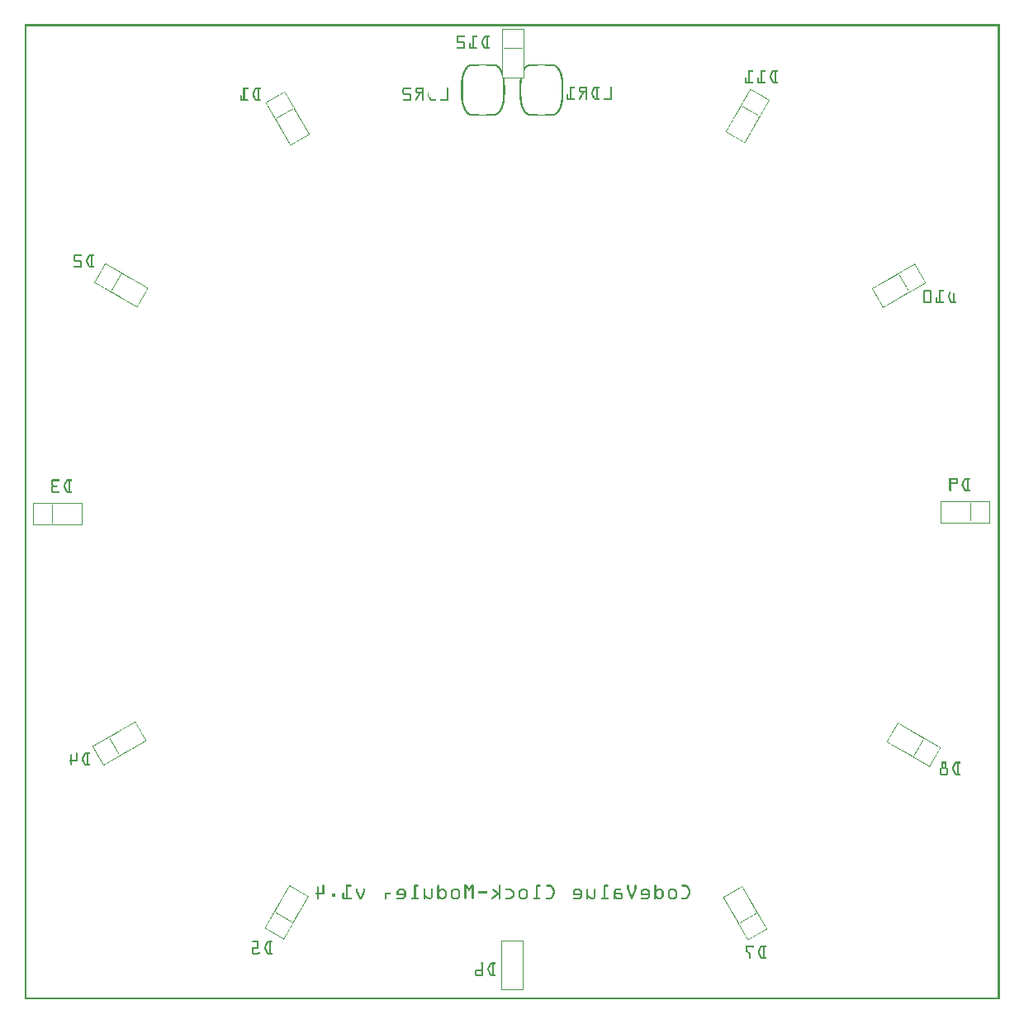
<source format=gbo>
G04 MADE WITH FRITZING*
G04 WWW.FRITZING.ORG*
G04 DOUBLE SIDED*
G04 HOLES PLATED*
G04 CONTOUR ON CENTER OF CONTOUR VECTOR*
%ASAXBY*%
%FSLAX23Y23*%
%MOIN*%
%OFA0B0*%
%SFA1.0B1.0*%
%ADD10R,0.001000X0.001000*%
%LNSILK0*%
G90*
G70*
G54D10*
X0Y3937D02*
X3936Y3937D01*
X0Y3936D02*
X3936Y3936D01*
X0Y3935D02*
X3936Y3935D01*
X0Y3934D02*
X3936Y3934D01*
X0Y3933D02*
X3936Y3933D01*
X0Y3932D02*
X3936Y3932D01*
X0Y3931D02*
X3936Y3931D01*
X0Y3930D02*
X3936Y3930D01*
X0Y3929D02*
X7Y3929D01*
X3929Y3929D02*
X3936Y3929D01*
X0Y3928D02*
X7Y3928D01*
X3929Y3928D02*
X3936Y3928D01*
X0Y3927D02*
X7Y3927D01*
X3929Y3927D02*
X3936Y3927D01*
X0Y3926D02*
X7Y3926D01*
X3929Y3926D02*
X3936Y3926D01*
X0Y3925D02*
X7Y3925D01*
X3929Y3925D02*
X3936Y3925D01*
X0Y3924D02*
X7Y3924D01*
X3929Y3924D02*
X3936Y3924D01*
X0Y3923D02*
X7Y3923D01*
X3929Y3923D02*
X3936Y3923D01*
X0Y3922D02*
X7Y3922D01*
X3929Y3922D02*
X3936Y3922D01*
X0Y3921D02*
X7Y3921D01*
X3929Y3921D02*
X3936Y3921D01*
X0Y3920D02*
X7Y3920D01*
X3929Y3920D02*
X3936Y3920D01*
X0Y3919D02*
X7Y3919D01*
X3929Y3919D02*
X3936Y3919D01*
X0Y3918D02*
X7Y3918D01*
X1927Y3918D02*
X2017Y3918D01*
X3929Y3918D02*
X3936Y3918D01*
X0Y3917D02*
X7Y3917D01*
X1927Y3917D02*
X2017Y3917D01*
X3929Y3917D02*
X3936Y3917D01*
X0Y3916D02*
X7Y3916D01*
X1927Y3916D02*
X2017Y3916D01*
X3929Y3916D02*
X3936Y3916D01*
X0Y3915D02*
X7Y3915D01*
X1927Y3915D02*
X1929Y3915D01*
X2015Y3915D02*
X2017Y3915D01*
X3929Y3915D02*
X3936Y3915D01*
X0Y3914D02*
X7Y3914D01*
X1927Y3914D02*
X1929Y3914D01*
X2015Y3914D02*
X2017Y3914D01*
X3929Y3914D02*
X3936Y3914D01*
X0Y3913D02*
X7Y3913D01*
X1927Y3913D02*
X1929Y3913D01*
X2015Y3913D02*
X2017Y3913D01*
X3929Y3913D02*
X3936Y3913D01*
X0Y3912D02*
X7Y3912D01*
X1927Y3912D02*
X1929Y3912D01*
X2015Y3912D02*
X2017Y3912D01*
X3929Y3912D02*
X3936Y3912D01*
X0Y3911D02*
X7Y3911D01*
X1927Y3911D02*
X1929Y3911D01*
X2015Y3911D02*
X2017Y3911D01*
X3929Y3911D02*
X3936Y3911D01*
X0Y3910D02*
X7Y3910D01*
X1927Y3910D02*
X1929Y3910D01*
X2015Y3910D02*
X2017Y3910D01*
X3929Y3910D02*
X3936Y3910D01*
X0Y3909D02*
X7Y3909D01*
X1927Y3909D02*
X1929Y3909D01*
X2015Y3909D02*
X2017Y3909D01*
X3929Y3909D02*
X3936Y3909D01*
X0Y3908D02*
X7Y3908D01*
X1927Y3908D02*
X1929Y3908D01*
X2015Y3908D02*
X2017Y3908D01*
X3929Y3908D02*
X3936Y3908D01*
X0Y3907D02*
X7Y3907D01*
X1927Y3907D02*
X1929Y3907D01*
X2015Y3907D02*
X2017Y3907D01*
X3929Y3907D02*
X3936Y3907D01*
X0Y3906D02*
X7Y3906D01*
X1927Y3906D02*
X1929Y3906D01*
X2015Y3906D02*
X2017Y3906D01*
X3929Y3906D02*
X3936Y3906D01*
X0Y3905D02*
X7Y3905D01*
X1927Y3905D02*
X1929Y3905D01*
X2015Y3905D02*
X2017Y3905D01*
X3929Y3905D02*
X3936Y3905D01*
X0Y3904D02*
X7Y3904D01*
X1927Y3904D02*
X1929Y3904D01*
X2015Y3904D02*
X2017Y3904D01*
X3929Y3904D02*
X3936Y3904D01*
X0Y3903D02*
X7Y3903D01*
X1927Y3903D02*
X1929Y3903D01*
X2015Y3903D02*
X2017Y3903D01*
X3929Y3903D02*
X3936Y3903D01*
X0Y3902D02*
X7Y3902D01*
X1927Y3902D02*
X1929Y3902D01*
X2015Y3902D02*
X2017Y3902D01*
X3929Y3902D02*
X3936Y3902D01*
X0Y3901D02*
X7Y3901D01*
X1927Y3901D02*
X1929Y3901D01*
X2015Y3901D02*
X2017Y3901D01*
X3929Y3901D02*
X3936Y3901D01*
X0Y3900D02*
X7Y3900D01*
X1927Y3900D02*
X1929Y3900D01*
X2015Y3900D02*
X2017Y3900D01*
X3929Y3900D02*
X3936Y3900D01*
X0Y3899D02*
X7Y3899D01*
X1927Y3899D02*
X1929Y3899D01*
X2015Y3899D02*
X2017Y3899D01*
X3929Y3899D02*
X3936Y3899D01*
X0Y3898D02*
X7Y3898D01*
X1927Y3898D02*
X1929Y3898D01*
X2015Y3898D02*
X2017Y3898D01*
X3929Y3898D02*
X3936Y3898D01*
X0Y3897D02*
X7Y3897D01*
X1927Y3897D02*
X1929Y3897D01*
X2015Y3897D02*
X2017Y3897D01*
X3929Y3897D02*
X3936Y3897D01*
X0Y3896D02*
X7Y3896D01*
X1927Y3896D02*
X1929Y3896D01*
X2015Y3896D02*
X2017Y3896D01*
X3929Y3896D02*
X3936Y3896D01*
X0Y3895D02*
X7Y3895D01*
X1927Y3895D02*
X1929Y3895D01*
X2015Y3895D02*
X2017Y3895D01*
X3929Y3895D02*
X3936Y3895D01*
X0Y3894D02*
X7Y3894D01*
X1927Y3894D02*
X1929Y3894D01*
X2015Y3894D02*
X2017Y3894D01*
X3929Y3894D02*
X3936Y3894D01*
X0Y3893D02*
X7Y3893D01*
X1927Y3893D02*
X1929Y3893D01*
X2015Y3893D02*
X2017Y3893D01*
X3929Y3893D02*
X3936Y3893D01*
X0Y3892D02*
X7Y3892D01*
X1927Y3892D02*
X1929Y3892D01*
X2015Y3892D02*
X2017Y3892D01*
X3929Y3892D02*
X3936Y3892D01*
X0Y3891D02*
X7Y3891D01*
X1748Y3891D02*
X1776Y3891D01*
X1808Y3891D02*
X1826Y3891D01*
X1859Y3891D02*
X1876Y3891D01*
X1927Y3891D02*
X1929Y3891D01*
X2015Y3891D02*
X2017Y3891D01*
X3929Y3891D02*
X3936Y3891D01*
X0Y3890D02*
X7Y3890D01*
X1746Y3890D02*
X1777Y3890D01*
X1808Y3890D02*
X1827Y3890D01*
X1857Y3890D02*
X1877Y3890D01*
X1927Y3890D02*
X1929Y3890D01*
X2015Y3890D02*
X2017Y3890D01*
X3929Y3890D02*
X3936Y3890D01*
X0Y3889D02*
X7Y3889D01*
X1745Y3889D02*
X1777Y3889D01*
X1808Y3889D02*
X1827Y3889D01*
X1856Y3889D02*
X1877Y3889D01*
X1927Y3889D02*
X1929Y3889D01*
X2015Y3889D02*
X2017Y3889D01*
X3929Y3889D02*
X3936Y3889D01*
X0Y3888D02*
X7Y3888D01*
X1745Y3888D02*
X1777Y3888D01*
X1808Y3888D02*
X1827Y3888D01*
X1854Y3888D02*
X1878Y3888D01*
X1927Y3888D02*
X1929Y3888D01*
X2015Y3888D02*
X2017Y3888D01*
X3929Y3888D02*
X3936Y3888D01*
X0Y3887D02*
X7Y3887D01*
X1744Y3887D02*
X1777Y3887D01*
X1808Y3887D02*
X1827Y3887D01*
X1854Y3887D02*
X1877Y3887D01*
X1927Y3887D02*
X1929Y3887D01*
X2015Y3887D02*
X2017Y3887D01*
X3929Y3887D02*
X3936Y3887D01*
X0Y3886D02*
X7Y3886D01*
X1744Y3886D02*
X1776Y3886D01*
X1808Y3886D02*
X1827Y3886D01*
X1853Y3886D02*
X1877Y3886D01*
X1927Y3886D02*
X1929Y3886D01*
X2015Y3886D02*
X2017Y3886D01*
X3929Y3886D02*
X3936Y3886D01*
X0Y3885D02*
X7Y3885D01*
X1744Y3885D02*
X1775Y3885D01*
X1808Y3885D02*
X1826Y3885D01*
X1853Y3885D02*
X1876Y3885D01*
X1927Y3885D02*
X1929Y3885D01*
X2015Y3885D02*
X2017Y3885D01*
X3929Y3885D02*
X3936Y3885D01*
X0Y3884D02*
X7Y3884D01*
X1744Y3884D02*
X1750Y3884D01*
X1808Y3884D02*
X1814Y3884D01*
X1852Y3884D02*
X1859Y3884D01*
X1865Y3884D02*
X1871Y3884D01*
X1927Y3884D02*
X1929Y3884D01*
X2015Y3884D02*
X2017Y3884D01*
X3929Y3884D02*
X3936Y3884D01*
X0Y3883D02*
X7Y3883D01*
X1744Y3883D02*
X1750Y3883D01*
X1808Y3883D02*
X1814Y3883D01*
X1852Y3883D02*
X1858Y3883D01*
X1865Y3883D02*
X1871Y3883D01*
X1927Y3883D02*
X1929Y3883D01*
X2015Y3883D02*
X2017Y3883D01*
X3929Y3883D02*
X3936Y3883D01*
X0Y3882D02*
X7Y3882D01*
X1744Y3882D02*
X1750Y3882D01*
X1808Y3882D02*
X1814Y3882D01*
X1851Y3882D02*
X1858Y3882D01*
X1865Y3882D02*
X1871Y3882D01*
X1927Y3882D02*
X1929Y3882D01*
X2015Y3882D02*
X2017Y3882D01*
X3929Y3882D02*
X3936Y3882D01*
X0Y3881D02*
X7Y3881D01*
X1744Y3881D02*
X1750Y3881D01*
X1808Y3881D02*
X1814Y3881D01*
X1851Y3881D02*
X1857Y3881D01*
X1865Y3881D02*
X1871Y3881D01*
X1927Y3881D02*
X1929Y3881D01*
X2015Y3881D02*
X2017Y3881D01*
X3929Y3881D02*
X3936Y3881D01*
X0Y3880D02*
X7Y3880D01*
X1744Y3880D02*
X1750Y3880D01*
X1808Y3880D02*
X1814Y3880D01*
X1850Y3880D02*
X1857Y3880D01*
X1865Y3880D02*
X1871Y3880D01*
X1927Y3880D02*
X1929Y3880D01*
X2015Y3880D02*
X2017Y3880D01*
X3929Y3880D02*
X3936Y3880D01*
X0Y3879D02*
X7Y3879D01*
X1744Y3879D02*
X1750Y3879D01*
X1808Y3879D02*
X1814Y3879D01*
X1849Y3879D02*
X1856Y3879D01*
X1865Y3879D02*
X1871Y3879D01*
X1927Y3879D02*
X1929Y3879D01*
X2015Y3879D02*
X2017Y3879D01*
X3929Y3879D02*
X3936Y3879D01*
X0Y3878D02*
X7Y3878D01*
X1744Y3878D02*
X1750Y3878D01*
X1808Y3878D02*
X1814Y3878D01*
X1849Y3878D02*
X1856Y3878D01*
X1865Y3878D02*
X1871Y3878D01*
X1927Y3878D02*
X1929Y3878D01*
X2015Y3878D02*
X2017Y3878D01*
X3929Y3878D02*
X3936Y3878D01*
X0Y3877D02*
X7Y3877D01*
X1744Y3877D02*
X1750Y3877D01*
X1808Y3877D02*
X1814Y3877D01*
X1848Y3877D02*
X1855Y3877D01*
X1865Y3877D02*
X1871Y3877D01*
X1927Y3877D02*
X1929Y3877D01*
X2015Y3877D02*
X2017Y3877D01*
X3929Y3877D02*
X3936Y3877D01*
X0Y3876D02*
X7Y3876D01*
X1744Y3876D02*
X1750Y3876D01*
X1808Y3876D02*
X1814Y3876D01*
X1848Y3876D02*
X1855Y3876D01*
X1865Y3876D02*
X1871Y3876D01*
X1927Y3876D02*
X1929Y3876D01*
X2015Y3876D02*
X2017Y3876D01*
X3929Y3876D02*
X3936Y3876D01*
X0Y3875D02*
X7Y3875D01*
X1744Y3875D02*
X1750Y3875D01*
X1808Y3875D02*
X1814Y3875D01*
X1847Y3875D02*
X1854Y3875D01*
X1865Y3875D02*
X1871Y3875D01*
X1927Y3875D02*
X1929Y3875D01*
X2015Y3875D02*
X2017Y3875D01*
X3929Y3875D02*
X3936Y3875D01*
X0Y3874D02*
X7Y3874D01*
X1744Y3874D02*
X1750Y3874D01*
X1808Y3874D02*
X1814Y3874D01*
X1847Y3874D02*
X1854Y3874D01*
X1865Y3874D02*
X1871Y3874D01*
X1927Y3874D02*
X1929Y3874D01*
X2015Y3874D02*
X2017Y3874D01*
X3929Y3874D02*
X3936Y3874D01*
X0Y3873D02*
X7Y3873D01*
X1744Y3873D02*
X1750Y3873D01*
X1808Y3873D02*
X1814Y3873D01*
X1846Y3873D02*
X1853Y3873D01*
X1865Y3873D02*
X1871Y3873D01*
X1927Y3873D02*
X1929Y3873D01*
X2015Y3873D02*
X2017Y3873D01*
X3929Y3873D02*
X3936Y3873D01*
X0Y3872D02*
X7Y3872D01*
X1744Y3872D02*
X1750Y3872D01*
X1808Y3872D02*
X1814Y3872D01*
X1846Y3872D02*
X1853Y3872D01*
X1865Y3872D02*
X1871Y3872D01*
X1927Y3872D02*
X1929Y3872D01*
X2015Y3872D02*
X2017Y3872D01*
X3929Y3872D02*
X3936Y3872D01*
X0Y3871D02*
X7Y3871D01*
X1744Y3871D02*
X1750Y3871D01*
X1808Y3871D02*
X1814Y3871D01*
X1846Y3871D02*
X1852Y3871D01*
X1865Y3871D02*
X1871Y3871D01*
X1927Y3871D02*
X1929Y3871D01*
X2015Y3871D02*
X2017Y3871D01*
X3929Y3871D02*
X3936Y3871D01*
X0Y3870D02*
X7Y3870D01*
X1744Y3870D02*
X1750Y3870D01*
X1808Y3870D02*
X1814Y3870D01*
X1845Y3870D02*
X1852Y3870D01*
X1865Y3870D02*
X1871Y3870D01*
X1927Y3870D02*
X1929Y3870D01*
X2015Y3870D02*
X2017Y3870D01*
X3929Y3870D02*
X3936Y3870D01*
X0Y3869D02*
X7Y3869D01*
X1744Y3869D02*
X1750Y3869D01*
X1808Y3869D02*
X1814Y3869D01*
X1845Y3869D02*
X1851Y3869D01*
X1865Y3869D02*
X1871Y3869D01*
X1927Y3869D02*
X1929Y3869D01*
X2015Y3869D02*
X2017Y3869D01*
X3929Y3869D02*
X3936Y3869D01*
X0Y3868D02*
X7Y3868D01*
X1744Y3868D02*
X1750Y3868D01*
X1808Y3868D02*
X1814Y3868D01*
X1844Y3868D02*
X1851Y3868D01*
X1865Y3868D02*
X1871Y3868D01*
X1927Y3868D02*
X1929Y3868D01*
X2015Y3868D02*
X2017Y3868D01*
X3929Y3868D02*
X3936Y3868D01*
X0Y3867D02*
X7Y3867D01*
X1744Y3867D02*
X1774Y3867D01*
X1808Y3867D02*
X1814Y3867D01*
X1844Y3867D02*
X1850Y3867D01*
X1865Y3867D02*
X1871Y3867D01*
X1927Y3867D02*
X1929Y3867D01*
X2015Y3867D02*
X2017Y3867D01*
X3929Y3867D02*
X3936Y3867D01*
X0Y3866D02*
X7Y3866D01*
X1744Y3866D02*
X1775Y3866D01*
X1808Y3866D02*
X1814Y3866D01*
X1844Y3866D02*
X1850Y3866D01*
X1865Y3866D02*
X1871Y3866D01*
X1927Y3866D02*
X1929Y3866D01*
X2015Y3866D02*
X2017Y3866D01*
X3929Y3866D02*
X3936Y3866D01*
X0Y3865D02*
X7Y3865D01*
X1744Y3865D02*
X1776Y3865D01*
X1808Y3865D02*
X1814Y3865D01*
X1844Y3865D02*
X1850Y3865D01*
X1865Y3865D02*
X1871Y3865D01*
X1927Y3865D02*
X1929Y3865D01*
X2015Y3865D02*
X2017Y3865D01*
X3929Y3865D02*
X3936Y3865D01*
X0Y3864D02*
X7Y3864D01*
X1745Y3864D02*
X1776Y3864D01*
X1808Y3864D02*
X1814Y3864D01*
X1844Y3864D02*
X1850Y3864D01*
X1865Y3864D02*
X1871Y3864D01*
X1927Y3864D02*
X1929Y3864D01*
X2015Y3864D02*
X2017Y3864D01*
X3929Y3864D02*
X3936Y3864D01*
X0Y3863D02*
X7Y3863D01*
X1746Y3863D02*
X1777Y3863D01*
X1808Y3863D02*
X1814Y3863D01*
X1844Y3863D02*
X1850Y3863D01*
X1865Y3863D02*
X1871Y3863D01*
X1927Y3863D02*
X1929Y3863D01*
X2015Y3863D02*
X2017Y3863D01*
X3929Y3863D02*
X3936Y3863D01*
X0Y3862D02*
X7Y3862D01*
X1747Y3862D02*
X1777Y3862D01*
X1797Y3862D02*
X1797Y3862D01*
X1808Y3862D02*
X1814Y3862D01*
X1844Y3862D02*
X1851Y3862D01*
X1865Y3862D02*
X1871Y3862D01*
X1927Y3862D02*
X1929Y3862D01*
X2015Y3862D02*
X2017Y3862D01*
X3929Y3862D02*
X3936Y3862D01*
X0Y3861D02*
X7Y3861D01*
X1751Y3861D02*
X1777Y3861D01*
X1795Y3861D02*
X1799Y3861D01*
X1808Y3861D02*
X1814Y3861D01*
X1844Y3861D02*
X1851Y3861D01*
X1865Y3861D02*
X1871Y3861D01*
X1927Y3861D02*
X1929Y3861D01*
X2015Y3861D02*
X2017Y3861D01*
X3929Y3861D02*
X3936Y3861D01*
X0Y3860D02*
X7Y3860D01*
X1771Y3860D02*
X1777Y3860D01*
X1794Y3860D02*
X1800Y3860D01*
X1808Y3860D02*
X1814Y3860D01*
X1845Y3860D02*
X1851Y3860D01*
X1865Y3860D02*
X1871Y3860D01*
X1927Y3860D02*
X1929Y3860D01*
X2015Y3860D02*
X2017Y3860D01*
X3929Y3860D02*
X3936Y3860D01*
X0Y3859D02*
X7Y3859D01*
X1771Y3859D02*
X1777Y3859D01*
X1794Y3859D02*
X1800Y3859D01*
X1808Y3859D02*
X1814Y3859D01*
X1845Y3859D02*
X1852Y3859D01*
X1865Y3859D02*
X1871Y3859D01*
X1927Y3859D02*
X1929Y3859D01*
X2015Y3859D02*
X2017Y3859D01*
X3929Y3859D02*
X3936Y3859D01*
X0Y3858D02*
X7Y3858D01*
X1771Y3858D02*
X1777Y3858D01*
X1794Y3858D02*
X1800Y3858D01*
X1808Y3858D02*
X1814Y3858D01*
X1846Y3858D02*
X1852Y3858D01*
X1865Y3858D02*
X1871Y3858D01*
X1927Y3858D02*
X1929Y3858D01*
X2015Y3858D02*
X2017Y3858D01*
X3929Y3858D02*
X3936Y3858D01*
X0Y3857D02*
X7Y3857D01*
X1771Y3857D02*
X1777Y3857D01*
X1794Y3857D02*
X1800Y3857D01*
X1808Y3857D02*
X1814Y3857D01*
X1846Y3857D02*
X1853Y3857D01*
X1865Y3857D02*
X1871Y3857D01*
X1927Y3857D02*
X1929Y3857D01*
X2015Y3857D02*
X2017Y3857D01*
X3929Y3857D02*
X3936Y3857D01*
X0Y3856D02*
X7Y3856D01*
X1771Y3856D02*
X1777Y3856D01*
X1794Y3856D02*
X1800Y3856D01*
X1808Y3856D02*
X1814Y3856D01*
X1846Y3856D02*
X1853Y3856D01*
X1865Y3856D02*
X1871Y3856D01*
X1927Y3856D02*
X1929Y3856D01*
X2015Y3856D02*
X2017Y3856D01*
X3929Y3856D02*
X3936Y3856D01*
X0Y3855D02*
X7Y3855D01*
X1771Y3855D02*
X1777Y3855D01*
X1794Y3855D02*
X1800Y3855D01*
X1808Y3855D02*
X1814Y3855D01*
X1847Y3855D02*
X1854Y3855D01*
X1865Y3855D02*
X1871Y3855D01*
X1927Y3855D02*
X1929Y3855D01*
X2015Y3855D02*
X2017Y3855D01*
X3929Y3855D02*
X3936Y3855D01*
X0Y3854D02*
X7Y3854D01*
X1771Y3854D02*
X1777Y3854D01*
X1794Y3854D02*
X1800Y3854D01*
X1808Y3854D02*
X1814Y3854D01*
X1847Y3854D02*
X1854Y3854D01*
X1865Y3854D02*
X1871Y3854D01*
X1927Y3854D02*
X1929Y3854D01*
X2015Y3854D02*
X2017Y3854D01*
X3929Y3854D02*
X3936Y3854D01*
X0Y3853D02*
X7Y3853D01*
X1771Y3853D02*
X1777Y3853D01*
X1794Y3853D02*
X1800Y3853D01*
X1808Y3853D02*
X1814Y3853D01*
X1848Y3853D02*
X1855Y3853D01*
X1865Y3853D02*
X1871Y3853D01*
X1927Y3853D02*
X1929Y3853D01*
X2015Y3853D02*
X2017Y3853D01*
X3929Y3853D02*
X3936Y3853D01*
X0Y3852D02*
X7Y3852D01*
X1771Y3852D02*
X1777Y3852D01*
X1794Y3852D02*
X1800Y3852D01*
X1808Y3852D02*
X1814Y3852D01*
X1848Y3852D02*
X1855Y3852D01*
X1865Y3852D02*
X1871Y3852D01*
X1927Y3852D02*
X1929Y3852D01*
X2015Y3852D02*
X2017Y3852D01*
X3929Y3852D02*
X3936Y3852D01*
X0Y3851D02*
X7Y3851D01*
X1771Y3851D02*
X1777Y3851D01*
X1794Y3851D02*
X1800Y3851D01*
X1808Y3851D02*
X1814Y3851D01*
X1849Y3851D02*
X1856Y3851D01*
X1865Y3851D02*
X1871Y3851D01*
X1927Y3851D02*
X1929Y3851D01*
X2015Y3851D02*
X2017Y3851D01*
X3929Y3851D02*
X3936Y3851D01*
X0Y3850D02*
X7Y3850D01*
X1771Y3850D02*
X1777Y3850D01*
X1794Y3850D02*
X1800Y3850D01*
X1808Y3850D02*
X1814Y3850D01*
X1849Y3850D02*
X1856Y3850D01*
X1865Y3850D02*
X1871Y3850D01*
X1927Y3850D02*
X1929Y3850D01*
X2015Y3850D02*
X2017Y3850D01*
X3929Y3850D02*
X3936Y3850D01*
X0Y3849D02*
X7Y3849D01*
X1771Y3849D02*
X1777Y3849D01*
X1794Y3849D02*
X1800Y3849D01*
X1808Y3849D02*
X1814Y3849D01*
X1850Y3849D02*
X1857Y3849D01*
X1865Y3849D02*
X1871Y3849D01*
X1927Y3849D02*
X1929Y3849D01*
X2015Y3849D02*
X2017Y3849D01*
X3929Y3849D02*
X3936Y3849D01*
X0Y3848D02*
X7Y3848D01*
X1771Y3848D02*
X1777Y3848D01*
X1794Y3848D02*
X1800Y3848D01*
X1808Y3848D02*
X1814Y3848D01*
X1850Y3848D02*
X1857Y3848D01*
X1865Y3848D02*
X1871Y3848D01*
X1927Y3848D02*
X1929Y3848D01*
X2015Y3848D02*
X2017Y3848D01*
X3929Y3848D02*
X3936Y3848D01*
X0Y3847D02*
X7Y3847D01*
X1771Y3847D02*
X1777Y3847D01*
X1794Y3847D02*
X1800Y3847D01*
X1808Y3847D02*
X1814Y3847D01*
X1851Y3847D02*
X1858Y3847D01*
X1865Y3847D02*
X1871Y3847D01*
X1927Y3847D02*
X1929Y3847D01*
X2015Y3847D02*
X2017Y3847D01*
X3929Y3847D02*
X3936Y3847D01*
X0Y3846D02*
X7Y3846D01*
X1771Y3846D02*
X1777Y3846D01*
X1794Y3846D02*
X1800Y3846D01*
X1808Y3846D02*
X1814Y3846D01*
X1851Y3846D02*
X1858Y3846D01*
X1865Y3846D02*
X1871Y3846D01*
X1927Y3846D02*
X1929Y3846D01*
X2015Y3846D02*
X2017Y3846D01*
X3929Y3846D02*
X3936Y3846D01*
X0Y3845D02*
X7Y3845D01*
X1771Y3845D02*
X1777Y3845D01*
X1794Y3845D02*
X1800Y3845D01*
X1808Y3845D02*
X1814Y3845D01*
X1852Y3845D02*
X1859Y3845D01*
X1865Y3845D02*
X1871Y3845D01*
X1927Y3845D02*
X1929Y3845D01*
X2015Y3845D02*
X2017Y3845D01*
X3929Y3845D02*
X3936Y3845D01*
X0Y3844D02*
X7Y3844D01*
X1746Y3844D02*
X1777Y3844D01*
X1794Y3844D02*
X1825Y3844D01*
X1852Y3844D02*
X1876Y3844D01*
X1927Y3844D02*
X1929Y3844D01*
X2015Y3844D02*
X2017Y3844D01*
X3929Y3844D02*
X3936Y3844D01*
X0Y3843D02*
X7Y3843D01*
X1744Y3843D02*
X1777Y3843D01*
X1794Y3843D02*
X1827Y3843D01*
X1853Y3843D02*
X1877Y3843D01*
X1927Y3843D02*
X1930Y3843D01*
X2015Y3843D02*
X2017Y3843D01*
X3929Y3843D02*
X3936Y3843D01*
X0Y3842D02*
X7Y3842D01*
X1744Y3842D02*
X1777Y3842D01*
X1794Y3842D02*
X1827Y3842D01*
X1854Y3842D02*
X1877Y3842D01*
X1927Y3842D02*
X1930Y3842D01*
X1935Y3842D02*
X2009Y3842D01*
X2014Y3842D02*
X2017Y3842D01*
X3929Y3842D02*
X3936Y3842D01*
X0Y3841D02*
X7Y3841D01*
X1744Y3841D02*
X1777Y3841D01*
X1794Y3841D02*
X1827Y3841D01*
X1854Y3841D02*
X1878Y3841D01*
X1927Y3841D02*
X1930Y3841D01*
X1935Y3841D02*
X2009Y3841D01*
X2014Y3841D02*
X2017Y3841D01*
X3929Y3841D02*
X3936Y3841D01*
X0Y3840D02*
X7Y3840D01*
X1744Y3840D02*
X1777Y3840D01*
X1794Y3840D02*
X1827Y3840D01*
X1855Y3840D02*
X1877Y3840D01*
X1927Y3840D02*
X1930Y3840D01*
X1936Y3840D02*
X2009Y3840D01*
X2014Y3840D02*
X2017Y3840D01*
X3929Y3840D02*
X3936Y3840D01*
X0Y3839D02*
X7Y3839D01*
X1744Y3839D02*
X1777Y3839D01*
X1794Y3839D02*
X1827Y3839D01*
X1857Y3839D02*
X1877Y3839D01*
X1927Y3839D02*
X1930Y3839D01*
X2014Y3839D02*
X2017Y3839D01*
X3929Y3839D02*
X3936Y3839D01*
X0Y3838D02*
X7Y3838D01*
X1745Y3838D02*
X1777Y3838D01*
X1796Y3838D02*
X1826Y3838D01*
X1859Y3838D02*
X1876Y3838D01*
X1927Y3838D02*
X1930Y3838D01*
X2014Y3838D02*
X2017Y3838D01*
X3929Y3838D02*
X3936Y3838D01*
X0Y3837D02*
X7Y3837D01*
X1927Y3837D02*
X1930Y3837D01*
X2014Y3837D02*
X2017Y3837D01*
X3929Y3837D02*
X3936Y3837D01*
X0Y3836D02*
X7Y3836D01*
X1927Y3836D02*
X1930Y3836D01*
X2014Y3836D02*
X2017Y3836D01*
X3929Y3836D02*
X3936Y3836D01*
X0Y3835D02*
X7Y3835D01*
X1927Y3835D02*
X1930Y3835D01*
X2014Y3835D02*
X2017Y3835D01*
X3929Y3835D02*
X3936Y3835D01*
X0Y3834D02*
X7Y3834D01*
X1927Y3834D02*
X1930Y3834D01*
X2014Y3834D02*
X2017Y3834D01*
X3929Y3834D02*
X3936Y3834D01*
X0Y3833D02*
X7Y3833D01*
X1927Y3833D02*
X1930Y3833D01*
X2014Y3833D02*
X2017Y3833D01*
X3929Y3833D02*
X3936Y3833D01*
X0Y3832D02*
X7Y3832D01*
X1927Y3832D02*
X1930Y3832D01*
X2014Y3832D02*
X2017Y3832D01*
X3929Y3832D02*
X3936Y3832D01*
X0Y3831D02*
X7Y3831D01*
X1927Y3831D02*
X1930Y3831D01*
X2014Y3831D02*
X2017Y3831D01*
X3929Y3831D02*
X3936Y3831D01*
X0Y3830D02*
X7Y3830D01*
X1927Y3830D02*
X1930Y3830D01*
X2014Y3830D02*
X2017Y3830D01*
X3929Y3830D02*
X3936Y3830D01*
X0Y3829D02*
X7Y3829D01*
X1927Y3829D02*
X1930Y3829D01*
X2014Y3829D02*
X2017Y3829D01*
X3929Y3829D02*
X3936Y3829D01*
X0Y3828D02*
X7Y3828D01*
X1927Y3828D02*
X1930Y3828D01*
X2014Y3828D02*
X2017Y3828D01*
X3929Y3828D02*
X3936Y3828D01*
X0Y3827D02*
X7Y3827D01*
X1927Y3827D02*
X1930Y3827D01*
X2014Y3827D02*
X2017Y3827D01*
X3929Y3827D02*
X3936Y3827D01*
X0Y3826D02*
X7Y3826D01*
X1927Y3826D02*
X1930Y3826D01*
X2014Y3826D02*
X2017Y3826D01*
X3929Y3826D02*
X3936Y3826D01*
X0Y3825D02*
X7Y3825D01*
X1927Y3825D02*
X1930Y3825D01*
X2014Y3825D02*
X2017Y3825D01*
X3929Y3825D02*
X3936Y3825D01*
X0Y3824D02*
X7Y3824D01*
X1927Y3824D02*
X1930Y3824D01*
X2014Y3824D02*
X2017Y3824D01*
X3929Y3824D02*
X3936Y3824D01*
X0Y3823D02*
X7Y3823D01*
X1927Y3823D02*
X1930Y3823D01*
X2014Y3823D02*
X2017Y3823D01*
X3929Y3823D02*
X3936Y3823D01*
X0Y3822D02*
X7Y3822D01*
X1927Y3822D02*
X1930Y3822D01*
X2014Y3822D02*
X2017Y3822D01*
X3929Y3822D02*
X3936Y3822D01*
X0Y3821D02*
X7Y3821D01*
X1927Y3821D02*
X1930Y3821D01*
X2014Y3821D02*
X2017Y3821D01*
X3929Y3821D02*
X3936Y3821D01*
X0Y3820D02*
X7Y3820D01*
X1927Y3820D02*
X1930Y3820D01*
X2014Y3820D02*
X2017Y3820D01*
X3929Y3820D02*
X3936Y3820D01*
X0Y3819D02*
X7Y3819D01*
X1927Y3819D02*
X1930Y3819D01*
X2014Y3819D02*
X2017Y3819D01*
X3929Y3819D02*
X3936Y3819D01*
X0Y3818D02*
X7Y3818D01*
X1927Y3818D02*
X1930Y3818D01*
X2014Y3818D02*
X2017Y3818D01*
X3929Y3818D02*
X3936Y3818D01*
X0Y3817D02*
X7Y3817D01*
X1927Y3817D02*
X1930Y3817D01*
X2014Y3817D02*
X2017Y3817D01*
X3929Y3817D02*
X3936Y3817D01*
X0Y3816D02*
X7Y3816D01*
X1927Y3816D02*
X1930Y3816D01*
X2014Y3816D02*
X2017Y3816D01*
X3929Y3816D02*
X3936Y3816D01*
X0Y3815D02*
X7Y3815D01*
X1927Y3815D02*
X1930Y3815D01*
X2014Y3815D02*
X2017Y3815D01*
X3929Y3815D02*
X3936Y3815D01*
X0Y3814D02*
X7Y3814D01*
X1927Y3814D02*
X1930Y3814D01*
X2014Y3814D02*
X2017Y3814D01*
X3929Y3814D02*
X3936Y3814D01*
X0Y3813D02*
X7Y3813D01*
X1927Y3813D02*
X1930Y3813D01*
X2014Y3813D02*
X2017Y3813D01*
X3929Y3813D02*
X3936Y3813D01*
X0Y3812D02*
X7Y3812D01*
X1927Y3812D02*
X1930Y3812D01*
X2014Y3812D02*
X2017Y3812D01*
X3929Y3812D02*
X3936Y3812D01*
X0Y3811D02*
X7Y3811D01*
X1927Y3811D02*
X1930Y3811D01*
X2014Y3811D02*
X2017Y3811D01*
X3929Y3811D02*
X3936Y3811D01*
X0Y3810D02*
X7Y3810D01*
X1927Y3810D02*
X1930Y3810D01*
X2014Y3810D02*
X2017Y3810D01*
X3929Y3810D02*
X3936Y3810D01*
X0Y3809D02*
X7Y3809D01*
X1927Y3809D02*
X1930Y3809D01*
X2014Y3809D02*
X2017Y3809D01*
X3929Y3809D02*
X3936Y3809D01*
X0Y3808D02*
X7Y3808D01*
X1927Y3808D02*
X1930Y3808D01*
X2014Y3808D02*
X2017Y3808D01*
X3929Y3808D02*
X3936Y3808D01*
X0Y3807D02*
X7Y3807D01*
X1927Y3807D02*
X1930Y3807D01*
X2014Y3807D02*
X2017Y3807D01*
X3929Y3807D02*
X3936Y3807D01*
X0Y3806D02*
X7Y3806D01*
X1927Y3806D02*
X1930Y3806D01*
X2014Y3806D02*
X2017Y3806D01*
X3929Y3806D02*
X3936Y3806D01*
X0Y3805D02*
X7Y3805D01*
X1927Y3805D02*
X1930Y3805D01*
X2014Y3805D02*
X2017Y3805D01*
X3929Y3805D02*
X3936Y3805D01*
X0Y3804D02*
X7Y3804D01*
X1927Y3804D02*
X1930Y3804D01*
X2014Y3804D02*
X2017Y3804D01*
X3929Y3804D02*
X3936Y3804D01*
X0Y3803D02*
X7Y3803D01*
X1927Y3803D02*
X1930Y3803D01*
X2014Y3803D02*
X2017Y3803D01*
X3929Y3803D02*
X3936Y3803D01*
X0Y3802D02*
X7Y3802D01*
X1927Y3802D02*
X1930Y3802D01*
X2014Y3802D02*
X2017Y3802D01*
X3929Y3802D02*
X3936Y3802D01*
X0Y3801D02*
X7Y3801D01*
X1927Y3801D02*
X1930Y3801D01*
X2014Y3801D02*
X2017Y3801D01*
X3929Y3801D02*
X3936Y3801D01*
X0Y3800D02*
X7Y3800D01*
X1927Y3800D02*
X1930Y3800D01*
X2014Y3800D02*
X2017Y3800D01*
X3929Y3800D02*
X3936Y3800D01*
X0Y3799D02*
X7Y3799D01*
X1927Y3799D02*
X1930Y3799D01*
X2014Y3799D02*
X2017Y3799D01*
X3929Y3799D02*
X3936Y3799D01*
X0Y3798D02*
X7Y3798D01*
X1927Y3798D02*
X1930Y3798D01*
X2014Y3798D02*
X2017Y3798D01*
X3929Y3798D02*
X3936Y3798D01*
X0Y3797D02*
X7Y3797D01*
X1927Y3797D02*
X1930Y3797D01*
X2014Y3797D02*
X2017Y3797D01*
X3929Y3797D02*
X3936Y3797D01*
X0Y3796D02*
X7Y3796D01*
X1927Y3796D02*
X1930Y3796D01*
X2014Y3796D02*
X2017Y3796D01*
X3929Y3796D02*
X3936Y3796D01*
X0Y3795D02*
X7Y3795D01*
X1927Y3795D02*
X1930Y3795D01*
X2014Y3795D02*
X2017Y3795D01*
X3929Y3795D02*
X3936Y3795D01*
X0Y3794D02*
X7Y3794D01*
X1927Y3794D02*
X1930Y3794D01*
X2014Y3794D02*
X2017Y3794D01*
X3929Y3794D02*
X3936Y3794D01*
X0Y3793D02*
X7Y3793D01*
X1927Y3793D02*
X1929Y3793D01*
X2015Y3793D02*
X2017Y3793D01*
X3929Y3793D02*
X3936Y3793D01*
X0Y3792D02*
X7Y3792D01*
X1927Y3792D02*
X1929Y3792D01*
X2015Y3792D02*
X2017Y3792D01*
X3929Y3792D02*
X3936Y3792D01*
X0Y3791D02*
X7Y3791D01*
X1927Y3791D02*
X1929Y3791D01*
X2015Y3791D02*
X2017Y3791D01*
X3929Y3791D02*
X3936Y3791D01*
X0Y3790D02*
X7Y3790D01*
X1927Y3790D02*
X1929Y3790D01*
X2015Y3790D02*
X2017Y3790D01*
X3929Y3790D02*
X3936Y3790D01*
X0Y3789D02*
X7Y3789D01*
X1927Y3789D02*
X1929Y3789D01*
X2015Y3789D02*
X2017Y3789D01*
X3929Y3789D02*
X3936Y3789D01*
X0Y3788D02*
X7Y3788D01*
X1927Y3788D02*
X1929Y3788D01*
X2015Y3788D02*
X2017Y3788D01*
X3929Y3788D02*
X3936Y3788D01*
X0Y3787D02*
X7Y3787D01*
X1927Y3787D02*
X1929Y3787D01*
X2015Y3787D02*
X2017Y3787D01*
X3929Y3787D02*
X3936Y3787D01*
X0Y3786D02*
X7Y3786D01*
X1927Y3786D02*
X1929Y3786D01*
X2015Y3786D02*
X2017Y3786D01*
X3929Y3786D02*
X3936Y3786D01*
X0Y3785D02*
X7Y3785D01*
X1927Y3785D02*
X1929Y3785D01*
X2015Y3785D02*
X2017Y3785D01*
X3929Y3785D02*
X3936Y3785D01*
X0Y3784D02*
X7Y3784D01*
X1927Y3784D02*
X1929Y3784D01*
X2015Y3784D02*
X2017Y3784D01*
X3929Y3784D02*
X3936Y3784D01*
X0Y3783D02*
X7Y3783D01*
X1927Y3783D02*
X1929Y3783D01*
X2015Y3783D02*
X2017Y3783D01*
X3929Y3783D02*
X3936Y3783D01*
X0Y3782D02*
X7Y3782D01*
X1927Y3782D02*
X1929Y3782D01*
X2015Y3782D02*
X2017Y3782D01*
X3929Y3782D02*
X3936Y3782D01*
X0Y3781D02*
X7Y3781D01*
X1927Y3781D02*
X1929Y3781D01*
X2015Y3781D02*
X2017Y3781D01*
X3929Y3781D02*
X3936Y3781D01*
X0Y3780D02*
X7Y3780D01*
X1927Y3780D02*
X1929Y3780D01*
X2015Y3780D02*
X2017Y3780D01*
X3929Y3780D02*
X3936Y3780D01*
X0Y3779D02*
X7Y3779D01*
X1927Y3779D02*
X1929Y3779D01*
X2015Y3779D02*
X2017Y3779D01*
X3929Y3779D02*
X3936Y3779D01*
X0Y3778D02*
X7Y3778D01*
X1927Y3778D02*
X1929Y3778D01*
X2015Y3778D02*
X2017Y3778D01*
X3929Y3778D02*
X3936Y3778D01*
X0Y3777D02*
X7Y3777D01*
X1927Y3777D02*
X1929Y3777D01*
X2015Y3777D02*
X2017Y3777D01*
X3929Y3777D02*
X3936Y3777D01*
X0Y3776D02*
X7Y3776D01*
X1801Y3776D02*
X1900Y3776D01*
X1927Y3776D02*
X1929Y3776D01*
X2015Y3776D02*
X2017Y3776D01*
X2037Y3776D02*
X2136Y3776D01*
X3929Y3776D02*
X3936Y3776D01*
X0Y3775D02*
X7Y3775D01*
X1798Y3775D02*
X1903Y3775D01*
X1927Y3775D02*
X1929Y3775D01*
X2015Y3775D02*
X2017Y3775D01*
X2034Y3775D02*
X2140Y3775D01*
X3929Y3775D02*
X3936Y3775D01*
X0Y3774D02*
X7Y3774D01*
X1795Y3774D02*
X1906Y3774D01*
X1927Y3774D02*
X1929Y3774D01*
X2015Y3774D02*
X2017Y3774D01*
X2031Y3774D02*
X2142Y3774D01*
X3929Y3774D02*
X3936Y3774D01*
X0Y3773D02*
X7Y3773D01*
X1793Y3773D02*
X1844Y3773D01*
X1856Y3773D02*
X1908Y3773D01*
X1927Y3773D02*
X1929Y3773D01*
X2015Y3773D02*
X2017Y3773D01*
X2029Y3773D02*
X2081Y3773D01*
X2093Y3773D02*
X2144Y3773D01*
X3929Y3773D02*
X3936Y3773D01*
X0Y3772D02*
X7Y3772D01*
X1791Y3772D02*
X1840Y3772D01*
X1861Y3772D02*
X1909Y3772D01*
X1927Y3772D02*
X1929Y3772D01*
X2015Y3772D02*
X2017Y3772D01*
X2028Y3772D02*
X2076Y3772D01*
X2097Y3772D02*
X2146Y3772D01*
X3929Y3772D02*
X3936Y3772D01*
X0Y3771D02*
X7Y3771D01*
X1790Y3771D02*
X1837Y3771D01*
X1864Y3771D02*
X1911Y3771D01*
X1927Y3771D02*
X1929Y3771D01*
X2015Y3771D02*
X2017Y3771D01*
X2026Y3771D02*
X2073Y3771D01*
X2100Y3771D02*
X2147Y3771D01*
X3929Y3771D02*
X3936Y3771D01*
X0Y3770D02*
X7Y3770D01*
X1789Y3770D02*
X1835Y3770D01*
X1866Y3770D02*
X1912Y3770D01*
X1927Y3770D02*
X1929Y3770D01*
X2015Y3770D02*
X2017Y3770D01*
X2025Y3770D02*
X2071Y3770D01*
X2102Y3770D02*
X2148Y3770D01*
X3929Y3770D02*
X3936Y3770D01*
X0Y3769D02*
X7Y3769D01*
X1787Y3769D02*
X1833Y3769D01*
X1868Y3769D02*
X1913Y3769D01*
X1927Y3769D02*
X1929Y3769D01*
X2015Y3769D02*
X2017Y3769D01*
X2024Y3769D02*
X2069Y3769D01*
X2104Y3769D02*
X2150Y3769D01*
X3929Y3769D02*
X3936Y3769D01*
X0Y3768D02*
X7Y3768D01*
X1786Y3768D02*
X1800Y3768D01*
X1901Y3768D02*
X1915Y3768D01*
X1927Y3768D02*
X1929Y3768D01*
X2015Y3768D02*
X2017Y3768D01*
X2023Y3768D02*
X2036Y3768D01*
X2137Y3768D02*
X2151Y3768D01*
X3929Y3768D02*
X3936Y3768D01*
X0Y3767D02*
X7Y3767D01*
X1785Y3767D02*
X1797Y3767D01*
X1904Y3767D02*
X1916Y3767D01*
X1927Y3767D02*
X1929Y3767D01*
X2015Y3767D02*
X2017Y3767D01*
X2021Y3767D02*
X2033Y3767D01*
X2140Y3767D02*
X2152Y3767D01*
X3929Y3767D02*
X3936Y3767D01*
X0Y3766D02*
X7Y3766D01*
X1784Y3766D02*
X1795Y3766D01*
X1906Y3766D02*
X1917Y3766D01*
X1927Y3766D02*
X1929Y3766D01*
X2015Y3766D02*
X2017Y3766D01*
X2020Y3766D02*
X2031Y3766D01*
X2142Y3766D02*
X2153Y3766D01*
X3929Y3766D02*
X3936Y3766D01*
X0Y3765D02*
X7Y3765D01*
X1783Y3765D02*
X1794Y3765D01*
X1907Y3765D02*
X1917Y3765D01*
X1927Y3765D02*
X1929Y3765D01*
X2015Y3765D02*
X2017Y3765D01*
X2020Y3765D02*
X2030Y3765D01*
X2143Y3765D02*
X2154Y3765D01*
X3929Y3765D02*
X3936Y3765D01*
X0Y3764D02*
X7Y3764D01*
X1782Y3764D02*
X1792Y3764D01*
X1909Y3764D02*
X1918Y3764D01*
X1927Y3764D02*
X1929Y3764D01*
X2015Y3764D02*
X2017Y3764D01*
X2019Y3764D02*
X2028Y3764D01*
X2145Y3764D02*
X2155Y3764D01*
X3929Y3764D02*
X3936Y3764D01*
X0Y3763D02*
X7Y3763D01*
X1782Y3763D02*
X1791Y3763D01*
X1910Y3763D02*
X1919Y3763D01*
X1927Y3763D02*
X1929Y3763D01*
X2015Y3763D02*
X2027Y3763D01*
X2146Y3763D02*
X2155Y3763D01*
X3929Y3763D02*
X3936Y3763D01*
X0Y3762D02*
X7Y3762D01*
X1781Y3762D02*
X1790Y3762D01*
X1911Y3762D02*
X1920Y3762D01*
X1927Y3762D02*
X1929Y3762D01*
X2015Y3762D02*
X2026Y3762D01*
X2147Y3762D02*
X2156Y3762D01*
X3929Y3762D02*
X3936Y3762D01*
X0Y3761D02*
X7Y3761D01*
X1780Y3761D02*
X1789Y3761D01*
X1912Y3761D02*
X1921Y3761D01*
X1927Y3761D02*
X1929Y3761D01*
X2015Y3761D02*
X2025Y3761D01*
X2148Y3761D02*
X2157Y3761D01*
X3929Y3761D02*
X3936Y3761D01*
X0Y3760D02*
X7Y3760D01*
X1779Y3760D02*
X1788Y3760D01*
X1913Y3760D02*
X1921Y3760D01*
X1927Y3760D02*
X1929Y3760D01*
X2015Y3760D02*
X2024Y3760D01*
X2149Y3760D02*
X2158Y3760D01*
X3929Y3760D02*
X3936Y3760D01*
X0Y3759D02*
X7Y3759D01*
X1779Y3759D02*
X1787Y3759D01*
X1914Y3759D02*
X1922Y3759D01*
X1927Y3759D02*
X1929Y3759D01*
X2015Y3759D02*
X2024Y3759D01*
X2150Y3759D02*
X2158Y3759D01*
X3929Y3759D02*
X3936Y3759D01*
X0Y3758D02*
X7Y3758D01*
X1778Y3758D02*
X1786Y3758D01*
X1914Y3758D02*
X1923Y3758D01*
X1927Y3758D02*
X1929Y3758D01*
X2015Y3758D02*
X2023Y3758D01*
X2151Y3758D02*
X2159Y3758D01*
X3929Y3758D02*
X3936Y3758D01*
X0Y3757D02*
X7Y3757D01*
X1777Y3757D02*
X1786Y3757D01*
X1915Y3757D02*
X1923Y3757D01*
X1927Y3757D02*
X1929Y3757D01*
X2015Y3757D02*
X2022Y3757D01*
X2151Y3757D02*
X2160Y3757D01*
X3929Y3757D02*
X3936Y3757D01*
X0Y3756D02*
X7Y3756D01*
X1777Y3756D02*
X1785Y3756D01*
X1916Y3756D02*
X1924Y3756D01*
X1927Y3756D02*
X1929Y3756D01*
X2015Y3756D02*
X2021Y3756D01*
X2152Y3756D02*
X2160Y3756D01*
X3929Y3756D02*
X3936Y3756D01*
X0Y3755D02*
X7Y3755D01*
X1776Y3755D02*
X1784Y3755D01*
X1916Y3755D02*
X1925Y3755D01*
X1927Y3755D02*
X1929Y3755D01*
X2015Y3755D02*
X2021Y3755D01*
X2153Y3755D02*
X2161Y3755D01*
X3929Y3755D02*
X3936Y3755D01*
X0Y3754D02*
X7Y3754D01*
X1776Y3754D02*
X1784Y3754D01*
X1917Y3754D02*
X1925Y3754D01*
X1927Y3754D02*
X1929Y3754D01*
X2015Y3754D02*
X2020Y3754D01*
X2153Y3754D02*
X2161Y3754D01*
X3929Y3754D02*
X3936Y3754D01*
X0Y3753D02*
X7Y3753D01*
X1775Y3753D02*
X1783Y3753D01*
X1918Y3753D02*
X1929Y3753D01*
X2015Y3753D02*
X2019Y3753D01*
X2154Y3753D02*
X2162Y3753D01*
X2921Y3753D02*
X2939Y3753D01*
X2972Y3753D02*
X2990Y3753D01*
X3023Y3753D02*
X3040Y3753D01*
X3929Y3753D02*
X3936Y3753D01*
X0Y3752D02*
X7Y3752D01*
X1775Y3752D02*
X1782Y3752D01*
X1918Y3752D02*
X1929Y3752D01*
X2015Y3752D02*
X2019Y3752D01*
X2155Y3752D02*
X2163Y3752D01*
X2921Y3752D02*
X2940Y3752D01*
X2972Y3752D02*
X2991Y3752D01*
X3021Y3752D02*
X3041Y3752D01*
X3929Y3752D02*
X3936Y3752D01*
X0Y3751D02*
X7Y3751D01*
X1774Y3751D02*
X1782Y3751D01*
X1919Y3751D02*
X1929Y3751D01*
X2015Y3751D02*
X2018Y3751D01*
X2155Y3751D02*
X2163Y3751D01*
X2921Y3751D02*
X2941Y3751D01*
X2972Y3751D02*
X2991Y3751D01*
X3019Y3751D02*
X3041Y3751D01*
X3929Y3751D02*
X3936Y3751D01*
X0Y3750D02*
X7Y3750D01*
X1774Y3750D02*
X1781Y3750D01*
X1919Y3750D02*
X1929Y3750D01*
X2015Y3750D02*
X2018Y3750D01*
X2156Y3750D02*
X2163Y3750D01*
X2921Y3750D02*
X2941Y3750D01*
X2972Y3750D02*
X2991Y3750D01*
X3018Y3750D02*
X3041Y3750D01*
X3929Y3750D02*
X3936Y3750D01*
X0Y3749D02*
X7Y3749D01*
X1773Y3749D02*
X1781Y3749D01*
X1920Y3749D02*
X1929Y3749D01*
X2015Y3749D02*
X2017Y3749D01*
X2156Y3749D02*
X2164Y3749D01*
X2921Y3749D02*
X2941Y3749D01*
X2972Y3749D02*
X2991Y3749D01*
X3018Y3749D02*
X3041Y3749D01*
X3929Y3749D02*
X3936Y3749D01*
X0Y3748D02*
X7Y3748D01*
X1773Y3748D02*
X1780Y3748D01*
X1921Y3748D02*
X1929Y3748D01*
X2015Y3748D02*
X2017Y3748D01*
X2157Y3748D02*
X2164Y3748D01*
X2921Y3748D02*
X2940Y3748D01*
X2972Y3748D02*
X2991Y3748D01*
X3017Y3748D02*
X3041Y3748D01*
X3929Y3748D02*
X3936Y3748D01*
X0Y3747D02*
X7Y3747D01*
X1772Y3747D02*
X1780Y3747D01*
X1921Y3747D02*
X1929Y3747D01*
X2015Y3747D02*
X2017Y3747D01*
X2157Y3747D02*
X2165Y3747D01*
X2921Y3747D02*
X2939Y3747D01*
X2972Y3747D02*
X2989Y3747D01*
X3016Y3747D02*
X3040Y3747D01*
X3929Y3747D02*
X3936Y3747D01*
X0Y3746D02*
X7Y3746D01*
X1772Y3746D02*
X1779Y3746D01*
X1921Y3746D02*
X1929Y3746D01*
X2015Y3746D02*
X2017Y3746D01*
X2158Y3746D02*
X2165Y3746D01*
X2921Y3746D02*
X2927Y3746D01*
X2972Y3746D02*
X2978Y3746D01*
X3016Y3746D02*
X3023Y3746D01*
X3029Y3746D02*
X3035Y3746D01*
X3929Y3746D02*
X3936Y3746D01*
X0Y3745D02*
X7Y3745D01*
X1771Y3745D02*
X1779Y3745D01*
X1922Y3745D02*
X1929Y3745D01*
X2015Y3745D02*
X2017Y3745D01*
X2158Y3745D02*
X2166Y3745D01*
X2921Y3745D02*
X2927Y3745D01*
X2972Y3745D02*
X2978Y3745D01*
X3015Y3745D02*
X3022Y3745D01*
X3029Y3745D02*
X3035Y3745D01*
X3929Y3745D02*
X3936Y3745D01*
X0Y3744D02*
X7Y3744D01*
X1771Y3744D02*
X1778Y3744D01*
X1922Y3744D02*
X1929Y3744D01*
X2015Y3744D02*
X2017Y3744D01*
X2159Y3744D02*
X2166Y3744D01*
X2921Y3744D02*
X2927Y3744D01*
X2972Y3744D02*
X2978Y3744D01*
X3015Y3744D02*
X3022Y3744D01*
X3029Y3744D02*
X3035Y3744D01*
X3929Y3744D02*
X3936Y3744D01*
X0Y3743D02*
X7Y3743D01*
X1771Y3743D02*
X1778Y3743D01*
X1923Y3743D02*
X1929Y3743D01*
X2015Y3743D02*
X2017Y3743D01*
X2159Y3743D02*
X2166Y3743D01*
X2921Y3743D02*
X2927Y3743D01*
X2972Y3743D02*
X2978Y3743D01*
X3014Y3743D02*
X3021Y3743D01*
X3029Y3743D02*
X3035Y3743D01*
X3929Y3743D02*
X3936Y3743D01*
X0Y3742D02*
X7Y3742D01*
X1770Y3742D02*
X1778Y3742D01*
X1923Y3742D02*
X1929Y3742D01*
X2015Y3742D02*
X2017Y3742D01*
X2159Y3742D02*
X2167Y3742D01*
X2921Y3742D02*
X2927Y3742D01*
X2972Y3742D02*
X2978Y3742D01*
X3014Y3742D02*
X3021Y3742D01*
X3029Y3742D02*
X3035Y3742D01*
X3929Y3742D02*
X3936Y3742D01*
X0Y3741D02*
X7Y3741D01*
X1770Y3741D02*
X1777Y3741D01*
X1924Y3741D02*
X1929Y3741D01*
X2015Y3741D02*
X2017Y3741D01*
X2160Y3741D02*
X2167Y3741D01*
X2921Y3741D02*
X2927Y3741D01*
X2972Y3741D02*
X2978Y3741D01*
X3013Y3741D02*
X3020Y3741D01*
X3029Y3741D02*
X3035Y3741D01*
X3929Y3741D02*
X3936Y3741D01*
X0Y3740D02*
X7Y3740D01*
X1769Y3740D02*
X1777Y3740D01*
X1924Y3740D02*
X1929Y3740D01*
X2015Y3740D02*
X2017Y3740D01*
X2160Y3740D02*
X2168Y3740D01*
X2921Y3740D02*
X2927Y3740D01*
X2972Y3740D02*
X2978Y3740D01*
X3013Y3740D02*
X3020Y3740D01*
X3029Y3740D02*
X3035Y3740D01*
X3929Y3740D02*
X3936Y3740D01*
X0Y3739D02*
X7Y3739D01*
X1769Y3739D02*
X1776Y3739D01*
X1924Y3739D02*
X1929Y3739D01*
X2015Y3739D02*
X2017Y3739D01*
X2161Y3739D02*
X2168Y3739D01*
X2921Y3739D02*
X2927Y3739D01*
X2972Y3739D02*
X2978Y3739D01*
X3012Y3739D02*
X3019Y3739D01*
X3029Y3739D02*
X3035Y3739D01*
X3929Y3739D02*
X3936Y3739D01*
X0Y3738D02*
X7Y3738D01*
X1769Y3738D02*
X1776Y3738D01*
X1925Y3738D02*
X1929Y3738D01*
X2015Y3738D02*
X2017Y3738D01*
X2161Y3738D02*
X2168Y3738D01*
X2921Y3738D02*
X2927Y3738D01*
X2972Y3738D02*
X2978Y3738D01*
X3012Y3738D02*
X3019Y3738D01*
X3029Y3738D02*
X3035Y3738D01*
X3929Y3738D02*
X3936Y3738D01*
X0Y3737D02*
X7Y3737D01*
X1769Y3737D02*
X1776Y3737D01*
X1925Y3737D02*
X1929Y3737D01*
X2015Y3737D02*
X2017Y3737D01*
X2161Y3737D02*
X2169Y3737D01*
X2921Y3737D02*
X2927Y3737D01*
X2972Y3737D02*
X2978Y3737D01*
X3011Y3737D02*
X3018Y3737D01*
X3029Y3737D02*
X3035Y3737D01*
X3929Y3737D02*
X3936Y3737D01*
X0Y3736D02*
X7Y3736D01*
X1768Y3736D02*
X1775Y3736D01*
X1925Y3736D02*
X1929Y3736D01*
X2015Y3736D02*
X2017Y3736D01*
X2162Y3736D02*
X2169Y3736D01*
X2921Y3736D02*
X2927Y3736D01*
X2972Y3736D02*
X2978Y3736D01*
X3011Y3736D02*
X3018Y3736D01*
X3029Y3736D02*
X3035Y3736D01*
X3929Y3736D02*
X3936Y3736D01*
X0Y3735D02*
X7Y3735D01*
X1768Y3735D02*
X1775Y3735D01*
X1926Y3735D02*
X1929Y3735D01*
X2015Y3735D02*
X2017Y3735D01*
X2162Y3735D02*
X2169Y3735D01*
X2921Y3735D02*
X2927Y3735D01*
X2972Y3735D02*
X2978Y3735D01*
X3010Y3735D02*
X3017Y3735D01*
X3029Y3735D02*
X3035Y3735D01*
X3929Y3735D02*
X3936Y3735D01*
X0Y3734D02*
X7Y3734D01*
X1768Y3734D02*
X1775Y3734D01*
X1926Y3734D02*
X1929Y3734D01*
X2015Y3734D02*
X2017Y3734D01*
X2162Y3734D02*
X2169Y3734D01*
X2921Y3734D02*
X2927Y3734D01*
X2972Y3734D02*
X2978Y3734D01*
X3010Y3734D02*
X3017Y3734D01*
X3029Y3734D02*
X3035Y3734D01*
X3929Y3734D02*
X3936Y3734D01*
X0Y3733D02*
X7Y3733D01*
X1767Y3733D02*
X1775Y3733D01*
X1926Y3733D02*
X1929Y3733D01*
X2015Y3733D02*
X2017Y3733D01*
X2163Y3733D02*
X2170Y3733D01*
X2921Y3733D02*
X2927Y3733D01*
X2972Y3733D02*
X2978Y3733D01*
X3009Y3733D02*
X3016Y3733D01*
X3029Y3733D02*
X3035Y3733D01*
X3929Y3733D02*
X3936Y3733D01*
X0Y3732D02*
X7Y3732D01*
X1767Y3732D02*
X1774Y3732D01*
X1927Y3732D02*
X1929Y3732D01*
X2015Y3732D02*
X2017Y3732D01*
X2163Y3732D02*
X2170Y3732D01*
X2921Y3732D02*
X2927Y3732D01*
X2972Y3732D02*
X2978Y3732D01*
X3009Y3732D02*
X3016Y3732D01*
X3029Y3732D02*
X3035Y3732D01*
X3929Y3732D02*
X3936Y3732D01*
X0Y3731D02*
X7Y3731D01*
X1767Y3731D02*
X1774Y3731D01*
X1927Y3731D02*
X1929Y3731D01*
X2015Y3731D02*
X2017Y3731D01*
X2163Y3731D02*
X2170Y3731D01*
X2921Y3731D02*
X2927Y3731D01*
X2972Y3731D02*
X2978Y3731D01*
X3009Y3731D02*
X3015Y3731D01*
X3029Y3731D02*
X3035Y3731D01*
X3929Y3731D02*
X3936Y3731D01*
X0Y3730D02*
X7Y3730D01*
X1767Y3730D02*
X1774Y3730D01*
X1927Y3730D02*
X1929Y3730D01*
X2015Y3730D02*
X2017Y3730D01*
X2163Y3730D02*
X2170Y3730D01*
X2921Y3730D02*
X2927Y3730D01*
X2972Y3730D02*
X2978Y3730D01*
X3008Y3730D02*
X3015Y3730D01*
X3029Y3730D02*
X3035Y3730D01*
X3929Y3730D02*
X3936Y3730D01*
X0Y3729D02*
X7Y3729D01*
X1766Y3729D02*
X1773Y3729D01*
X1927Y3729D02*
X1929Y3729D01*
X2015Y3729D02*
X2017Y3729D01*
X2164Y3729D02*
X2171Y3729D01*
X2921Y3729D02*
X2927Y3729D01*
X2972Y3729D02*
X2978Y3729D01*
X3008Y3729D02*
X3014Y3729D01*
X3029Y3729D02*
X3035Y3729D01*
X3929Y3729D02*
X3936Y3729D01*
X0Y3728D02*
X7Y3728D01*
X1766Y3728D02*
X1773Y3728D01*
X1927Y3728D02*
X1929Y3728D01*
X2015Y3728D02*
X2017Y3728D01*
X2164Y3728D02*
X2171Y3728D01*
X2921Y3728D02*
X2927Y3728D01*
X2972Y3728D02*
X2978Y3728D01*
X3008Y3728D02*
X3014Y3728D01*
X3029Y3728D02*
X3035Y3728D01*
X3929Y3728D02*
X3936Y3728D01*
X0Y3727D02*
X7Y3727D01*
X1766Y3727D02*
X1773Y3727D01*
X1927Y3727D02*
X1929Y3727D01*
X2015Y3727D02*
X2017Y3727D01*
X2164Y3727D02*
X2171Y3727D01*
X2921Y3727D02*
X2927Y3727D01*
X2972Y3727D02*
X2978Y3727D01*
X3008Y3727D02*
X3014Y3727D01*
X3029Y3727D02*
X3035Y3727D01*
X3929Y3727D02*
X3936Y3727D01*
X0Y3726D02*
X7Y3726D01*
X1766Y3726D02*
X1773Y3726D01*
X1927Y3726D02*
X1929Y3726D01*
X2015Y3726D02*
X2017Y3726D01*
X2164Y3726D02*
X2171Y3726D01*
X2921Y3726D02*
X2927Y3726D01*
X2972Y3726D02*
X2978Y3726D01*
X3008Y3726D02*
X3014Y3726D01*
X3029Y3726D02*
X3035Y3726D01*
X3929Y3726D02*
X3936Y3726D01*
X0Y3725D02*
X7Y3725D01*
X1765Y3725D02*
X1772Y3725D01*
X1927Y3725D02*
X1929Y3725D01*
X2015Y3725D02*
X2017Y3725D01*
X2165Y3725D02*
X2172Y3725D01*
X2921Y3725D02*
X2927Y3725D01*
X2972Y3725D02*
X2978Y3725D01*
X3008Y3725D02*
X3014Y3725D01*
X3029Y3725D02*
X3035Y3725D01*
X3929Y3725D02*
X3936Y3725D01*
X0Y3724D02*
X7Y3724D01*
X1765Y3724D02*
X1772Y3724D01*
X1927Y3724D02*
X1929Y3724D01*
X2015Y3724D02*
X2017Y3724D01*
X2165Y3724D02*
X2172Y3724D01*
X2910Y3724D02*
X2911Y3724D01*
X2921Y3724D02*
X2927Y3724D01*
X2960Y3724D02*
X2961Y3724D01*
X2972Y3724D02*
X2978Y3724D01*
X3008Y3724D02*
X3014Y3724D01*
X3029Y3724D02*
X3035Y3724D01*
X3929Y3724D02*
X3936Y3724D01*
X0Y3723D02*
X7Y3723D01*
X1765Y3723D02*
X1772Y3723D01*
X1927Y3723D02*
X1929Y3723D01*
X2015Y3723D02*
X2017Y3723D01*
X2165Y3723D02*
X2172Y3723D01*
X2909Y3723D02*
X2913Y3723D01*
X2921Y3723D02*
X2927Y3723D01*
X2959Y3723D02*
X2963Y3723D01*
X2972Y3723D02*
X2978Y3723D01*
X3008Y3723D02*
X3015Y3723D01*
X3029Y3723D02*
X3035Y3723D01*
X3929Y3723D02*
X3936Y3723D01*
X0Y3722D02*
X7Y3722D01*
X1765Y3722D02*
X1772Y3722D01*
X1927Y3722D02*
X1929Y3722D01*
X2015Y3722D02*
X2017Y3722D01*
X2165Y3722D02*
X2172Y3722D01*
X2908Y3722D02*
X2913Y3722D01*
X2921Y3722D02*
X2927Y3722D01*
X2958Y3722D02*
X2963Y3722D01*
X2972Y3722D02*
X2978Y3722D01*
X3009Y3722D02*
X3015Y3722D01*
X3029Y3722D02*
X3035Y3722D01*
X3929Y3722D02*
X3936Y3722D01*
X0Y3721D02*
X7Y3721D01*
X1765Y3721D02*
X1772Y3721D01*
X1927Y3721D02*
X1930Y3721D01*
X2015Y3721D02*
X2017Y3721D01*
X2165Y3721D02*
X2172Y3721D01*
X2908Y3721D02*
X2913Y3721D01*
X2921Y3721D02*
X2927Y3721D01*
X2958Y3721D02*
X2964Y3721D01*
X2972Y3721D02*
X2978Y3721D01*
X3009Y3721D02*
X3016Y3721D01*
X3029Y3721D02*
X3035Y3721D01*
X3929Y3721D02*
X3936Y3721D01*
X0Y3720D02*
X7Y3720D01*
X1765Y3720D02*
X1771Y3720D01*
X1927Y3720D02*
X2017Y3720D01*
X2166Y3720D02*
X2173Y3720D01*
X2908Y3720D02*
X2914Y3720D01*
X2921Y3720D02*
X2927Y3720D01*
X2958Y3720D02*
X2964Y3720D01*
X2972Y3720D02*
X2978Y3720D01*
X3009Y3720D02*
X3016Y3720D01*
X3029Y3720D02*
X3035Y3720D01*
X3929Y3720D02*
X3936Y3720D01*
X0Y3719D02*
X7Y3719D01*
X1764Y3719D02*
X1771Y3719D01*
X1927Y3719D02*
X2017Y3719D01*
X2166Y3719D02*
X2173Y3719D01*
X2908Y3719D02*
X2914Y3719D01*
X2921Y3719D02*
X2927Y3719D01*
X2958Y3719D02*
X2964Y3719D01*
X2972Y3719D02*
X2978Y3719D01*
X3010Y3719D02*
X3017Y3719D01*
X3029Y3719D02*
X3035Y3719D01*
X3929Y3719D02*
X3936Y3719D01*
X0Y3718D02*
X7Y3718D01*
X1764Y3718D02*
X1771Y3718D01*
X1928Y3718D02*
X2017Y3718D01*
X2166Y3718D02*
X2173Y3718D01*
X2908Y3718D02*
X2914Y3718D01*
X2921Y3718D02*
X2927Y3718D01*
X2958Y3718D02*
X2964Y3718D01*
X2972Y3718D02*
X2978Y3718D01*
X3010Y3718D02*
X3017Y3718D01*
X3029Y3718D02*
X3035Y3718D01*
X3929Y3718D02*
X3936Y3718D01*
X0Y3717D02*
X7Y3717D01*
X1764Y3717D02*
X1771Y3717D01*
X1930Y3717D02*
X1937Y3717D01*
X2000Y3717D02*
X2007Y3717D01*
X2166Y3717D02*
X2173Y3717D01*
X2908Y3717D02*
X2914Y3717D01*
X2921Y3717D02*
X2927Y3717D01*
X2958Y3717D02*
X2964Y3717D01*
X2972Y3717D02*
X2978Y3717D01*
X3011Y3717D02*
X3018Y3717D01*
X3029Y3717D02*
X3035Y3717D01*
X3929Y3717D02*
X3936Y3717D01*
X0Y3716D02*
X7Y3716D01*
X1764Y3716D02*
X1771Y3716D01*
X1930Y3716D02*
X1937Y3716D01*
X2000Y3716D02*
X2007Y3716D01*
X2166Y3716D02*
X2173Y3716D01*
X2908Y3716D02*
X2914Y3716D01*
X2921Y3716D02*
X2927Y3716D01*
X2958Y3716D02*
X2964Y3716D01*
X2972Y3716D02*
X2978Y3716D01*
X3011Y3716D02*
X3018Y3716D01*
X3029Y3716D02*
X3035Y3716D01*
X3929Y3716D02*
X3936Y3716D01*
X0Y3715D02*
X7Y3715D01*
X1764Y3715D02*
X1771Y3715D01*
X1930Y3715D02*
X1937Y3715D01*
X2000Y3715D02*
X2007Y3715D01*
X2166Y3715D02*
X2173Y3715D01*
X2908Y3715D02*
X2914Y3715D01*
X2921Y3715D02*
X2927Y3715D01*
X2958Y3715D02*
X2964Y3715D01*
X2972Y3715D02*
X2978Y3715D01*
X3012Y3715D02*
X3019Y3715D01*
X3029Y3715D02*
X3035Y3715D01*
X3929Y3715D02*
X3936Y3715D01*
X0Y3714D02*
X7Y3714D01*
X1764Y3714D02*
X1771Y3714D01*
X1930Y3714D02*
X1937Y3714D01*
X2000Y3714D02*
X2007Y3714D01*
X2167Y3714D02*
X2173Y3714D01*
X2908Y3714D02*
X2914Y3714D01*
X2921Y3714D02*
X2927Y3714D01*
X2958Y3714D02*
X2964Y3714D01*
X2972Y3714D02*
X2978Y3714D01*
X3012Y3714D02*
X3019Y3714D01*
X3029Y3714D02*
X3035Y3714D01*
X3929Y3714D02*
X3936Y3714D01*
X0Y3713D02*
X7Y3713D01*
X1763Y3713D02*
X1770Y3713D01*
X1930Y3713D02*
X1937Y3713D01*
X2000Y3713D02*
X2007Y3713D01*
X2167Y3713D02*
X2174Y3713D01*
X2908Y3713D02*
X2914Y3713D01*
X2921Y3713D02*
X2927Y3713D01*
X2958Y3713D02*
X2964Y3713D01*
X2972Y3713D02*
X2978Y3713D01*
X3013Y3713D02*
X3020Y3713D01*
X3029Y3713D02*
X3035Y3713D01*
X3929Y3713D02*
X3936Y3713D01*
X0Y3712D02*
X7Y3712D01*
X1763Y3712D02*
X1770Y3712D01*
X1931Y3712D02*
X1937Y3712D01*
X2000Y3712D02*
X2006Y3712D01*
X2167Y3712D02*
X2174Y3712D01*
X2908Y3712D02*
X2914Y3712D01*
X2921Y3712D02*
X2927Y3712D01*
X2958Y3712D02*
X2964Y3712D01*
X2972Y3712D02*
X2978Y3712D01*
X3013Y3712D02*
X3020Y3712D01*
X3029Y3712D02*
X3035Y3712D01*
X3929Y3712D02*
X3936Y3712D01*
X0Y3711D02*
X7Y3711D01*
X1763Y3711D02*
X1770Y3711D01*
X1931Y3711D02*
X1938Y3711D01*
X1999Y3711D02*
X2006Y3711D01*
X2167Y3711D02*
X2174Y3711D01*
X2908Y3711D02*
X2914Y3711D01*
X2921Y3711D02*
X2927Y3711D01*
X2958Y3711D02*
X2964Y3711D01*
X2972Y3711D02*
X2978Y3711D01*
X3014Y3711D02*
X3021Y3711D01*
X3029Y3711D02*
X3035Y3711D01*
X3929Y3711D02*
X3936Y3711D01*
X0Y3710D02*
X7Y3710D01*
X1763Y3710D02*
X1770Y3710D01*
X1931Y3710D02*
X1938Y3710D01*
X1999Y3710D02*
X2006Y3710D01*
X2167Y3710D02*
X2174Y3710D01*
X2908Y3710D02*
X2914Y3710D01*
X2921Y3710D02*
X2927Y3710D01*
X2958Y3710D02*
X2964Y3710D01*
X2972Y3710D02*
X2978Y3710D01*
X3014Y3710D02*
X3021Y3710D01*
X3029Y3710D02*
X3035Y3710D01*
X3929Y3710D02*
X3936Y3710D01*
X0Y3709D02*
X7Y3709D01*
X1763Y3709D02*
X1770Y3709D01*
X1931Y3709D02*
X1938Y3709D01*
X1999Y3709D02*
X2006Y3709D01*
X2167Y3709D02*
X2174Y3709D01*
X2908Y3709D02*
X2914Y3709D01*
X2921Y3709D02*
X2927Y3709D01*
X2958Y3709D02*
X2964Y3709D01*
X2972Y3709D02*
X2978Y3709D01*
X3015Y3709D02*
X3022Y3709D01*
X3029Y3709D02*
X3035Y3709D01*
X3929Y3709D02*
X3936Y3709D01*
X0Y3708D02*
X7Y3708D01*
X1763Y3708D02*
X1770Y3708D01*
X1931Y3708D02*
X1938Y3708D01*
X1999Y3708D02*
X2006Y3708D01*
X2167Y3708D02*
X2174Y3708D01*
X2908Y3708D02*
X2914Y3708D01*
X2921Y3708D02*
X2927Y3708D01*
X2958Y3708D02*
X2964Y3708D01*
X2972Y3708D02*
X2978Y3708D01*
X3015Y3708D02*
X3022Y3708D01*
X3029Y3708D02*
X3035Y3708D01*
X3929Y3708D02*
X3936Y3708D01*
X0Y3707D02*
X7Y3707D01*
X1763Y3707D02*
X1770Y3707D01*
X1931Y3707D02*
X1938Y3707D01*
X1999Y3707D02*
X2006Y3707D01*
X2167Y3707D02*
X2174Y3707D01*
X2908Y3707D02*
X2914Y3707D01*
X2921Y3707D02*
X2927Y3707D01*
X2958Y3707D02*
X2964Y3707D01*
X2972Y3707D02*
X2978Y3707D01*
X3016Y3707D02*
X3023Y3707D01*
X3029Y3707D02*
X3035Y3707D01*
X3929Y3707D02*
X3936Y3707D01*
X0Y3706D02*
X7Y3706D01*
X1763Y3706D02*
X1770Y3706D01*
X1931Y3706D02*
X1938Y3706D01*
X1999Y3706D02*
X2006Y3706D01*
X2167Y3706D02*
X2174Y3706D01*
X2908Y3706D02*
X2939Y3706D01*
X2958Y3706D02*
X2989Y3706D01*
X3016Y3706D02*
X3040Y3706D01*
X3929Y3706D02*
X3936Y3706D01*
X0Y3705D02*
X7Y3705D01*
X1763Y3705D02*
X1770Y3705D01*
X1931Y3705D02*
X1938Y3705D01*
X1999Y3705D02*
X2006Y3705D01*
X2167Y3705D02*
X2174Y3705D01*
X2908Y3705D02*
X2940Y3705D01*
X2958Y3705D02*
X2991Y3705D01*
X3017Y3705D02*
X3041Y3705D01*
X3929Y3705D02*
X3936Y3705D01*
X0Y3704D02*
X7Y3704D01*
X1763Y3704D02*
X1770Y3704D01*
X1931Y3704D02*
X1938Y3704D01*
X1999Y3704D02*
X2006Y3704D01*
X2167Y3704D02*
X2174Y3704D01*
X2908Y3704D02*
X2941Y3704D01*
X2958Y3704D02*
X2991Y3704D01*
X3017Y3704D02*
X3041Y3704D01*
X3929Y3704D02*
X3936Y3704D01*
X0Y3703D02*
X7Y3703D01*
X1763Y3703D02*
X1769Y3703D01*
X1931Y3703D02*
X1938Y3703D01*
X1999Y3703D02*
X2006Y3703D01*
X2168Y3703D02*
X2174Y3703D01*
X2908Y3703D02*
X2941Y3703D01*
X2958Y3703D02*
X2991Y3703D01*
X3018Y3703D02*
X3041Y3703D01*
X3929Y3703D02*
X3936Y3703D01*
X0Y3702D02*
X7Y3702D01*
X1763Y3702D02*
X1769Y3702D01*
X1931Y3702D02*
X1938Y3702D01*
X1999Y3702D02*
X2006Y3702D01*
X2168Y3702D02*
X2175Y3702D01*
X2908Y3702D02*
X2941Y3702D01*
X2958Y3702D02*
X2991Y3702D01*
X3019Y3702D02*
X3041Y3702D01*
X3929Y3702D02*
X3936Y3702D01*
X0Y3701D02*
X7Y3701D01*
X1762Y3701D02*
X1769Y3701D01*
X1931Y3701D02*
X1938Y3701D01*
X1999Y3701D02*
X2006Y3701D01*
X2168Y3701D02*
X2175Y3701D01*
X2908Y3701D02*
X2940Y3701D01*
X2958Y3701D02*
X2991Y3701D01*
X3021Y3701D02*
X3041Y3701D01*
X3929Y3701D02*
X3936Y3701D01*
X0Y3700D02*
X7Y3700D01*
X1762Y3700D02*
X1769Y3700D01*
X1931Y3700D02*
X1938Y3700D01*
X1999Y3700D02*
X2006Y3700D01*
X2168Y3700D02*
X2175Y3700D01*
X2909Y3700D02*
X2939Y3700D01*
X2959Y3700D02*
X2990Y3700D01*
X3023Y3700D02*
X3040Y3700D01*
X3929Y3700D02*
X3936Y3700D01*
X0Y3699D02*
X7Y3699D01*
X1762Y3699D02*
X1769Y3699D01*
X1931Y3699D02*
X1938Y3699D01*
X1999Y3699D02*
X2006Y3699D01*
X2168Y3699D02*
X2175Y3699D01*
X3929Y3699D02*
X3936Y3699D01*
X0Y3698D02*
X7Y3698D01*
X1762Y3698D02*
X1769Y3698D01*
X1932Y3698D02*
X1938Y3698D01*
X1999Y3698D02*
X2006Y3698D01*
X2168Y3698D02*
X2175Y3698D01*
X3929Y3698D02*
X3936Y3698D01*
X0Y3697D02*
X7Y3697D01*
X1762Y3697D02*
X1769Y3697D01*
X1932Y3697D02*
X1938Y3697D01*
X1999Y3697D02*
X2005Y3697D01*
X2168Y3697D02*
X2175Y3697D01*
X3929Y3697D02*
X3936Y3697D01*
X0Y3696D02*
X7Y3696D01*
X1762Y3696D02*
X1769Y3696D01*
X1932Y3696D02*
X1938Y3696D01*
X1999Y3696D02*
X2005Y3696D01*
X2168Y3696D02*
X2175Y3696D01*
X3929Y3696D02*
X3936Y3696D01*
X0Y3695D02*
X7Y3695D01*
X1762Y3695D02*
X1769Y3695D01*
X1932Y3695D02*
X1938Y3695D01*
X1999Y3695D02*
X2005Y3695D01*
X2168Y3695D02*
X2175Y3695D01*
X3929Y3695D02*
X3936Y3695D01*
X0Y3694D02*
X7Y3694D01*
X1762Y3694D02*
X1769Y3694D01*
X1932Y3694D02*
X1938Y3694D01*
X1999Y3694D02*
X2005Y3694D01*
X2168Y3694D02*
X2175Y3694D01*
X3929Y3694D02*
X3936Y3694D01*
X0Y3693D02*
X7Y3693D01*
X1762Y3693D02*
X1769Y3693D01*
X1932Y3693D02*
X1939Y3693D01*
X1999Y3693D02*
X2005Y3693D01*
X2168Y3693D02*
X2175Y3693D01*
X3929Y3693D02*
X3936Y3693D01*
X0Y3692D02*
X7Y3692D01*
X1762Y3692D02*
X1769Y3692D01*
X1932Y3692D02*
X1939Y3692D01*
X1999Y3692D02*
X2005Y3692D01*
X2168Y3692D02*
X2175Y3692D01*
X3929Y3692D02*
X3936Y3692D01*
X0Y3691D02*
X7Y3691D01*
X1762Y3691D02*
X1769Y3691D01*
X1932Y3691D02*
X1939Y3691D01*
X1999Y3691D02*
X2005Y3691D01*
X2168Y3691D02*
X2175Y3691D01*
X3929Y3691D02*
X3936Y3691D01*
X0Y3690D02*
X7Y3690D01*
X1762Y3690D02*
X1769Y3690D01*
X1932Y3690D02*
X1939Y3690D01*
X1999Y3690D02*
X2005Y3690D01*
X2168Y3690D02*
X2175Y3690D01*
X3929Y3690D02*
X3936Y3690D01*
X0Y3689D02*
X7Y3689D01*
X1762Y3689D02*
X1769Y3689D01*
X1932Y3689D02*
X1939Y3689D01*
X1999Y3689D02*
X2005Y3689D01*
X2168Y3689D02*
X2175Y3689D01*
X3929Y3689D02*
X3936Y3689D01*
X0Y3688D02*
X7Y3688D01*
X1762Y3688D02*
X1769Y3688D01*
X1932Y3688D02*
X1939Y3688D01*
X1999Y3688D02*
X2005Y3688D01*
X2168Y3688D02*
X2175Y3688D01*
X3929Y3688D02*
X3936Y3688D01*
X0Y3687D02*
X7Y3687D01*
X1762Y3687D02*
X1769Y3687D01*
X1932Y3687D02*
X1939Y3687D01*
X1999Y3687D02*
X2005Y3687D01*
X2168Y3687D02*
X2175Y3687D01*
X3929Y3687D02*
X3936Y3687D01*
X0Y3686D02*
X7Y3686D01*
X1762Y3686D02*
X1769Y3686D01*
X1932Y3686D02*
X1939Y3686D01*
X1999Y3686D02*
X2005Y3686D01*
X2168Y3686D02*
X2175Y3686D01*
X2201Y3686D02*
X2218Y3686D01*
X2246Y3686D02*
X2271Y3686D01*
X2303Y3686D02*
X2319Y3686D01*
X2368Y3686D02*
X2369Y3686D01*
X3929Y3686D02*
X3936Y3686D01*
X0Y3685D02*
X7Y3685D01*
X1762Y3685D02*
X1769Y3685D01*
X1932Y3685D02*
X1939Y3685D01*
X1999Y3685D02*
X2005Y3685D01*
X2168Y3685D02*
X2175Y3685D01*
X2201Y3685D02*
X2220Y3685D01*
X2243Y3685D02*
X2271Y3685D01*
X2301Y3685D02*
X2320Y3685D01*
X2366Y3685D02*
X2370Y3685D01*
X3929Y3685D02*
X3936Y3685D01*
X0Y3684D02*
X7Y3684D01*
X1762Y3684D02*
X1769Y3684D01*
X1932Y3684D02*
X1939Y3684D01*
X1999Y3684D02*
X2005Y3684D01*
X2168Y3684D02*
X2175Y3684D01*
X2201Y3684D02*
X2220Y3684D01*
X2241Y3684D02*
X2271Y3684D01*
X2299Y3684D02*
X2321Y3684D01*
X2365Y3684D02*
X2371Y3684D01*
X3929Y3684D02*
X3936Y3684D01*
X0Y3683D02*
X7Y3683D01*
X1762Y3683D02*
X1769Y3683D01*
X1932Y3683D02*
X1939Y3683D01*
X1999Y3683D02*
X2005Y3683D01*
X2168Y3683D02*
X2175Y3683D01*
X2201Y3683D02*
X2221Y3683D01*
X2240Y3683D02*
X2271Y3683D01*
X2298Y3683D02*
X2321Y3683D01*
X2365Y3683D02*
X2371Y3683D01*
X3929Y3683D02*
X3936Y3683D01*
X0Y3682D02*
X7Y3682D01*
X884Y3682D02*
X900Y3682D01*
X938Y3682D02*
X950Y3682D01*
X1531Y3682D02*
X1558Y3682D01*
X1584Y3682D02*
X1610Y3682D01*
X1642Y3682D02*
X1642Y3682D01*
X1707Y3682D02*
X1709Y3682D01*
X1762Y3682D02*
X1769Y3682D01*
X1932Y3682D02*
X1939Y3682D01*
X1999Y3682D02*
X2005Y3682D01*
X2168Y3682D02*
X2175Y3682D01*
X2201Y3682D02*
X2220Y3682D01*
X2239Y3682D02*
X2271Y3682D01*
X2297Y3682D02*
X2321Y3682D01*
X2365Y3682D02*
X2371Y3682D01*
X3929Y3682D02*
X3936Y3682D01*
X0Y3681D02*
X7Y3681D01*
X883Y3681D02*
X902Y3681D01*
X934Y3681D02*
X952Y3681D01*
X1529Y3681D02*
X1559Y3681D01*
X1582Y3681D02*
X1610Y3681D01*
X1640Y3681D02*
X1640Y3681D01*
X1705Y3681D02*
X1710Y3681D01*
X1762Y3681D02*
X1769Y3681D01*
X1932Y3681D02*
X1939Y3681D01*
X1999Y3681D02*
X2005Y3681D01*
X2168Y3681D02*
X2175Y3681D01*
X2201Y3681D02*
X2220Y3681D01*
X2239Y3681D02*
X2271Y3681D01*
X2297Y3681D02*
X2320Y3681D01*
X2365Y3681D02*
X2371Y3681D01*
X3929Y3681D02*
X3936Y3681D01*
X0Y3680D02*
X7Y3680D01*
X883Y3680D02*
X903Y3680D01*
X932Y3680D02*
X953Y3680D01*
X1528Y3680D02*
X1560Y3680D01*
X1581Y3680D02*
X1610Y3680D01*
X1705Y3680D02*
X1710Y3680D01*
X1762Y3680D02*
X1769Y3680D01*
X1932Y3680D02*
X1939Y3680D01*
X1999Y3680D02*
X2005Y3680D01*
X2168Y3680D02*
X2175Y3680D01*
X2201Y3680D02*
X2219Y3680D01*
X2238Y3680D02*
X2271Y3680D01*
X2296Y3680D02*
X2320Y3680D01*
X2365Y3680D02*
X2371Y3680D01*
X3929Y3680D02*
X3936Y3680D01*
X0Y3679D02*
X7Y3679D01*
X883Y3679D02*
X903Y3679D01*
X931Y3679D02*
X953Y3679D01*
X1527Y3679D02*
X1560Y3679D01*
X1579Y3679D02*
X1610Y3679D01*
X1637Y3679D02*
X1637Y3679D01*
X1705Y3679D02*
X1711Y3679D01*
X1762Y3679D02*
X1769Y3679D01*
X1932Y3679D02*
X1939Y3679D01*
X1999Y3679D02*
X2005Y3679D01*
X2168Y3679D02*
X2175Y3679D01*
X2201Y3679D02*
X2207Y3679D01*
X2238Y3679D02*
X2246Y3679D01*
X2265Y3679D02*
X2271Y3679D01*
X2296Y3679D02*
X2303Y3679D01*
X2308Y3679D02*
X2314Y3679D01*
X2365Y3679D02*
X2371Y3679D01*
X3929Y3679D02*
X3936Y3679D01*
X0Y3678D02*
X7Y3678D01*
X883Y3678D02*
X903Y3678D01*
X930Y3678D02*
X953Y3678D01*
X1527Y3678D02*
X1560Y3678D01*
X1579Y3678D02*
X1610Y3678D01*
X1705Y3678D02*
X1711Y3678D01*
X1762Y3678D02*
X1769Y3678D01*
X1932Y3678D02*
X1939Y3678D01*
X1999Y3678D02*
X2005Y3678D01*
X2168Y3678D02*
X2175Y3678D01*
X2201Y3678D02*
X2207Y3678D01*
X2237Y3678D02*
X2244Y3678D01*
X2265Y3678D02*
X2271Y3678D01*
X2295Y3678D02*
X2302Y3678D01*
X2308Y3678D02*
X2314Y3678D01*
X2365Y3678D02*
X2371Y3678D01*
X3929Y3678D02*
X3936Y3678D01*
X0Y3677D02*
X7Y3677D01*
X883Y3677D02*
X903Y3677D01*
X929Y3677D02*
X953Y3677D01*
X1527Y3677D02*
X1559Y3677D01*
X1578Y3677D02*
X1610Y3677D01*
X1705Y3677D02*
X1711Y3677D01*
X1762Y3677D02*
X1769Y3677D01*
X1932Y3677D02*
X1939Y3677D01*
X1999Y3677D02*
X2005Y3677D01*
X2168Y3677D02*
X2175Y3677D01*
X2201Y3677D02*
X2207Y3677D01*
X2237Y3677D02*
X2244Y3677D01*
X2265Y3677D02*
X2271Y3677D01*
X2295Y3677D02*
X2301Y3677D01*
X2308Y3677D02*
X2314Y3677D01*
X2365Y3677D02*
X2371Y3677D01*
X3929Y3677D02*
X3936Y3677D01*
X0Y3676D02*
X7Y3676D01*
X883Y3676D02*
X902Y3676D01*
X929Y3676D02*
X952Y3676D01*
X1526Y3676D02*
X1558Y3676D01*
X1577Y3676D02*
X1610Y3676D01*
X1705Y3676D02*
X1711Y3676D01*
X1762Y3676D02*
X1769Y3676D01*
X1932Y3676D02*
X1939Y3676D01*
X1999Y3676D02*
X2005Y3676D01*
X2168Y3676D02*
X2175Y3676D01*
X2201Y3676D02*
X2207Y3676D01*
X2237Y3676D02*
X2243Y3676D01*
X2265Y3676D02*
X2271Y3676D01*
X2294Y3676D02*
X2301Y3676D01*
X2308Y3676D02*
X2314Y3676D01*
X2365Y3676D02*
X2371Y3676D01*
X2930Y3676D02*
X2931Y3676D01*
X3929Y3676D02*
X3936Y3676D01*
X0Y3675D02*
X7Y3675D01*
X883Y3675D02*
X890Y3675D01*
X928Y3675D02*
X937Y3675D01*
X940Y3675D02*
X947Y3675D01*
X1526Y3675D02*
X1532Y3675D01*
X1577Y3675D02*
X1585Y3675D01*
X1604Y3675D02*
X1610Y3675D01*
X1705Y3675D02*
X1711Y3675D01*
X1762Y3675D02*
X1769Y3675D01*
X1932Y3675D02*
X1939Y3675D01*
X1999Y3675D02*
X2005Y3675D01*
X2168Y3675D02*
X2175Y3675D01*
X2201Y3675D02*
X2207Y3675D01*
X2237Y3675D02*
X2243Y3675D01*
X2265Y3675D02*
X2271Y3675D01*
X2294Y3675D02*
X2300Y3675D01*
X2308Y3675D02*
X2314Y3675D01*
X2365Y3675D02*
X2371Y3675D01*
X2929Y3675D02*
X2932Y3675D01*
X3929Y3675D02*
X3936Y3675D01*
X0Y3674D02*
X7Y3674D01*
X883Y3674D02*
X889Y3674D01*
X928Y3674D02*
X935Y3674D01*
X941Y3674D02*
X947Y3674D01*
X1526Y3674D02*
X1532Y3674D01*
X1577Y3674D02*
X1583Y3674D01*
X1604Y3674D02*
X1610Y3674D01*
X1705Y3674D02*
X1711Y3674D01*
X1762Y3674D02*
X1769Y3674D01*
X1932Y3674D02*
X1939Y3674D01*
X1999Y3674D02*
X2005Y3674D01*
X2168Y3674D02*
X2175Y3674D01*
X2201Y3674D02*
X2207Y3674D01*
X2237Y3674D02*
X2243Y3674D01*
X2265Y3674D02*
X2271Y3674D01*
X2293Y3674D02*
X2300Y3674D01*
X2308Y3674D02*
X2314Y3674D01*
X2365Y3674D02*
X2371Y3674D01*
X2929Y3674D02*
X2934Y3674D01*
X3929Y3674D02*
X3936Y3674D01*
X0Y3673D02*
X7Y3673D01*
X883Y3673D02*
X889Y3673D01*
X927Y3673D02*
X934Y3673D01*
X941Y3673D02*
X947Y3673D01*
X1526Y3673D02*
X1532Y3673D01*
X1577Y3673D02*
X1583Y3673D01*
X1604Y3673D02*
X1610Y3673D01*
X1705Y3673D02*
X1711Y3673D01*
X1762Y3673D02*
X1769Y3673D01*
X1932Y3673D02*
X1939Y3673D01*
X1999Y3673D02*
X2005Y3673D01*
X2168Y3673D02*
X2175Y3673D01*
X2201Y3673D02*
X2207Y3673D01*
X2237Y3673D02*
X2243Y3673D01*
X2265Y3673D02*
X2271Y3673D01*
X2293Y3673D02*
X2299Y3673D01*
X2308Y3673D02*
X2314Y3673D01*
X2365Y3673D02*
X2371Y3673D01*
X2928Y3673D02*
X2936Y3673D01*
X3929Y3673D02*
X3936Y3673D01*
X0Y3672D02*
X7Y3672D01*
X883Y3672D02*
X889Y3672D01*
X927Y3672D02*
X933Y3672D01*
X941Y3672D02*
X947Y3672D01*
X1526Y3672D02*
X1532Y3672D01*
X1577Y3672D02*
X1583Y3672D01*
X1604Y3672D02*
X1610Y3672D01*
X1705Y3672D02*
X1711Y3672D01*
X1762Y3672D02*
X1769Y3672D01*
X1932Y3672D02*
X1939Y3672D01*
X1999Y3672D02*
X2005Y3672D01*
X2168Y3672D02*
X2175Y3672D01*
X2201Y3672D02*
X2207Y3672D01*
X2237Y3672D02*
X2243Y3672D01*
X2265Y3672D02*
X2271Y3672D01*
X2292Y3672D02*
X2299Y3672D01*
X2308Y3672D02*
X2314Y3672D01*
X2365Y3672D02*
X2371Y3672D01*
X2928Y3672D02*
X2930Y3672D01*
X2933Y3672D02*
X2938Y3672D01*
X3929Y3672D02*
X3936Y3672D01*
X0Y3671D02*
X7Y3671D01*
X883Y3671D02*
X889Y3671D01*
X926Y3671D02*
X933Y3671D01*
X941Y3671D02*
X947Y3671D01*
X1526Y3671D02*
X1532Y3671D01*
X1577Y3671D02*
X1583Y3671D01*
X1604Y3671D02*
X1610Y3671D01*
X1705Y3671D02*
X1711Y3671D01*
X1762Y3671D02*
X1769Y3671D01*
X1932Y3671D02*
X1939Y3671D01*
X1999Y3671D02*
X2005Y3671D01*
X2168Y3671D02*
X2175Y3671D01*
X2201Y3671D02*
X2207Y3671D01*
X2237Y3671D02*
X2243Y3671D01*
X2265Y3671D02*
X2271Y3671D01*
X2292Y3671D02*
X2298Y3671D01*
X2308Y3671D02*
X2314Y3671D01*
X2365Y3671D02*
X2371Y3671D01*
X2927Y3671D02*
X2929Y3671D01*
X2935Y3671D02*
X2939Y3671D01*
X3929Y3671D02*
X3936Y3671D01*
X0Y3670D02*
X7Y3670D01*
X883Y3670D02*
X889Y3670D01*
X926Y3670D02*
X932Y3670D01*
X941Y3670D02*
X947Y3670D01*
X1526Y3670D02*
X1532Y3670D01*
X1577Y3670D02*
X1583Y3670D01*
X1604Y3670D02*
X1610Y3670D01*
X1705Y3670D02*
X1711Y3670D01*
X1762Y3670D02*
X1769Y3670D01*
X1932Y3670D02*
X1939Y3670D01*
X1999Y3670D02*
X2005Y3670D01*
X2168Y3670D02*
X2175Y3670D01*
X2201Y3670D02*
X2207Y3670D01*
X2237Y3670D02*
X2244Y3670D01*
X2265Y3670D02*
X2271Y3670D01*
X2291Y3670D02*
X2298Y3670D01*
X2308Y3670D02*
X2314Y3670D01*
X2365Y3670D02*
X2371Y3670D01*
X2927Y3670D02*
X2929Y3670D01*
X2936Y3670D02*
X2941Y3670D01*
X3929Y3670D02*
X3936Y3670D01*
X0Y3669D02*
X7Y3669D01*
X883Y3669D02*
X889Y3669D01*
X925Y3669D02*
X932Y3669D01*
X941Y3669D02*
X947Y3669D01*
X1526Y3669D02*
X1532Y3669D01*
X1577Y3669D02*
X1583Y3669D01*
X1604Y3669D02*
X1610Y3669D01*
X1705Y3669D02*
X1711Y3669D01*
X1762Y3669D02*
X1769Y3669D01*
X1932Y3669D02*
X1939Y3669D01*
X1999Y3669D02*
X2005Y3669D01*
X2168Y3669D02*
X2175Y3669D01*
X2201Y3669D02*
X2207Y3669D01*
X2238Y3669D02*
X2245Y3669D01*
X2265Y3669D02*
X2271Y3669D01*
X2291Y3669D02*
X2297Y3669D01*
X2308Y3669D02*
X2314Y3669D01*
X2365Y3669D02*
X2371Y3669D01*
X2926Y3669D02*
X2928Y3669D01*
X2938Y3669D02*
X2943Y3669D01*
X3929Y3669D02*
X3936Y3669D01*
X0Y3668D02*
X7Y3668D01*
X883Y3668D02*
X889Y3668D01*
X925Y3668D02*
X931Y3668D01*
X941Y3668D02*
X947Y3668D01*
X1526Y3668D02*
X1532Y3668D01*
X1577Y3668D02*
X1583Y3668D01*
X1604Y3668D02*
X1610Y3668D01*
X1705Y3668D02*
X1711Y3668D01*
X1762Y3668D02*
X1769Y3668D01*
X1932Y3668D02*
X1939Y3668D01*
X1999Y3668D02*
X2005Y3668D01*
X2168Y3668D02*
X2175Y3668D01*
X2201Y3668D02*
X2207Y3668D01*
X2238Y3668D02*
X2271Y3668D01*
X2290Y3668D02*
X2297Y3668D01*
X2308Y3668D02*
X2314Y3668D01*
X2365Y3668D02*
X2371Y3668D01*
X2925Y3668D02*
X2928Y3668D01*
X2940Y3668D02*
X2945Y3668D01*
X3929Y3668D02*
X3936Y3668D01*
X0Y3667D02*
X7Y3667D01*
X883Y3667D02*
X889Y3667D01*
X924Y3667D02*
X931Y3667D01*
X941Y3667D02*
X947Y3667D01*
X1526Y3667D02*
X1532Y3667D01*
X1577Y3667D02*
X1583Y3667D01*
X1604Y3667D02*
X1610Y3667D01*
X1705Y3667D02*
X1711Y3667D01*
X1762Y3667D02*
X1769Y3667D01*
X1932Y3667D02*
X1939Y3667D01*
X1999Y3667D02*
X2005Y3667D01*
X2168Y3667D02*
X2175Y3667D01*
X2201Y3667D02*
X2207Y3667D01*
X2239Y3667D02*
X2271Y3667D01*
X2290Y3667D02*
X2296Y3667D01*
X2308Y3667D02*
X2314Y3667D01*
X2365Y3667D02*
X2371Y3667D01*
X2925Y3667D02*
X2927Y3667D01*
X2941Y3667D02*
X2946Y3667D01*
X3929Y3667D02*
X3936Y3667D01*
X0Y3666D02*
X7Y3666D01*
X883Y3666D02*
X889Y3666D01*
X924Y3666D02*
X930Y3666D01*
X941Y3666D02*
X947Y3666D01*
X1051Y3666D02*
X1051Y3666D01*
X1526Y3666D02*
X1532Y3666D01*
X1577Y3666D02*
X1584Y3666D01*
X1604Y3666D02*
X1610Y3666D01*
X1705Y3666D02*
X1711Y3666D01*
X1762Y3666D02*
X1769Y3666D01*
X1932Y3666D02*
X1939Y3666D01*
X1999Y3666D02*
X2005Y3666D01*
X2168Y3666D02*
X2175Y3666D01*
X2201Y3666D02*
X2207Y3666D01*
X2239Y3666D02*
X2271Y3666D01*
X2289Y3666D02*
X2296Y3666D01*
X2308Y3666D02*
X2314Y3666D01*
X2365Y3666D02*
X2371Y3666D01*
X2924Y3666D02*
X2927Y3666D01*
X2943Y3666D02*
X2948Y3666D01*
X3929Y3666D02*
X3936Y3666D01*
X0Y3665D02*
X7Y3665D01*
X883Y3665D02*
X889Y3665D01*
X923Y3665D02*
X930Y3665D01*
X941Y3665D02*
X947Y3665D01*
X1049Y3665D02*
X1052Y3665D01*
X1526Y3665D02*
X1532Y3665D01*
X1577Y3665D02*
X1585Y3665D01*
X1604Y3665D02*
X1610Y3665D01*
X1705Y3665D02*
X1711Y3665D01*
X1762Y3665D02*
X1769Y3665D01*
X1932Y3665D02*
X1939Y3665D01*
X1999Y3665D02*
X2005Y3665D01*
X2168Y3665D02*
X2175Y3665D01*
X2201Y3665D02*
X2207Y3665D01*
X2240Y3665D02*
X2271Y3665D01*
X2289Y3665D02*
X2295Y3665D01*
X2308Y3665D02*
X2314Y3665D01*
X2365Y3665D02*
X2371Y3665D01*
X2924Y3665D02*
X2926Y3665D01*
X2945Y3665D02*
X2950Y3665D01*
X3929Y3665D02*
X3936Y3665D01*
X0Y3664D02*
X7Y3664D01*
X883Y3664D02*
X889Y3664D01*
X923Y3664D02*
X929Y3664D01*
X941Y3664D02*
X947Y3664D01*
X1047Y3664D02*
X1052Y3664D01*
X1526Y3664D02*
X1532Y3664D01*
X1577Y3664D02*
X1610Y3664D01*
X1629Y3664D02*
X1629Y3664D01*
X1705Y3664D02*
X1711Y3664D01*
X1762Y3664D02*
X1769Y3664D01*
X1932Y3664D02*
X1939Y3664D01*
X1999Y3664D02*
X2005Y3664D01*
X2168Y3664D02*
X2175Y3664D01*
X2201Y3664D02*
X2207Y3664D01*
X2241Y3664D02*
X2271Y3664D01*
X2288Y3664D02*
X2295Y3664D01*
X2308Y3664D02*
X2314Y3664D01*
X2365Y3664D02*
X2371Y3664D01*
X2923Y3664D02*
X2925Y3664D01*
X2947Y3664D02*
X2951Y3664D01*
X3929Y3664D02*
X3936Y3664D01*
X0Y3663D02*
X7Y3663D01*
X883Y3663D02*
X889Y3663D01*
X922Y3663D02*
X929Y3663D01*
X941Y3663D02*
X947Y3663D01*
X1046Y3663D02*
X1053Y3663D01*
X1526Y3663D02*
X1532Y3663D01*
X1578Y3663D02*
X1610Y3663D01*
X1629Y3663D02*
X1629Y3663D01*
X1705Y3663D02*
X1711Y3663D01*
X1762Y3663D02*
X1769Y3663D01*
X1932Y3663D02*
X1939Y3663D01*
X1999Y3663D02*
X2005Y3663D01*
X2168Y3663D02*
X2175Y3663D01*
X2201Y3663D02*
X2207Y3663D01*
X2243Y3663D02*
X2271Y3663D01*
X2288Y3663D02*
X2294Y3663D01*
X2308Y3663D02*
X2314Y3663D01*
X2365Y3663D02*
X2371Y3663D01*
X2923Y3663D02*
X2925Y3663D01*
X2948Y3663D02*
X2953Y3663D01*
X3929Y3663D02*
X3936Y3663D01*
X0Y3662D02*
X7Y3662D01*
X883Y3662D02*
X889Y3662D01*
X922Y3662D02*
X928Y3662D01*
X941Y3662D02*
X947Y3662D01*
X1044Y3662D02*
X1049Y3662D01*
X1051Y3662D02*
X1053Y3662D01*
X1526Y3662D02*
X1532Y3662D01*
X1579Y3662D02*
X1610Y3662D01*
X1628Y3662D02*
X1628Y3662D01*
X1705Y3662D02*
X1711Y3662D01*
X1762Y3662D02*
X1769Y3662D01*
X1932Y3662D02*
X1939Y3662D01*
X1999Y3662D02*
X2005Y3662D01*
X2168Y3662D02*
X2175Y3662D01*
X2201Y3662D02*
X2207Y3662D01*
X2245Y3662D02*
X2271Y3662D01*
X2288Y3662D02*
X2294Y3662D01*
X2308Y3662D02*
X2314Y3662D01*
X2365Y3662D02*
X2371Y3662D01*
X2922Y3662D02*
X2924Y3662D01*
X2950Y3662D02*
X2955Y3662D01*
X3929Y3662D02*
X3936Y3662D01*
X0Y3661D02*
X7Y3661D01*
X883Y3661D02*
X889Y3661D01*
X921Y3661D02*
X928Y3661D01*
X941Y3661D02*
X947Y3661D01*
X1042Y3661D02*
X1047Y3661D01*
X1052Y3661D02*
X1054Y3661D01*
X1526Y3661D02*
X1532Y3661D01*
X1580Y3661D02*
X1610Y3661D01*
X1628Y3661D02*
X1628Y3661D01*
X1705Y3661D02*
X1711Y3661D01*
X1762Y3661D02*
X1769Y3661D01*
X1932Y3661D02*
X1939Y3661D01*
X1999Y3661D02*
X2005Y3661D01*
X2168Y3661D02*
X2175Y3661D01*
X2201Y3661D02*
X2207Y3661D01*
X2251Y3661D02*
X2259Y3661D01*
X2265Y3661D02*
X2271Y3661D01*
X2288Y3661D02*
X2294Y3661D01*
X2308Y3661D02*
X2314Y3661D01*
X2365Y3661D02*
X2371Y3661D01*
X2921Y3661D02*
X2924Y3661D01*
X2952Y3661D02*
X2957Y3661D01*
X3929Y3661D02*
X3936Y3661D01*
X0Y3660D02*
X7Y3660D01*
X883Y3660D02*
X889Y3660D01*
X921Y3660D02*
X927Y3660D01*
X941Y3660D02*
X947Y3660D01*
X1040Y3660D02*
X1045Y3660D01*
X1052Y3660D02*
X1054Y3660D01*
X1526Y3660D02*
X1532Y3660D01*
X1581Y3660D02*
X1610Y3660D01*
X1628Y3660D02*
X1628Y3660D01*
X1705Y3660D02*
X1711Y3660D01*
X1762Y3660D02*
X1769Y3660D01*
X1932Y3660D02*
X1939Y3660D01*
X1999Y3660D02*
X2005Y3660D01*
X2168Y3660D02*
X2175Y3660D01*
X2201Y3660D02*
X2207Y3660D01*
X2251Y3660D02*
X2258Y3660D01*
X2265Y3660D02*
X2271Y3660D01*
X2287Y3660D02*
X2294Y3660D01*
X2308Y3660D02*
X2314Y3660D01*
X2365Y3660D02*
X2371Y3660D01*
X2921Y3660D02*
X2923Y3660D01*
X2954Y3660D02*
X2958Y3660D01*
X3929Y3660D02*
X3936Y3660D01*
X0Y3659D02*
X7Y3659D01*
X883Y3659D02*
X889Y3659D01*
X920Y3659D02*
X927Y3659D01*
X941Y3659D02*
X947Y3659D01*
X1039Y3659D02*
X1043Y3659D01*
X1053Y3659D02*
X1055Y3659D01*
X1526Y3659D02*
X1533Y3659D01*
X1582Y3659D02*
X1610Y3659D01*
X1627Y3659D02*
X1628Y3659D01*
X1705Y3659D02*
X1711Y3659D01*
X1762Y3659D02*
X1769Y3659D01*
X1932Y3659D02*
X1939Y3659D01*
X1999Y3659D02*
X2005Y3659D01*
X2168Y3659D02*
X2175Y3659D01*
X2201Y3659D02*
X2207Y3659D01*
X2250Y3659D02*
X2258Y3659D01*
X2265Y3659D02*
X2271Y3659D01*
X2287Y3659D02*
X2293Y3659D01*
X2308Y3659D02*
X2314Y3659D01*
X2365Y3659D02*
X2371Y3659D01*
X2920Y3659D02*
X2923Y3659D01*
X2955Y3659D02*
X2960Y3659D01*
X3929Y3659D02*
X3936Y3659D01*
X0Y3658D02*
X7Y3658D01*
X883Y3658D02*
X889Y3658D01*
X920Y3658D02*
X926Y3658D01*
X941Y3658D02*
X947Y3658D01*
X1037Y3658D02*
X1042Y3658D01*
X1053Y3658D02*
X1056Y3658D01*
X1526Y3658D02*
X1556Y3658D01*
X1585Y3658D02*
X1610Y3658D01*
X1627Y3658D02*
X1629Y3658D01*
X1705Y3658D02*
X1711Y3658D01*
X1762Y3658D02*
X1769Y3658D01*
X1932Y3658D02*
X1939Y3658D01*
X1999Y3658D02*
X2005Y3658D01*
X2168Y3658D02*
X2175Y3658D01*
X2201Y3658D02*
X2207Y3658D01*
X2250Y3658D02*
X2257Y3658D01*
X2265Y3658D02*
X2271Y3658D01*
X2288Y3658D02*
X2294Y3658D01*
X2308Y3658D02*
X2314Y3658D01*
X2365Y3658D02*
X2371Y3658D01*
X2920Y3658D02*
X2922Y3658D01*
X2957Y3658D02*
X2962Y3658D01*
X3929Y3658D02*
X3936Y3658D01*
X0Y3657D02*
X7Y3657D01*
X883Y3657D02*
X889Y3657D01*
X920Y3657D02*
X926Y3657D01*
X941Y3657D02*
X947Y3657D01*
X1035Y3657D02*
X1040Y3657D01*
X1054Y3657D02*
X1056Y3657D01*
X1527Y3657D02*
X1558Y3657D01*
X1591Y3657D02*
X1598Y3657D01*
X1604Y3657D02*
X1610Y3657D01*
X1627Y3657D02*
X1629Y3657D01*
X1705Y3657D02*
X1711Y3657D01*
X1762Y3657D02*
X1769Y3657D01*
X1932Y3657D02*
X1939Y3657D01*
X1999Y3657D02*
X2005Y3657D01*
X2168Y3657D02*
X2175Y3657D01*
X2201Y3657D02*
X2207Y3657D01*
X2249Y3657D02*
X2256Y3657D01*
X2265Y3657D02*
X2271Y3657D01*
X2288Y3657D02*
X2294Y3657D01*
X2308Y3657D02*
X2314Y3657D01*
X2365Y3657D02*
X2371Y3657D01*
X2919Y3657D02*
X2921Y3657D01*
X2959Y3657D02*
X2964Y3657D01*
X3929Y3657D02*
X3936Y3657D01*
X0Y3656D02*
X7Y3656D01*
X883Y3656D02*
X889Y3656D01*
X920Y3656D02*
X926Y3656D01*
X941Y3656D02*
X947Y3656D01*
X1034Y3656D02*
X1038Y3656D01*
X1054Y3656D02*
X1057Y3656D01*
X1527Y3656D02*
X1558Y3656D01*
X1590Y3656D02*
X1597Y3656D01*
X1604Y3656D02*
X1610Y3656D01*
X1627Y3656D02*
X1629Y3656D01*
X1705Y3656D02*
X1711Y3656D01*
X1762Y3656D02*
X1769Y3656D01*
X1932Y3656D02*
X1939Y3656D01*
X1999Y3656D02*
X2005Y3656D01*
X2168Y3656D02*
X2175Y3656D01*
X2188Y3656D02*
X2192Y3656D01*
X2201Y3656D02*
X2207Y3656D01*
X2249Y3656D02*
X2256Y3656D01*
X2265Y3656D02*
X2271Y3656D01*
X2288Y3656D02*
X2294Y3656D01*
X2308Y3656D02*
X2314Y3656D01*
X2365Y3656D02*
X2371Y3656D01*
X2919Y3656D02*
X2921Y3656D01*
X2961Y3656D02*
X2965Y3656D01*
X3929Y3656D02*
X3936Y3656D01*
X0Y3655D02*
X7Y3655D01*
X883Y3655D02*
X889Y3655D01*
X920Y3655D02*
X926Y3655D01*
X941Y3655D02*
X947Y3655D01*
X1032Y3655D02*
X1037Y3655D01*
X1055Y3655D02*
X1057Y3655D01*
X1528Y3655D02*
X1559Y3655D01*
X1590Y3655D02*
X1597Y3655D01*
X1604Y3655D02*
X1610Y3655D01*
X1627Y3655D02*
X1629Y3655D01*
X1705Y3655D02*
X1711Y3655D01*
X1762Y3655D02*
X1769Y3655D01*
X1932Y3655D02*
X1939Y3655D01*
X1999Y3655D02*
X2005Y3655D01*
X2168Y3655D02*
X2175Y3655D01*
X2188Y3655D02*
X2193Y3655D01*
X2201Y3655D02*
X2207Y3655D01*
X2248Y3655D02*
X2255Y3655D01*
X2265Y3655D02*
X2271Y3655D01*
X2288Y3655D02*
X2295Y3655D01*
X2308Y3655D02*
X2314Y3655D01*
X2365Y3655D02*
X2371Y3655D01*
X2918Y3655D02*
X2920Y3655D01*
X2962Y3655D02*
X2967Y3655D01*
X3929Y3655D02*
X3936Y3655D01*
X0Y3654D02*
X7Y3654D01*
X883Y3654D02*
X889Y3654D01*
X920Y3654D02*
X926Y3654D01*
X941Y3654D02*
X947Y3654D01*
X1030Y3654D02*
X1035Y3654D01*
X1056Y3654D02*
X1058Y3654D01*
X1528Y3654D02*
X1560Y3654D01*
X1589Y3654D02*
X1596Y3654D01*
X1604Y3654D02*
X1610Y3654D01*
X1627Y3654D02*
X1629Y3654D01*
X1705Y3654D02*
X1711Y3654D01*
X1762Y3654D02*
X1769Y3654D01*
X1932Y3654D02*
X1939Y3654D01*
X1999Y3654D02*
X2005Y3654D01*
X2168Y3654D02*
X2175Y3654D01*
X2187Y3654D02*
X2193Y3654D01*
X2201Y3654D02*
X2207Y3654D01*
X2247Y3654D02*
X2255Y3654D01*
X2265Y3654D02*
X2271Y3654D01*
X2288Y3654D02*
X2295Y3654D01*
X2308Y3654D02*
X2314Y3654D01*
X2365Y3654D02*
X2371Y3654D01*
X2917Y3654D02*
X2920Y3654D01*
X2964Y3654D02*
X2969Y3654D01*
X3929Y3654D02*
X3936Y3654D01*
X0Y3653D02*
X7Y3653D01*
X883Y3653D02*
X889Y3653D01*
X920Y3653D02*
X926Y3653D01*
X941Y3653D02*
X947Y3653D01*
X1028Y3653D02*
X1033Y3653D01*
X1056Y3653D02*
X1058Y3653D01*
X1530Y3653D02*
X1560Y3653D01*
X1588Y3653D02*
X1596Y3653D01*
X1604Y3653D02*
X1610Y3653D01*
X1627Y3653D02*
X1630Y3653D01*
X1705Y3653D02*
X1711Y3653D01*
X1762Y3653D02*
X1769Y3653D01*
X1932Y3653D02*
X1939Y3653D01*
X1999Y3653D02*
X2005Y3653D01*
X2168Y3653D02*
X2175Y3653D01*
X2187Y3653D02*
X2193Y3653D01*
X2201Y3653D02*
X2207Y3653D01*
X2247Y3653D02*
X2254Y3653D01*
X2265Y3653D02*
X2271Y3653D01*
X2289Y3653D02*
X2296Y3653D01*
X2308Y3653D02*
X2314Y3653D01*
X2365Y3653D02*
X2371Y3653D01*
X2917Y3653D02*
X2919Y3653D01*
X2966Y3653D02*
X2970Y3653D01*
X3929Y3653D02*
X3936Y3653D01*
X0Y3652D02*
X7Y3652D01*
X871Y3652D02*
X874Y3652D01*
X883Y3652D02*
X889Y3652D01*
X920Y3652D02*
X926Y3652D01*
X941Y3652D02*
X947Y3652D01*
X1027Y3652D02*
X1031Y3652D01*
X1057Y3652D02*
X1059Y3652D01*
X1532Y3652D02*
X1560Y3652D01*
X1588Y3652D02*
X1595Y3652D01*
X1604Y3652D02*
X1610Y3652D01*
X1627Y3652D02*
X1630Y3652D01*
X1705Y3652D02*
X1711Y3652D01*
X1762Y3652D02*
X1769Y3652D01*
X1932Y3652D02*
X1939Y3652D01*
X1999Y3652D02*
X2005Y3652D01*
X2168Y3652D02*
X2175Y3652D01*
X2187Y3652D02*
X2193Y3652D01*
X2201Y3652D02*
X2207Y3652D01*
X2246Y3652D02*
X2253Y3652D01*
X2265Y3652D02*
X2271Y3652D01*
X2289Y3652D02*
X2296Y3652D01*
X2308Y3652D02*
X2314Y3652D01*
X2365Y3652D02*
X2371Y3652D01*
X2916Y3652D02*
X2919Y3652D01*
X2967Y3652D02*
X2972Y3652D01*
X3929Y3652D02*
X3936Y3652D01*
X0Y3651D02*
X7Y3651D01*
X870Y3651D02*
X875Y3651D01*
X883Y3651D02*
X889Y3651D01*
X920Y3651D02*
X927Y3651D01*
X941Y3651D02*
X947Y3651D01*
X1025Y3651D02*
X1030Y3651D01*
X1057Y3651D02*
X1060Y3651D01*
X1554Y3651D02*
X1560Y3651D01*
X1587Y3651D02*
X1594Y3651D01*
X1604Y3651D02*
X1610Y3651D01*
X1627Y3651D02*
X1630Y3651D01*
X1705Y3651D02*
X1711Y3651D01*
X1762Y3651D02*
X1769Y3651D01*
X1932Y3651D02*
X1939Y3651D01*
X1999Y3651D02*
X2005Y3651D01*
X2168Y3651D02*
X2175Y3651D01*
X2187Y3651D02*
X2193Y3651D01*
X2201Y3651D02*
X2207Y3651D01*
X2246Y3651D02*
X2253Y3651D01*
X2265Y3651D02*
X2271Y3651D01*
X2290Y3651D02*
X2297Y3651D01*
X2308Y3651D02*
X2314Y3651D01*
X2365Y3651D02*
X2371Y3651D01*
X2916Y3651D02*
X2918Y3651D01*
X2969Y3651D02*
X2974Y3651D01*
X3929Y3651D02*
X3936Y3651D01*
X0Y3650D02*
X7Y3650D01*
X870Y3650D02*
X875Y3650D01*
X883Y3650D02*
X889Y3650D01*
X921Y3650D02*
X927Y3650D01*
X941Y3650D02*
X947Y3650D01*
X1023Y3650D02*
X1028Y3650D01*
X1058Y3650D02*
X1060Y3650D01*
X1554Y3650D02*
X1560Y3650D01*
X1587Y3650D02*
X1594Y3650D01*
X1604Y3650D02*
X1610Y3650D01*
X1628Y3650D02*
X1631Y3650D01*
X1705Y3650D02*
X1711Y3650D01*
X1762Y3650D02*
X1769Y3650D01*
X1932Y3650D02*
X1938Y3650D01*
X1999Y3650D02*
X2005Y3650D01*
X2168Y3650D02*
X2175Y3650D01*
X2187Y3650D02*
X2193Y3650D01*
X2201Y3650D02*
X2207Y3650D01*
X2245Y3650D02*
X2252Y3650D01*
X2265Y3650D02*
X2271Y3650D01*
X2290Y3650D02*
X2297Y3650D01*
X2308Y3650D02*
X2314Y3650D01*
X2365Y3650D02*
X2371Y3650D01*
X2915Y3650D02*
X2917Y3650D01*
X2971Y3650D02*
X2976Y3650D01*
X3929Y3650D02*
X3936Y3650D01*
X0Y3649D02*
X7Y3649D01*
X870Y3649D02*
X876Y3649D01*
X883Y3649D02*
X889Y3649D01*
X921Y3649D02*
X928Y3649D01*
X941Y3649D02*
X947Y3649D01*
X1021Y3649D02*
X1026Y3649D01*
X1058Y3649D02*
X1061Y3649D01*
X1554Y3649D02*
X1560Y3649D01*
X1586Y3649D02*
X1593Y3649D01*
X1604Y3649D02*
X1610Y3649D01*
X1628Y3649D02*
X1631Y3649D01*
X1705Y3649D02*
X1711Y3649D01*
X1762Y3649D02*
X1769Y3649D01*
X1932Y3649D02*
X1938Y3649D01*
X1999Y3649D02*
X2005Y3649D01*
X2168Y3649D02*
X2175Y3649D01*
X2187Y3649D02*
X2193Y3649D01*
X2201Y3649D02*
X2207Y3649D01*
X2244Y3649D02*
X2252Y3649D01*
X2265Y3649D02*
X2271Y3649D01*
X2291Y3649D02*
X2298Y3649D01*
X2308Y3649D02*
X2314Y3649D01*
X2365Y3649D02*
X2371Y3649D01*
X2914Y3649D02*
X2917Y3649D01*
X2973Y3649D02*
X2977Y3649D01*
X3929Y3649D02*
X3936Y3649D01*
X0Y3648D02*
X7Y3648D01*
X870Y3648D02*
X876Y3648D01*
X883Y3648D02*
X889Y3648D01*
X921Y3648D02*
X928Y3648D01*
X941Y3648D02*
X947Y3648D01*
X1020Y3648D02*
X1024Y3648D01*
X1059Y3648D02*
X1061Y3648D01*
X1554Y3648D02*
X1560Y3648D01*
X1586Y3648D02*
X1593Y3648D01*
X1604Y3648D02*
X1610Y3648D01*
X1629Y3648D02*
X1632Y3648D01*
X1705Y3648D02*
X1711Y3648D01*
X1762Y3648D02*
X1769Y3648D01*
X1932Y3648D02*
X1938Y3648D01*
X1999Y3648D02*
X2005Y3648D01*
X2168Y3648D02*
X2175Y3648D01*
X2187Y3648D02*
X2193Y3648D01*
X2201Y3648D02*
X2207Y3648D01*
X2244Y3648D02*
X2251Y3648D01*
X2265Y3648D02*
X2271Y3648D01*
X2291Y3648D02*
X2298Y3648D01*
X2308Y3648D02*
X2314Y3648D01*
X2365Y3648D02*
X2371Y3648D01*
X2914Y3648D02*
X2916Y3648D01*
X2974Y3648D02*
X2979Y3648D01*
X3929Y3648D02*
X3936Y3648D01*
X0Y3647D02*
X7Y3647D01*
X870Y3647D02*
X876Y3647D01*
X883Y3647D02*
X889Y3647D01*
X922Y3647D02*
X929Y3647D01*
X941Y3647D02*
X947Y3647D01*
X1018Y3647D02*
X1023Y3647D01*
X1060Y3647D02*
X1062Y3647D01*
X1554Y3647D02*
X1560Y3647D01*
X1585Y3647D02*
X1592Y3647D01*
X1604Y3647D02*
X1610Y3647D01*
X1629Y3647D02*
X1632Y3647D01*
X1705Y3647D02*
X1711Y3647D01*
X1762Y3647D02*
X1769Y3647D01*
X1932Y3647D02*
X1938Y3647D01*
X1999Y3647D02*
X2005Y3647D01*
X2168Y3647D02*
X2175Y3647D01*
X2187Y3647D02*
X2193Y3647D01*
X2201Y3647D02*
X2207Y3647D01*
X2243Y3647D02*
X2251Y3647D01*
X2265Y3647D02*
X2271Y3647D01*
X2292Y3647D02*
X2299Y3647D01*
X2308Y3647D02*
X2314Y3647D01*
X2365Y3647D02*
X2371Y3647D01*
X2913Y3647D02*
X2916Y3647D01*
X2976Y3647D02*
X2981Y3647D01*
X3929Y3647D02*
X3936Y3647D01*
X0Y3646D02*
X7Y3646D01*
X870Y3646D02*
X876Y3646D01*
X883Y3646D02*
X889Y3646D01*
X922Y3646D02*
X929Y3646D01*
X941Y3646D02*
X947Y3646D01*
X1016Y3646D02*
X1021Y3646D01*
X1060Y3646D02*
X1062Y3646D01*
X1554Y3646D02*
X1560Y3646D01*
X1584Y3646D02*
X1592Y3646D01*
X1604Y3646D02*
X1610Y3646D01*
X1630Y3646D02*
X1633Y3646D01*
X1705Y3646D02*
X1711Y3646D01*
X1762Y3646D02*
X1769Y3646D01*
X1932Y3646D02*
X1938Y3646D01*
X1999Y3646D02*
X2006Y3646D01*
X2168Y3646D02*
X2175Y3646D01*
X2187Y3646D02*
X2193Y3646D01*
X2201Y3646D02*
X2207Y3646D01*
X2243Y3646D02*
X2250Y3646D01*
X2265Y3646D02*
X2271Y3646D01*
X2292Y3646D02*
X2299Y3646D01*
X2308Y3646D02*
X2314Y3646D01*
X2365Y3646D02*
X2371Y3646D01*
X2913Y3646D02*
X2915Y3646D01*
X2978Y3646D02*
X2983Y3646D01*
X3929Y3646D02*
X3936Y3646D01*
X0Y3645D02*
X7Y3645D01*
X870Y3645D02*
X876Y3645D01*
X883Y3645D02*
X889Y3645D01*
X923Y3645D02*
X930Y3645D01*
X941Y3645D02*
X947Y3645D01*
X1014Y3645D02*
X1019Y3645D01*
X1061Y3645D02*
X1063Y3645D01*
X1554Y3645D02*
X1560Y3645D01*
X1584Y3645D02*
X1591Y3645D01*
X1604Y3645D02*
X1610Y3645D01*
X1630Y3645D02*
X1634Y3645D01*
X1705Y3645D02*
X1711Y3645D01*
X1762Y3645D02*
X1769Y3645D01*
X1931Y3645D02*
X1938Y3645D01*
X1999Y3645D02*
X2006Y3645D01*
X2168Y3645D02*
X2175Y3645D01*
X2187Y3645D02*
X2193Y3645D01*
X2201Y3645D02*
X2207Y3645D01*
X2242Y3645D02*
X2249Y3645D01*
X2265Y3645D02*
X2271Y3645D01*
X2293Y3645D02*
X2300Y3645D01*
X2308Y3645D02*
X2314Y3645D01*
X2365Y3645D02*
X2371Y3645D01*
X2912Y3645D02*
X2914Y3645D01*
X2980Y3645D02*
X2984Y3645D01*
X3929Y3645D02*
X3936Y3645D01*
X0Y3644D02*
X7Y3644D01*
X870Y3644D02*
X876Y3644D01*
X883Y3644D02*
X889Y3644D01*
X923Y3644D02*
X930Y3644D01*
X941Y3644D02*
X947Y3644D01*
X1013Y3644D02*
X1017Y3644D01*
X1061Y3644D02*
X1064Y3644D01*
X1554Y3644D02*
X1560Y3644D01*
X1583Y3644D02*
X1590Y3644D01*
X1604Y3644D02*
X1610Y3644D01*
X1631Y3644D02*
X1635Y3644D01*
X1705Y3644D02*
X1711Y3644D01*
X1762Y3644D02*
X1769Y3644D01*
X1931Y3644D02*
X1938Y3644D01*
X1999Y3644D02*
X2006Y3644D01*
X2168Y3644D02*
X2175Y3644D01*
X2187Y3644D02*
X2193Y3644D01*
X2201Y3644D02*
X2207Y3644D01*
X2242Y3644D02*
X2249Y3644D01*
X2265Y3644D02*
X2271Y3644D01*
X2293Y3644D02*
X2300Y3644D01*
X2308Y3644D02*
X2314Y3644D01*
X2365Y3644D02*
X2371Y3644D01*
X2912Y3644D02*
X2914Y3644D01*
X2981Y3644D02*
X2986Y3644D01*
X3929Y3644D02*
X3936Y3644D01*
X0Y3643D02*
X7Y3643D01*
X870Y3643D02*
X876Y3643D01*
X883Y3643D02*
X889Y3643D01*
X924Y3643D02*
X931Y3643D01*
X941Y3643D02*
X947Y3643D01*
X1011Y3643D02*
X1016Y3643D01*
X1062Y3643D02*
X1064Y3643D01*
X1554Y3643D02*
X1560Y3643D01*
X1583Y3643D02*
X1590Y3643D01*
X1604Y3643D02*
X1610Y3643D01*
X1631Y3643D02*
X1635Y3643D01*
X1705Y3643D02*
X1711Y3643D01*
X1762Y3643D02*
X1769Y3643D01*
X1931Y3643D02*
X1938Y3643D01*
X1999Y3643D02*
X2006Y3643D01*
X2168Y3643D02*
X2175Y3643D01*
X2187Y3643D02*
X2193Y3643D01*
X2201Y3643D02*
X2207Y3643D01*
X2241Y3643D02*
X2248Y3643D01*
X2265Y3643D02*
X2271Y3643D01*
X2294Y3643D02*
X2301Y3643D01*
X2308Y3643D02*
X2314Y3643D01*
X2365Y3643D02*
X2371Y3643D01*
X2911Y3643D02*
X2913Y3643D01*
X2983Y3643D02*
X2988Y3643D01*
X3929Y3643D02*
X3936Y3643D01*
X0Y3642D02*
X7Y3642D01*
X870Y3642D02*
X876Y3642D01*
X883Y3642D02*
X889Y3642D01*
X924Y3642D02*
X931Y3642D01*
X941Y3642D02*
X947Y3642D01*
X1009Y3642D02*
X1014Y3642D01*
X1062Y3642D02*
X1065Y3642D01*
X1554Y3642D02*
X1560Y3642D01*
X1582Y3642D02*
X1589Y3642D01*
X1604Y3642D02*
X1610Y3642D01*
X1632Y3642D02*
X1637Y3642D01*
X1705Y3642D02*
X1711Y3642D01*
X1763Y3642D02*
X1769Y3642D01*
X1931Y3642D02*
X1938Y3642D01*
X1999Y3642D02*
X2006Y3642D01*
X2168Y3642D02*
X2175Y3642D01*
X2187Y3642D02*
X2193Y3642D01*
X2201Y3642D02*
X2207Y3642D01*
X2240Y3642D02*
X2248Y3642D01*
X2265Y3642D02*
X2271Y3642D01*
X2294Y3642D02*
X2301Y3642D01*
X2308Y3642D02*
X2314Y3642D01*
X2365Y3642D02*
X2371Y3642D01*
X2910Y3642D02*
X2913Y3642D01*
X2985Y3642D02*
X2990Y3642D01*
X3929Y3642D02*
X3936Y3642D01*
X0Y3641D02*
X7Y3641D01*
X870Y3641D02*
X876Y3641D01*
X883Y3641D02*
X889Y3641D01*
X925Y3641D02*
X932Y3641D01*
X941Y3641D02*
X947Y3641D01*
X1008Y3641D02*
X1012Y3641D01*
X1063Y3641D02*
X1065Y3641D01*
X1554Y3641D02*
X1560Y3641D01*
X1581Y3641D02*
X1589Y3641D01*
X1604Y3641D02*
X1610Y3641D01*
X1632Y3641D02*
X1638Y3641D01*
X1705Y3641D02*
X1711Y3641D01*
X1763Y3641D02*
X1769Y3641D01*
X1931Y3641D02*
X1938Y3641D01*
X1999Y3641D02*
X2006Y3641D01*
X2168Y3641D02*
X2174Y3641D01*
X2187Y3641D02*
X2193Y3641D01*
X2201Y3641D02*
X2207Y3641D01*
X2240Y3641D02*
X2247Y3641D01*
X2265Y3641D02*
X2271Y3641D01*
X2295Y3641D02*
X2302Y3641D01*
X2308Y3641D02*
X2314Y3641D01*
X2365Y3641D02*
X2371Y3641D01*
X2910Y3641D02*
X2912Y3641D01*
X2987Y3641D02*
X2991Y3641D01*
X3929Y3641D02*
X3936Y3641D01*
X0Y3640D02*
X7Y3640D01*
X870Y3640D02*
X876Y3640D01*
X883Y3640D02*
X889Y3640D01*
X925Y3640D02*
X932Y3640D01*
X941Y3640D02*
X947Y3640D01*
X1006Y3640D02*
X1011Y3640D01*
X1064Y3640D02*
X1066Y3640D01*
X1554Y3640D02*
X1560Y3640D01*
X1581Y3640D02*
X1588Y3640D01*
X1604Y3640D02*
X1610Y3640D01*
X1633Y3640D02*
X1639Y3640D01*
X1705Y3640D02*
X1711Y3640D01*
X1763Y3640D02*
X1770Y3640D01*
X1931Y3640D02*
X1938Y3640D01*
X1999Y3640D02*
X2006Y3640D01*
X2167Y3640D02*
X2174Y3640D01*
X2187Y3640D02*
X2193Y3640D01*
X2201Y3640D02*
X2207Y3640D01*
X2239Y3640D02*
X2246Y3640D01*
X2265Y3640D02*
X2271Y3640D01*
X2295Y3640D02*
X2302Y3640D01*
X2308Y3640D02*
X2314Y3640D01*
X2365Y3640D02*
X2371Y3640D01*
X2909Y3640D02*
X2912Y3640D01*
X2988Y3640D02*
X2993Y3640D01*
X3929Y3640D02*
X3936Y3640D01*
X0Y3639D02*
X7Y3639D01*
X870Y3639D02*
X876Y3639D01*
X883Y3639D02*
X889Y3639D01*
X926Y3639D02*
X933Y3639D01*
X941Y3639D02*
X947Y3639D01*
X1004Y3639D02*
X1009Y3639D01*
X1064Y3639D02*
X1067Y3639D01*
X1554Y3639D02*
X1560Y3639D01*
X1580Y3639D02*
X1587Y3639D01*
X1604Y3639D02*
X1610Y3639D01*
X1633Y3639D02*
X1640Y3639D01*
X1705Y3639D02*
X1711Y3639D01*
X1763Y3639D02*
X1770Y3639D01*
X1931Y3639D02*
X1938Y3639D01*
X1999Y3639D02*
X2006Y3639D01*
X2167Y3639D02*
X2174Y3639D01*
X2187Y3639D02*
X2218Y3639D01*
X2239Y3639D02*
X2246Y3639D01*
X2265Y3639D02*
X2271Y3639D01*
X2296Y3639D02*
X2318Y3639D01*
X2341Y3639D02*
X2371Y3639D01*
X2909Y3639D02*
X2911Y3639D01*
X2990Y3639D02*
X2995Y3639D01*
X3929Y3639D02*
X3936Y3639D01*
X0Y3638D02*
X7Y3638D01*
X870Y3638D02*
X876Y3638D01*
X883Y3638D02*
X889Y3638D01*
X926Y3638D02*
X933Y3638D01*
X941Y3638D02*
X947Y3638D01*
X1002Y3638D02*
X1007Y3638D01*
X1065Y3638D02*
X1067Y3638D01*
X1554Y3638D02*
X1560Y3638D01*
X1580Y3638D02*
X1587Y3638D01*
X1604Y3638D02*
X1610Y3638D01*
X1634Y3638D02*
X1641Y3638D01*
X1705Y3638D02*
X1711Y3638D01*
X1763Y3638D02*
X1770Y3638D01*
X1931Y3638D02*
X1938Y3638D01*
X1999Y3638D02*
X2006Y3638D01*
X2167Y3638D02*
X2174Y3638D01*
X2187Y3638D02*
X2220Y3638D01*
X2238Y3638D02*
X2245Y3638D01*
X2265Y3638D02*
X2271Y3638D01*
X2296Y3638D02*
X2320Y3638D01*
X2339Y3638D02*
X2371Y3638D01*
X2908Y3638D02*
X2910Y3638D01*
X2992Y3638D02*
X2996Y3638D01*
X3929Y3638D02*
X3936Y3638D01*
X0Y3637D02*
X7Y3637D01*
X870Y3637D02*
X876Y3637D01*
X883Y3637D02*
X889Y3637D01*
X927Y3637D02*
X934Y3637D01*
X941Y3637D02*
X947Y3637D01*
X1001Y3637D02*
X1005Y3637D01*
X1065Y3637D02*
X1068Y3637D01*
X1554Y3637D02*
X1560Y3637D01*
X1579Y3637D02*
X1586Y3637D01*
X1604Y3637D02*
X1610Y3637D01*
X1634Y3637D02*
X1641Y3637D01*
X1705Y3637D02*
X1711Y3637D01*
X1763Y3637D02*
X1770Y3637D01*
X1931Y3637D02*
X1938Y3637D01*
X1999Y3637D02*
X2006Y3637D01*
X2167Y3637D02*
X2174Y3637D01*
X2187Y3637D02*
X2220Y3637D01*
X2238Y3637D02*
X2245Y3637D01*
X2265Y3637D02*
X2271Y3637D01*
X2297Y3637D02*
X2321Y3637D01*
X2338Y3637D02*
X2371Y3637D01*
X2908Y3637D02*
X2910Y3637D01*
X2993Y3637D02*
X2998Y3637D01*
X3929Y3637D02*
X3936Y3637D01*
X0Y3636D02*
X7Y3636D01*
X870Y3636D02*
X876Y3636D01*
X883Y3636D02*
X889Y3636D01*
X927Y3636D02*
X935Y3636D01*
X941Y3636D02*
X947Y3636D01*
X999Y3636D02*
X1004Y3636D01*
X1066Y3636D02*
X1068Y3636D01*
X1554Y3636D02*
X1560Y3636D01*
X1579Y3636D02*
X1586Y3636D01*
X1604Y3636D02*
X1610Y3636D01*
X1635Y3636D02*
X1642Y3636D01*
X1647Y3636D02*
X1649Y3636D01*
X1705Y3636D02*
X1711Y3636D01*
X1763Y3636D02*
X1770Y3636D01*
X1931Y3636D02*
X1938Y3636D01*
X1999Y3636D02*
X2006Y3636D01*
X2167Y3636D02*
X2174Y3636D01*
X2187Y3636D02*
X2221Y3636D01*
X2237Y3636D02*
X2244Y3636D01*
X2265Y3636D02*
X2271Y3636D01*
X2297Y3636D02*
X2321Y3636D01*
X2338Y3636D02*
X2371Y3636D01*
X2907Y3636D02*
X2909Y3636D01*
X2995Y3636D02*
X3000Y3636D01*
X3929Y3636D02*
X3936Y3636D01*
X0Y3635D02*
X7Y3635D01*
X870Y3635D02*
X876Y3635D01*
X883Y3635D02*
X890Y3635D01*
X928Y3635D02*
X936Y3635D01*
X940Y3635D02*
X947Y3635D01*
X997Y3635D02*
X1002Y3635D01*
X1067Y3635D02*
X1069Y3635D01*
X1529Y3635D02*
X1560Y3635D01*
X1578Y3635D02*
X1585Y3635D01*
X1604Y3635D02*
X1610Y3635D01*
X1635Y3635D02*
X1658Y3635D01*
X1679Y3635D02*
X1711Y3635D01*
X1763Y3635D02*
X1770Y3635D01*
X1931Y3635D02*
X1938Y3635D01*
X1999Y3635D02*
X2006Y3635D01*
X2167Y3635D02*
X2174Y3635D01*
X2187Y3635D02*
X2220Y3635D01*
X2237Y3635D02*
X2244Y3635D01*
X2265Y3635D02*
X2271Y3635D01*
X2298Y3635D02*
X2321Y3635D01*
X2338Y3635D02*
X2371Y3635D01*
X2906Y3635D02*
X2909Y3635D01*
X2997Y3635D02*
X3002Y3635D01*
X3929Y3635D02*
X3936Y3635D01*
X0Y3634D02*
X7Y3634D01*
X870Y3634D02*
X902Y3634D01*
X928Y3634D02*
X952Y3634D01*
X995Y3634D02*
X1000Y3634D01*
X1067Y3634D02*
X1069Y3634D01*
X1527Y3634D02*
X1560Y3634D01*
X1577Y3634D02*
X1585Y3634D01*
X1604Y3634D02*
X1610Y3634D01*
X1636Y3634D02*
X1659Y3634D01*
X1678Y3634D02*
X1711Y3634D01*
X1763Y3634D02*
X1770Y3634D01*
X1931Y3634D02*
X1938Y3634D01*
X1999Y3634D02*
X2006Y3634D01*
X2167Y3634D02*
X2174Y3634D01*
X2187Y3634D02*
X2220Y3634D01*
X2238Y3634D02*
X2243Y3634D01*
X2265Y3634D02*
X2270Y3634D01*
X2300Y3634D02*
X2321Y3634D01*
X2338Y3634D02*
X2371Y3634D01*
X2906Y3634D02*
X2908Y3634D01*
X2999Y3634D02*
X3003Y3634D01*
X3929Y3634D02*
X3936Y3634D01*
X0Y3633D02*
X7Y3633D01*
X870Y3633D02*
X903Y3633D01*
X929Y3633D02*
X953Y3633D01*
X994Y3633D02*
X998Y3633D01*
X1068Y3633D02*
X1070Y3633D01*
X1527Y3633D02*
X1560Y3633D01*
X1577Y3633D02*
X1584Y3633D01*
X1604Y3633D02*
X1610Y3633D01*
X1636Y3633D02*
X1660Y3633D01*
X1677Y3633D02*
X1711Y3633D01*
X1763Y3633D02*
X1770Y3633D01*
X1931Y3633D02*
X1938Y3633D01*
X1999Y3633D02*
X2006Y3633D01*
X2167Y3633D02*
X2174Y3633D01*
X2188Y3633D02*
X2219Y3633D01*
X2239Y3633D02*
X2242Y3633D01*
X2266Y3633D02*
X2270Y3633D01*
X2302Y3633D02*
X2320Y3633D01*
X2339Y3633D02*
X2371Y3633D01*
X2905Y3633D02*
X2908Y3633D01*
X3000Y3633D02*
X3005Y3633D01*
X3929Y3633D02*
X3936Y3633D01*
X0Y3632D02*
X7Y3632D01*
X870Y3632D02*
X903Y3632D01*
X930Y3632D02*
X953Y3632D01*
X992Y3632D02*
X997Y3632D01*
X1068Y3632D02*
X1071Y3632D01*
X1526Y3632D02*
X1560Y3632D01*
X1577Y3632D02*
X1583Y3632D01*
X1604Y3632D02*
X1610Y3632D01*
X1637Y3632D02*
X1660Y3632D01*
X1677Y3632D02*
X1711Y3632D01*
X1763Y3632D02*
X1770Y3632D01*
X1931Y3632D02*
X1937Y3632D01*
X2000Y3632D02*
X2007Y3632D01*
X2167Y3632D02*
X2174Y3632D01*
X2905Y3632D02*
X2907Y3632D01*
X3002Y3632D02*
X3007Y3632D01*
X3929Y3632D02*
X3936Y3632D01*
X0Y3631D02*
X7Y3631D01*
X870Y3631D02*
X903Y3631D01*
X930Y3631D02*
X953Y3631D01*
X990Y3631D02*
X995Y3631D01*
X1069Y3631D02*
X1071Y3631D01*
X1527Y3631D02*
X1560Y3631D01*
X1577Y3631D02*
X1583Y3631D01*
X1604Y3631D02*
X1610Y3631D01*
X1638Y3631D02*
X1660Y3631D01*
X1677Y3631D02*
X1711Y3631D01*
X1764Y3631D02*
X1770Y3631D01*
X1930Y3631D02*
X1937Y3631D01*
X2000Y3631D02*
X2007Y3631D01*
X2167Y3631D02*
X2174Y3631D01*
X2904Y3631D02*
X2906Y3631D01*
X3004Y3631D02*
X3008Y3631D01*
X3929Y3631D02*
X3936Y3631D01*
X0Y3630D02*
X7Y3630D01*
X870Y3630D02*
X903Y3630D01*
X932Y3630D02*
X953Y3630D01*
X988Y3630D02*
X993Y3630D01*
X1069Y3630D02*
X1072Y3630D01*
X1527Y3630D02*
X1560Y3630D01*
X1577Y3630D02*
X1582Y3630D01*
X1605Y3630D02*
X1610Y3630D01*
X1639Y3630D02*
X1660Y3630D01*
X1678Y3630D02*
X1711Y3630D01*
X1764Y3630D02*
X1771Y3630D01*
X1930Y3630D02*
X1937Y3630D01*
X2000Y3630D02*
X2007Y3630D01*
X2166Y3630D02*
X2173Y3630D01*
X2903Y3630D02*
X2906Y3630D01*
X3005Y3630D02*
X3007Y3630D01*
X3929Y3630D02*
X3936Y3630D01*
X0Y3629D02*
X7Y3629D01*
X871Y3629D02*
X902Y3629D01*
X933Y3629D02*
X952Y3629D01*
X987Y3629D02*
X992Y3629D01*
X1070Y3629D02*
X1072Y3629D01*
X1528Y3629D02*
X1560Y3629D01*
X1578Y3629D02*
X1581Y3629D01*
X1606Y3629D02*
X1609Y3629D01*
X1641Y3629D02*
X1659Y3629D01*
X1678Y3629D02*
X1711Y3629D01*
X1764Y3629D02*
X1771Y3629D01*
X1930Y3629D02*
X1937Y3629D01*
X2000Y3629D02*
X2007Y3629D01*
X2166Y3629D02*
X2173Y3629D01*
X2903Y3629D02*
X2905Y3629D01*
X3004Y3629D02*
X3006Y3629D01*
X3929Y3629D02*
X3936Y3629D01*
X0Y3628D02*
X7Y3628D01*
X872Y3628D02*
X900Y3628D01*
X937Y3628D02*
X951Y3628D01*
X985Y3628D02*
X990Y3628D01*
X1071Y3628D02*
X1073Y3628D01*
X1764Y3628D02*
X1771Y3628D01*
X1930Y3628D02*
X1937Y3628D01*
X2000Y3628D02*
X2007Y3628D01*
X2166Y3628D02*
X2173Y3628D01*
X2902Y3628D02*
X2905Y3628D01*
X3004Y3628D02*
X3006Y3628D01*
X3929Y3628D02*
X3936Y3628D01*
X0Y3627D02*
X7Y3627D01*
X983Y3627D02*
X988Y3627D01*
X1071Y3627D02*
X1073Y3627D01*
X1764Y3627D02*
X1771Y3627D01*
X1930Y3627D02*
X1937Y3627D01*
X2000Y3627D02*
X2007Y3627D01*
X2166Y3627D02*
X2173Y3627D01*
X2902Y3627D02*
X2904Y3627D01*
X3003Y3627D02*
X3005Y3627D01*
X3929Y3627D02*
X3936Y3627D01*
X0Y3626D02*
X7Y3626D01*
X982Y3626D02*
X986Y3626D01*
X1072Y3626D02*
X1074Y3626D01*
X1764Y3626D02*
X1771Y3626D01*
X1930Y3626D02*
X1937Y3626D01*
X2000Y3626D02*
X2007Y3626D01*
X2166Y3626D02*
X2173Y3626D01*
X2901Y3626D02*
X2903Y3626D01*
X3002Y3626D02*
X3005Y3626D01*
X3929Y3626D02*
X3936Y3626D01*
X0Y3625D02*
X7Y3625D01*
X980Y3625D02*
X985Y3625D01*
X1072Y3625D02*
X1075Y3625D01*
X1764Y3625D02*
X1771Y3625D01*
X1930Y3625D02*
X1936Y3625D01*
X2001Y3625D02*
X2008Y3625D01*
X2166Y3625D02*
X2173Y3625D01*
X2901Y3625D02*
X2903Y3625D01*
X3002Y3625D02*
X3004Y3625D01*
X3929Y3625D02*
X3936Y3625D01*
X0Y3624D02*
X7Y3624D01*
X978Y3624D02*
X983Y3624D01*
X1073Y3624D02*
X1075Y3624D01*
X1765Y3624D02*
X1771Y3624D01*
X1929Y3624D02*
X1936Y3624D01*
X2001Y3624D02*
X2008Y3624D01*
X2166Y3624D02*
X2173Y3624D01*
X2900Y3624D02*
X2902Y3624D01*
X3001Y3624D02*
X3004Y3624D01*
X3929Y3624D02*
X3936Y3624D01*
X0Y3623D02*
X7Y3623D01*
X976Y3623D02*
X981Y3623D01*
X1073Y3623D02*
X1076Y3623D01*
X1765Y3623D02*
X1772Y3623D01*
X1929Y3623D02*
X1936Y3623D01*
X2001Y3623D02*
X2008Y3623D01*
X2165Y3623D02*
X2172Y3623D01*
X2899Y3623D02*
X2902Y3623D01*
X3001Y3623D02*
X3003Y3623D01*
X3929Y3623D02*
X3936Y3623D01*
X0Y3622D02*
X7Y3622D01*
X975Y3622D02*
X979Y3622D01*
X1074Y3622D02*
X1076Y3622D01*
X1765Y3622D02*
X1772Y3622D01*
X1929Y3622D02*
X1936Y3622D01*
X2001Y3622D02*
X2008Y3622D01*
X2165Y3622D02*
X2172Y3622D01*
X2899Y3622D02*
X2901Y3622D01*
X3000Y3622D02*
X3002Y3622D01*
X3929Y3622D02*
X3936Y3622D01*
X0Y3621D02*
X7Y3621D01*
X973Y3621D02*
X978Y3621D01*
X1075Y3621D02*
X1077Y3621D01*
X1765Y3621D02*
X1772Y3621D01*
X1929Y3621D02*
X1936Y3621D01*
X2001Y3621D02*
X2008Y3621D01*
X2165Y3621D02*
X2172Y3621D01*
X2898Y3621D02*
X2901Y3621D01*
X3000Y3621D02*
X3002Y3621D01*
X3929Y3621D02*
X3936Y3621D01*
X0Y3620D02*
X7Y3620D01*
X974Y3620D02*
X976Y3620D01*
X1075Y3620D02*
X1078Y3620D01*
X1765Y3620D02*
X1772Y3620D01*
X1929Y3620D02*
X1936Y3620D01*
X2001Y3620D02*
X2008Y3620D01*
X2165Y3620D02*
X2172Y3620D01*
X2898Y3620D02*
X2900Y3620D01*
X2999Y3620D02*
X3001Y3620D01*
X3929Y3620D02*
X3936Y3620D01*
X0Y3619D02*
X7Y3619D01*
X975Y3619D02*
X977Y3619D01*
X1076Y3619D02*
X1078Y3619D01*
X1765Y3619D02*
X1772Y3619D01*
X1928Y3619D02*
X1935Y3619D01*
X2002Y3619D02*
X2009Y3619D01*
X2165Y3619D02*
X2172Y3619D01*
X2897Y3619D02*
X2899Y3619D01*
X2998Y3619D02*
X3001Y3619D01*
X3929Y3619D02*
X3936Y3619D01*
X0Y3618D02*
X7Y3618D01*
X975Y3618D02*
X977Y3618D01*
X1076Y3618D02*
X1079Y3618D01*
X1766Y3618D02*
X1773Y3618D01*
X1928Y3618D02*
X1935Y3618D01*
X2002Y3618D02*
X2009Y3618D01*
X2164Y3618D02*
X2171Y3618D01*
X2897Y3618D02*
X2899Y3618D01*
X2998Y3618D02*
X3000Y3618D01*
X3929Y3618D02*
X3936Y3618D01*
X0Y3617D02*
X7Y3617D01*
X976Y3617D02*
X978Y3617D01*
X1077Y3617D02*
X1079Y3617D01*
X1766Y3617D02*
X1773Y3617D01*
X1928Y3617D02*
X1935Y3617D01*
X2002Y3617D02*
X2009Y3617D01*
X2164Y3617D02*
X2171Y3617D01*
X2896Y3617D02*
X2898Y3617D01*
X2997Y3617D02*
X3000Y3617D01*
X3929Y3617D02*
X3936Y3617D01*
X0Y3616D02*
X7Y3616D01*
X976Y3616D02*
X979Y3616D01*
X1078Y3616D02*
X1080Y3616D01*
X1766Y3616D02*
X1773Y3616D01*
X1928Y3616D02*
X1935Y3616D01*
X2002Y3616D02*
X2009Y3616D01*
X2164Y3616D02*
X2171Y3616D01*
X2895Y3616D02*
X2898Y3616D01*
X2997Y3616D02*
X2999Y3616D01*
X3929Y3616D02*
X3936Y3616D01*
X0Y3615D02*
X7Y3615D01*
X977Y3615D02*
X979Y3615D01*
X1078Y3615D02*
X1080Y3615D01*
X1766Y3615D02*
X1773Y3615D01*
X1927Y3615D02*
X1934Y3615D01*
X2003Y3615D02*
X2010Y3615D01*
X2164Y3615D02*
X2171Y3615D01*
X2895Y3615D02*
X2897Y3615D01*
X2996Y3615D02*
X2998Y3615D01*
X3929Y3615D02*
X3936Y3615D01*
X0Y3614D02*
X7Y3614D01*
X977Y3614D02*
X980Y3614D01*
X1079Y3614D02*
X1081Y3614D01*
X1767Y3614D02*
X1774Y3614D01*
X1927Y3614D02*
X1934Y3614D01*
X2003Y3614D02*
X2010Y3614D01*
X2163Y3614D02*
X2170Y3614D01*
X2894Y3614D02*
X2897Y3614D01*
X2995Y3614D02*
X2998Y3614D01*
X3929Y3614D02*
X3936Y3614D01*
X0Y3613D02*
X7Y3613D01*
X978Y3613D02*
X980Y3613D01*
X1079Y3613D02*
X1082Y3613D01*
X1767Y3613D02*
X1774Y3613D01*
X1927Y3613D02*
X1934Y3613D01*
X2003Y3613D02*
X2010Y3613D01*
X2163Y3613D02*
X2170Y3613D01*
X2894Y3613D02*
X2896Y3613D01*
X2995Y3613D02*
X2997Y3613D01*
X3929Y3613D02*
X3936Y3613D01*
X0Y3612D02*
X7Y3612D01*
X979Y3612D02*
X981Y3612D01*
X1080Y3612D02*
X1082Y3612D01*
X1767Y3612D02*
X1774Y3612D01*
X1927Y3612D02*
X1934Y3612D01*
X2003Y3612D02*
X2010Y3612D01*
X2163Y3612D02*
X2170Y3612D01*
X2893Y3612D02*
X2895Y3612D01*
X2994Y3612D02*
X2997Y3612D01*
X3929Y3612D02*
X3936Y3612D01*
X0Y3611D02*
X7Y3611D01*
X979Y3611D02*
X981Y3611D01*
X1080Y3611D02*
X1083Y3611D01*
X1767Y3611D02*
X1775Y3611D01*
X1926Y3611D02*
X1933Y3611D01*
X2004Y3611D02*
X2011Y3611D01*
X2162Y3611D02*
X2170Y3611D01*
X2893Y3611D02*
X2895Y3611D01*
X2994Y3611D02*
X2996Y3611D01*
X3929Y3611D02*
X3936Y3611D01*
X0Y3610D02*
X7Y3610D01*
X980Y3610D02*
X982Y3610D01*
X1081Y3610D02*
X1083Y3610D01*
X1768Y3610D02*
X1775Y3610D01*
X1926Y3610D02*
X1933Y3610D01*
X2004Y3610D02*
X2011Y3610D01*
X2162Y3610D02*
X2169Y3610D01*
X2892Y3610D02*
X2894Y3610D01*
X2993Y3610D02*
X2995Y3610D01*
X3929Y3610D02*
X3936Y3610D01*
X0Y3609D02*
X7Y3609D01*
X980Y3609D02*
X983Y3609D01*
X1082Y3609D02*
X1084Y3609D01*
X1768Y3609D02*
X1775Y3609D01*
X1926Y3609D02*
X1933Y3609D01*
X2004Y3609D02*
X2011Y3609D01*
X2162Y3609D02*
X2169Y3609D01*
X2891Y3609D02*
X2895Y3609D01*
X2993Y3609D02*
X2995Y3609D01*
X3929Y3609D02*
X3936Y3609D01*
X0Y3608D02*
X7Y3608D01*
X981Y3608D02*
X983Y3608D01*
X1082Y3608D02*
X1084Y3608D01*
X1768Y3608D02*
X1775Y3608D01*
X1925Y3608D02*
X1933Y3608D01*
X2005Y3608D02*
X2012Y3608D01*
X2162Y3608D02*
X2169Y3608D01*
X2891Y3608D02*
X2894Y3608D01*
X2992Y3608D02*
X2994Y3608D01*
X3929Y3608D02*
X3936Y3608D01*
X0Y3607D02*
X7Y3607D01*
X981Y3607D02*
X984Y3607D01*
X1083Y3607D02*
X1085Y3607D01*
X1769Y3607D02*
X1776Y3607D01*
X1925Y3607D02*
X1932Y3607D01*
X2005Y3607D02*
X2012Y3607D01*
X2161Y3607D02*
X2168Y3607D01*
X2890Y3607D02*
X2894Y3607D01*
X2991Y3607D02*
X2994Y3607D01*
X3929Y3607D02*
X3936Y3607D01*
X0Y3606D02*
X7Y3606D01*
X982Y3606D02*
X984Y3606D01*
X1083Y3606D02*
X1086Y3606D01*
X1769Y3606D02*
X1776Y3606D01*
X1925Y3606D02*
X1932Y3606D01*
X2005Y3606D02*
X2012Y3606D01*
X2161Y3606D02*
X2168Y3606D01*
X2890Y3606D02*
X2893Y3606D01*
X2899Y3606D02*
X2900Y3606D01*
X2991Y3606D02*
X2993Y3606D01*
X3929Y3606D02*
X3936Y3606D01*
X0Y3605D02*
X7Y3605D01*
X983Y3605D02*
X985Y3605D01*
X1084Y3605D02*
X1086Y3605D01*
X1769Y3605D02*
X1777Y3605D01*
X1924Y3605D02*
X1932Y3605D01*
X2005Y3605D02*
X2013Y3605D01*
X2160Y3605D02*
X2168Y3605D01*
X2889Y3605D02*
X2893Y3605D01*
X2898Y3605D02*
X2902Y3605D01*
X2990Y3605D02*
X2993Y3605D01*
X3929Y3605D02*
X3936Y3605D01*
X0Y3604D02*
X7Y3604D01*
X983Y3604D02*
X986Y3604D01*
X1084Y3604D02*
X1087Y3604D01*
X1770Y3604D02*
X1777Y3604D01*
X1924Y3604D02*
X1931Y3604D01*
X2006Y3604D02*
X2013Y3604D01*
X2160Y3604D02*
X2167Y3604D01*
X2888Y3604D02*
X2892Y3604D01*
X2899Y3604D02*
X2904Y3604D01*
X2990Y3604D02*
X2992Y3604D01*
X3929Y3604D02*
X3936Y3604D01*
X0Y3603D02*
X7Y3603D01*
X984Y3603D02*
X986Y3603D01*
X1085Y3603D02*
X1087Y3603D01*
X1770Y3603D02*
X1777Y3603D01*
X1924Y3603D02*
X1931Y3603D01*
X2006Y3603D02*
X2014Y3603D01*
X2160Y3603D02*
X2167Y3603D01*
X2888Y3603D02*
X2891Y3603D01*
X2901Y3603D02*
X2905Y3603D01*
X2989Y3603D02*
X2991Y3603D01*
X3929Y3603D02*
X3936Y3603D01*
X0Y3602D02*
X7Y3602D01*
X984Y3602D02*
X987Y3602D01*
X1086Y3602D02*
X1088Y3602D01*
X1770Y3602D02*
X1778Y3602D01*
X1923Y3602D02*
X1931Y3602D01*
X2007Y3602D02*
X2014Y3602D01*
X2159Y3602D02*
X2167Y3602D01*
X2887Y3602D02*
X2891Y3602D01*
X2902Y3602D02*
X2907Y3602D01*
X2989Y3602D02*
X2991Y3602D01*
X3929Y3602D02*
X3936Y3602D01*
X0Y3601D02*
X7Y3601D01*
X985Y3601D02*
X987Y3601D01*
X1086Y3601D02*
X1088Y3601D01*
X1771Y3601D02*
X1778Y3601D01*
X1923Y3601D02*
X1930Y3601D01*
X2007Y3601D02*
X2014Y3601D01*
X2159Y3601D02*
X2166Y3601D01*
X2887Y3601D02*
X2890Y3601D01*
X2904Y3601D02*
X2909Y3601D01*
X2988Y3601D02*
X2990Y3601D01*
X3929Y3601D02*
X3936Y3601D01*
X0Y3600D02*
X7Y3600D01*
X985Y3600D02*
X988Y3600D01*
X1087Y3600D02*
X1089Y3600D01*
X1771Y3600D02*
X1779Y3600D01*
X1922Y3600D02*
X1930Y3600D01*
X2007Y3600D02*
X2015Y3600D01*
X2158Y3600D02*
X2166Y3600D01*
X2886Y3600D02*
X2890Y3600D01*
X2906Y3600D02*
X2911Y3600D01*
X2987Y3600D02*
X2990Y3600D01*
X3929Y3600D02*
X3936Y3600D01*
X0Y3599D02*
X7Y3599D01*
X986Y3599D02*
X988Y3599D01*
X1087Y3599D02*
X1090Y3599D01*
X1771Y3599D02*
X1779Y3599D01*
X1922Y3599D02*
X1929Y3599D01*
X2008Y3599D02*
X2015Y3599D01*
X2158Y3599D02*
X2166Y3599D01*
X2886Y3599D02*
X2889Y3599D01*
X2908Y3599D02*
X2912Y3599D01*
X2987Y3599D02*
X2989Y3599D01*
X3929Y3599D02*
X3936Y3599D01*
X0Y3598D02*
X7Y3598D01*
X987Y3598D02*
X989Y3598D01*
X1087Y3598D02*
X1090Y3598D01*
X1772Y3598D02*
X1779Y3598D01*
X1921Y3598D02*
X1929Y3598D01*
X2008Y3598D02*
X2016Y3598D01*
X2158Y3598D02*
X2165Y3598D01*
X2885Y3598D02*
X2889Y3598D01*
X2909Y3598D02*
X2914Y3598D01*
X2986Y3598D02*
X2989Y3598D01*
X3929Y3598D02*
X3936Y3598D01*
X0Y3597D02*
X7Y3597D01*
X987Y3597D02*
X990Y3597D01*
X1087Y3597D02*
X1091Y3597D01*
X1772Y3597D02*
X1780Y3597D01*
X1921Y3597D02*
X1929Y3597D01*
X2008Y3597D02*
X2016Y3597D01*
X2157Y3597D02*
X2165Y3597D01*
X2884Y3597D02*
X2888Y3597D01*
X2911Y3597D02*
X2916Y3597D01*
X2986Y3597D02*
X2988Y3597D01*
X3929Y3597D02*
X3936Y3597D01*
X0Y3596D02*
X7Y3596D01*
X988Y3596D02*
X990Y3596D01*
X1081Y3596D02*
X1082Y3596D01*
X1088Y3596D02*
X1091Y3596D01*
X1773Y3596D02*
X1780Y3596D01*
X1920Y3596D02*
X1928Y3596D01*
X2009Y3596D02*
X2017Y3596D01*
X2157Y3596D02*
X2164Y3596D01*
X2884Y3596D02*
X2887Y3596D01*
X2913Y3596D02*
X2917Y3596D01*
X2985Y3596D02*
X2987Y3596D01*
X3929Y3596D02*
X3936Y3596D01*
X0Y3595D02*
X7Y3595D01*
X988Y3595D02*
X991Y3595D01*
X1080Y3595D02*
X1083Y3595D01*
X1088Y3595D02*
X1092Y3595D01*
X1773Y3595D02*
X1781Y3595D01*
X1920Y3595D02*
X1928Y3595D01*
X2009Y3595D02*
X2017Y3595D01*
X2156Y3595D02*
X2164Y3595D01*
X2883Y3595D02*
X2887Y3595D01*
X2914Y3595D02*
X2919Y3595D01*
X2985Y3595D02*
X2987Y3595D01*
X3929Y3595D02*
X3936Y3595D01*
X0Y3594D02*
X7Y3594D01*
X989Y3594D02*
X991Y3594D01*
X1078Y3594D02*
X1083Y3594D01*
X1089Y3594D02*
X1093Y3594D01*
X1774Y3594D02*
X1781Y3594D01*
X1919Y3594D02*
X1927Y3594D01*
X2010Y3594D02*
X2018Y3594D01*
X2156Y3594D02*
X2163Y3594D01*
X2883Y3594D02*
X2886Y3594D01*
X2916Y3594D02*
X2921Y3594D01*
X2984Y3594D02*
X2986Y3594D01*
X3929Y3594D02*
X3936Y3594D01*
X0Y3593D02*
X7Y3593D01*
X990Y3593D02*
X992Y3593D01*
X1076Y3593D02*
X1081Y3593D01*
X1090Y3593D02*
X1093Y3593D01*
X1774Y3593D02*
X1782Y3593D01*
X1919Y3593D02*
X1927Y3593D01*
X2010Y3593D02*
X2018Y3593D01*
X2155Y3593D02*
X2163Y3593D01*
X2882Y3593D02*
X2886Y3593D01*
X2918Y3593D02*
X2923Y3593D01*
X2983Y3593D02*
X2986Y3593D01*
X3929Y3593D02*
X3936Y3593D01*
X0Y3592D02*
X7Y3592D01*
X990Y3592D02*
X992Y3592D01*
X1074Y3592D02*
X1079Y3592D01*
X1090Y3592D02*
X1094Y3592D01*
X1775Y3592D02*
X1783Y3592D01*
X1918Y3592D02*
X1926Y3592D01*
X2011Y3592D02*
X2019Y3592D01*
X2154Y3592D02*
X2162Y3592D01*
X2882Y3592D02*
X2885Y3592D01*
X2920Y3592D02*
X2924Y3592D01*
X2983Y3592D02*
X2985Y3592D01*
X3929Y3592D02*
X3936Y3592D01*
X0Y3591D02*
X7Y3591D01*
X991Y3591D02*
X993Y3591D01*
X1073Y3591D02*
X1077Y3591D01*
X1091Y3591D02*
X1094Y3591D01*
X1775Y3591D02*
X1783Y3591D01*
X1918Y3591D02*
X1926Y3591D01*
X2011Y3591D02*
X2019Y3591D01*
X2154Y3591D02*
X2162Y3591D01*
X2881Y3591D02*
X2885Y3591D01*
X2921Y3591D02*
X2926Y3591D01*
X2982Y3591D02*
X2985Y3591D01*
X3929Y3591D02*
X3936Y3591D01*
X0Y3590D02*
X7Y3590D01*
X991Y3590D02*
X994Y3590D01*
X1071Y3590D02*
X1076Y3590D01*
X1091Y3590D02*
X1095Y3590D01*
X1776Y3590D02*
X1784Y3590D01*
X1917Y3590D02*
X1925Y3590D01*
X2012Y3590D02*
X2020Y3590D01*
X2153Y3590D02*
X2161Y3590D01*
X2880Y3590D02*
X2884Y3590D01*
X2923Y3590D02*
X2928Y3590D01*
X2982Y3590D02*
X2984Y3590D01*
X3929Y3590D02*
X3936Y3590D01*
X0Y3589D02*
X7Y3589D01*
X992Y3589D02*
X994Y3589D01*
X1069Y3589D02*
X1074Y3589D01*
X1092Y3589D02*
X1095Y3589D01*
X1776Y3589D02*
X1784Y3589D01*
X1916Y3589D02*
X1925Y3589D01*
X2013Y3589D02*
X2021Y3589D01*
X2153Y3589D02*
X2161Y3589D01*
X2880Y3589D02*
X2883Y3589D01*
X2925Y3589D02*
X2930Y3589D01*
X2981Y3589D02*
X2983Y3589D01*
X3929Y3589D02*
X3936Y3589D01*
X0Y3588D02*
X7Y3588D01*
X992Y3588D02*
X995Y3588D01*
X1067Y3588D02*
X1072Y3588D01*
X1092Y3588D02*
X1096Y3588D01*
X1777Y3588D02*
X1785Y3588D01*
X1916Y3588D02*
X1924Y3588D01*
X2013Y3588D02*
X2021Y3588D01*
X2152Y3588D02*
X2160Y3588D01*
X2879Y3588D02*
X2883Y3588D01*
X2927Y3588D02*
X2931Y3588D01*
X2980Y3588D02*
X2983Y3588D01*
X3929Y3588D02*
X3936Y3588D01*
X0Y3587D02*
X7Y3587D01*
X993Y3587D02*
X995Y3587D01*
X1066Y3587D02*
X1070Y3587D01*
X1093Y3587D02*
X1097Y3587D01*
X1777Y3587D02*
X1786Y3587D01*
X1915Y3587D02*
X1923Y3587D01*
X2014Y3587D02*
X2022Y3587D01*
X2151Y3587D02*
X2160Y3587D01*
X2879Y3587D02*
X2882Y3587D01*
X2928Y3587D02*
X2933Y3587D01*
X2980Y3587D02*
X2982Y3587D01*
X3929Y3587D02*
X3936Y3587D01*
X0Y3586D02*
X7Y3586D01*
X994Y3586D02*
X996Y3586D01*
X1064Y3586D02*
X1069Y3586D01*
X1094Y3586D02*
X1097Y3586D01*
X1778Y3586D02*
X1787Y3586D01*
X1914Y3586D02*
X1923Y3586D01*
X2014Y3586D02*
X2023Y3586D01*
X2150Y3586D02*
X2159Y3586D01*
X2878Y3586D02*
X2882Y3586D01*
X2930Y3586D02*
X2935Y3586D01*
X2979Y3586D02*
X2982Y3586D01*
X3929Y3586D02*
X3936Y3586D01*
X0Y3585D02*
X7Y3585D01*
X994Y3585D02*
X996Y3585D01*
X1062Y3585D02*
X1067Y3585D01*
X1094Y3585D02*
X1098Y3585D01*
X1779Y3585D02*
X1787Y3585D01*
X1913Y3585D02*
X1922Y3585D01*
X2015Y3585D02*
X2024Y3585D01*
X2150Y3585D02*
X2158Y3585D01*
X2878Y3585D02*
X2881Y3585D01*
X2932Y3585D02*
X2937Y3585D01*
X2979Y3585D02*
X2981Y3585D01*
X3929Y3585D02*
X3936Y3585D01*
X0Y3584D02*
X7Y3584D01*
X995Y3584D02*
X997Y3584D01*
X1061Y3584D02*
X1065Y3584D01*
X1095Y3584D02*
X1098Y3584D01*
X1780Y3584D02*
X1788Y3584D01*
X1913Y3584D02*
X1921Y3584D01*
X2016Y3584D02*
X2024Y3584D01*
X2149Y3584D02*
X2158Y3584D01*
X2877Y3584D02*
X2880Y3584D01*
X2934Y3584D02*
X2938Y3584D01*
X2978Y3584D02*
X2980Y3584D01*
X3929Y3584D02*
X3936Y3584D01*
X0Y3583D02*
X7Y3583D01*
X995Y3583D02*
X998Y3583D01*
X1059Y3583D02*
X1064Y3583D01*
X1095Y3583D02*
X1099Y3583D01*
X1780Y3583D02*
X1789Y3583D01*
X1912Y3583D02*
X1921Y3583D01*
X2016Y3583D02*
X2025Y3583D01*
X2148Y3583D02*
X2157Y3583D01*
X2876Y3583D02*
X2880Y3583D01*
X2935Y3583D02*
X2940Y3583D01*
X2978Y3583D02*
X2980Y3583D01*
X3929Y3583D02*
X3936Y3583D01*
X0Y3582D02*
X7Y3582D01*
X996Y3582D02*
X998Y3582D01*
X1057Y3582D02*
X1062Y3582D01*
X1096Y3582D02*
X1099Y3582D01*
X1781Y3582D02*
X1790Y3582D01*
X1911Y3582D02*
X1920Y3582D01*
X2017Y3582D02*
X2026Y3582D01*
X2147Y3582D02*
X2156Y3582D01*
X2876Y3582D02*
X2879Y3582D01*
X2937Y3582D02*
X2942Y3582D01*
X2977Y3582D02*
X2979Y3582D01*
X3929Y3582D02*
X3936Y3582D01*
X0Y3581D02*
X7Y3581D01*
X996Y3581D02*
X999Y3581D01*
X1055Y3581D02*
X1060Y3581D01*
X1096Y3581D02*
X1100Y3581D01*
X1782Y3581D02*
X1791Y3581D01*
X1910Y3581D02*
X1919Y3581D01*
X2018Y3581D02*
X2027Y3581D01*
X2146Y3581D02*
X2155Y3581D01*
X2875Y3581D02*
X2879Y3581D01*
X2939Y3581D02*
X2943Y3581D01*
X2976Y3581D02*
X2979Y3581D01*
X3929Y3581D02*
X3936Y3581D01*
X0Y3580D02*
X7Y3580D01*
X997Y3580D02*
X999Y3580D01*
X1054Y3580D02*
X1058Y3580D01*
X1097Y3580D02*
X1101Y3580D01*
X1783Y3580D02*
X1793Y3580D01*
X1908Y3580D02*
X1918Y3580D01*
X2019Y3580D02*
X2029Y3580D01*
X2145Y3580D02*
X2154Y3580D01*
X2875Y3580D02*
X2878Y3580D01*
X2940Y3580D02*
X2945Y3580D01*
X2976Y3580D02*
X2978Y3580D01*
X3929Y3580D02*
X3936Y3580D01*
X0Y3579D02*
X7Y3579D01*
X998Y3579D02*
X1000Y3579D01*
X1052Y3579D02*
X1057Y3579D01*
X1098Y3579D02*
X1101Y3579D01*
X1783Y3579D02*
X1794Y3579D01*
X1907Y3579D02*
X1917Y3579D01*
X2020Y3579D02*
X2030Y3579D01*
X2143Y3579D02*
X2154Y3579D01*
X2874Y3579D02*
X2878Y3579D01*
X2942Y3579D02*
X2947Y3579D01*
X2975Y3579D02*
X2978Y3579D01*
X3929Y3579D02*
X3936Y3579D01*
X0Y3578D02*
X7Y3578D01*
X998Y3578D02*
X1001Y3578D01*
X1050Y3578D02*
X1055Y3578D01*
X1098Y3578D02*
X1102Y3578D01*
X1784Y3578D02*
X1796Y3578D01*
X1905Y3578D02*
X1916Y3578D01*
X2021Y3578D02*
X2032Y3578D01*
X2141Y3578D02*
X2153Y3578D01*
X2873Y3578D02*
X2877Y3578D01*
X2944Y3578D02*
X2949Y3578D01*
X2975Y3578D02*
X2977Y3578D01*
X3929Y3578D02*
X3936Y3578D01*
X0Y3577D02*
X7Y3577D01*
X999Y3577D02*
X1001Y3577D01*
X1048Y3577D02*
X1053Y3577D01*
X1099Y3577D02*
X1102Y3577D01*
X1785Y3577D02*
X1798Y3577D01*
X1903Y3577D02*
X1915Y3577D01*
X2022Y3577D02*
X2034Y3577D01*
X2140Y3577D02*
X2152Y3577D01*
X2873Y3577D02*
X2876Y3577D01*
X2946Y3577D02*
X2950Y3577D01*
X2974Y3577D02*
X2976Y3577D01*
X3929Y3577D02*
X3936Y3577D01*
X0Y3576D02*
X7Y3576D01*
X999Y3576D02*
X1002Y3576D01*
X1047Y3576D02*
X1051Y3576D01*
X1099Y3576D02*
X1103Y3576D01*
X1787Y3576D02*
X1801Y3576D01*
X1900Y3576D02*
X1914Y3576D01*
X2023Y3576D02*
X2037Y3576D01*
X2136Y3576D02*
X2151Y3576D01*
X2872Y3576D02*
X2876Y3576D01*
X2947Y3576D02*
X2952Y3576D01*
X2974Y3576D02*
X2976Y3576D01*
X3929Y3576D02*
X3936Y3576D01*
X0Y3575D02*
X7Y3575D01*
X1000Y3575D02*
X1002Y3575D01*
X1045Y3575D02*
X1050Y3575D01*
X1100Y3575D02*
X1103Y3575D01*
X1788Y3575D02*
X1833Y3575D01*
X1868Y3575D02*
X1913Y3575D01*
X2024Y3575D02*
X2069Y3575D01*
X2104Y3575D02*
X2149Y3575D01*
X2872Y3575D02*
X2875Y3575D01*
X2949Y3575D02*
X2954Y3575D01*
X2973Y3575D02*
X2975Y3575D01*
X3929Y3575D02*
X3936Y3575D01*
X0Y3574D02*
X7Y3574D01*
X1000Y3574D02*
X1003Y3574D01*
X1043Y3574D02*
X1048Y3574D01*
X1101Y3574D02*
X1104Y3574D01*
X1789Y3574D02*
X1835Y3574D01*
X1866Y3574D02*
X1912Y3574D01*
X2025Y3574D02*
X2071Y3574D01*
X2102Y3574D02*
X2148Y3574D01*
X2871Y3574D02*
X2875Y3574D01*
X2951Y3574D02*
X2956Y3574D01*
X2972Y3574D02*
X2975Y3574D01*
X3929Y3574D02*
X3936Y3574D01*
X0Y3573D02*
X7Y3573D01*
X1001Y3573D02*
X1003Y3573D01*
X1041Y3573D02*
X1046Y3573D01*
X1101Y3573D02*
X1105Y3573D01*
X1790Y3573D02*
X1837Y3573D01*
X1863Y3573D02*
X1911Y3573D01*
X2026Y3573D02*
X2074Y3573D01*
X2100Y3573D02*
X2147Y3573D01*
X2871Y3573D02*
X2874Y3573D01*
X2953Y3573D02*
X2957Y3573D01*
X2972Y3573D02*
X2974Y3573D01*
X3929Y3573D02*
X3936Y3573D01*
X0Y3572D02*
X7Y3572D01*
X1002Y3572D02*
X1004Y3572D01*
X1040Y3572D02*
X1044Y3572D01*
X1102Y3572D02*
X1105Y3572D01*
X1792Y3572D02*
X1841Y3572D01*
X1860Y3572D02*
X1909Y3572D01*
X2028Y3572D02*
X2077Y3572D01*
X2096Y3572D02*
X2145Y3572D01*
X2870Y3572D02*
X2874Y3572D01*
X2954Y3572D02*
X2959Y3572D01*
X2971Y3572D02*
X2974Y3572D01*
X3929Y3572D02*
X3936Y3572D01*
X0Y3571D02*
X7Y3571D01*
X1002Y3571D02*
X1005Y3571D01*
X1038Y3571D02*
X1043Y3571D01*
X1102Y3571D02*
X1106Y3571D01*
X1793Y3571D02*
X1846Y3571D01*
X1855Y3571D02*
X1907Y3571D01*
X2030Y3571D02*
X2082Y3571D01*
X2091Y3571D02*
X2144Y3571D01*
X2869Y3571D02*
X2873Y3571D01*
X2956Y3571D02*
X2961Y3571D01*
X2971Y3571D02*
X2973Y3571D01*
X3929Y3571D02*
X3936Y3571D01*
X0Y3570D02*
X7Y3570D01*
X1003Y3570D02*
X1005Y3570D01*
X1036Y3570D02*
X1041Y3570D01*
X1103Y3570D02*
X1106Y3570D01*
X1795Y3570D02*
X1905Y3570D01*
X2032Y3570D02*
X2142Y3570D01*
X2869Y3570D02*
X2872Y3570D01*
X2958Y3570D02*
X2962Y3570D01*
X2970Y3570D02*
X2972Y3570D01*
X3929Y3570D02*
X3936Y3570D01*
X0Y3569D02*
X7Y3569D01*
X1003Y3569D02*
X1006Y3569D01*
X1035Y3569D02*
X1039Y3569D01*
X1103Y3569D02*
X1107Y3569D01*
X1798Y3569D02*
X1903Y3569D01*
X2034Y3569D02*
X2139Y3569D01*
X2868Y3569D02*
X2872Y3569D01*
X2959Y3569D02*
X2963Y3569D01*
X2970Y3569D02*
X2972Y3569D01*
X3929Y3569D02*
X3936Y3569D01*
X0Y3568D02*
X7Y3568D01*
X1004Y3568D02*
X1006Y3568D01*
X1033Y3568D02*
X1038Y3568D01*
X1104Y3568D02*
X1108Y3568D01*
X1802Y3568D02*
X1899Y3568D01*
X2038Y3568D02*
X2135Y3568D01*
X2868Y3568D02*
X2871Y3568D01*
X2961Y3568D02*
X2962Y3568D01*
X2969Y3568D02*
X2971Y3568D01*
X3929Y3568D02*
X3936Y3568D01*
X0Y3567D02*
X7Y3567D01*
X1005Y3567D02*
X1007Y3567D01*
X1031Y3567D02*
X1036Y3567D01*
X1105Y3567D02*
X1108Y3567D01*
X2867Y3567D02*
X2871Y3567D01*
X2967Y3567D02*
X2971Y3567D01*
X3929Y3567D02*
X3936Y3567D01*
X0Y3566D02*
X7Y3566D01*
X1005Y3566D02*
X1007Y3566D01*
X1029Y3566D02*
X1034Y3566D01*
X1105Y3566D02*
X1109Y3566D01*
X2867Y3566D02*
X2869Y3566D01*
X2967Y3566D02*
X2970Y3566D01*
X3929Y3566D02*
X3936Y3566D01*
X0Y3565D02*
X7Y3565D01*
X1006Y3565D02*
X1008Y3565D01*
X1028Y3565D02*
X1032Y3565D01*
X1106Y3565D02*
X1109Y3565D01*
X2866Y3565D02*
X2868Y3565D01*
X2966Y3565D02*
X2970Y3565D01*
X3929Y3565D02*
X3936Y3565D01*
X0Y3564D02*
X7Y3564D01*
X1006Y3564D02*
X1009Y3564D01*
X1026Y3564D02*
X1031Y3564D01*
X1106Y3564D02*
X1110Y3564D01*
X2865Y3564D02*
X2868Y3564D01*
X2965Y3564D02*
X2969Y3564D01*
X3929Y3564D02*
X3936Y3564D01*
X0Y3563D02*
X7Y3563D01*
X1007Y3563D02*
X1009Y3563D01*
X1024Y3563D02*
X1029Y3563D01*
X1107Y3563D02*
X1110Y3563D01*
X2865Y3563D02*
X2867Y3563D01*
X2965Y3563D02*
X2968Y3563D01*
X3929Y3563D02*
X3936Y3563D01*
X0Y3562D02*
X7Y3562D01*
X1007Y3562D02*
X1010Y3562D01*
X1022Y3562D02*
X1027Y3562D01*
X1107Y3562D02*
X1111Y3562D01*
X2864Y3562D02*
X2867Y3562D01*
X2964Y3562D02*
X2968Y3562D01*
X3929Y3562D02*
X3936Y3562D01*
X0Y3561D02*
X7Y3561D01*
X1008Y3561D02*
X1010Y3561D01*
X1021Y3561D02*
X1025Y3561D01*
X1108Y3561D02*
X1112Y3561D01*
X2864Y3561D02*
X2866Y3561D01*
X2964Y3561D02*
X2967Y3561D01*
X3929Y3561D02*
X3936Y3561D01*
X0Y3560D02*
X7Y3560D01*
X1009Y3560D02*
X1011Y3560D01*
X1019Y3560D02*
X1024Y3560D01*
X1109Y3560D02*
X1112Y3560D01*
X2863Y3560D02*
X2865Y3560D01*
X2963Y3560D02*
X2967Y3560D01*
X3929Y3560D02*
X3936Y3560D01*
X0Y3559D02*
X7Y3559D01*
X1009Y3559D02*
X1011Y3559D01*
X1018Y3559D02*
X1022Y3559D01*
X1109Y3559D02*
X1113Y3559D01*
X2862Y3559D02*
X2865Y3559D01*
X2963Y3559D02*
X2966Y3559D01*
X3929Y3559D02*
X3936Y3559D01*
X0Y3558D02*
X7Y3558D01*
X1010Y3558D02*
X1012Y3558D01*
X1019Y3558D02*
X1020Y3558D01*
X1110Y3558D02*
X1113Y3558D01*
X2862Y3558D02*
X2864Y3558D01*
X2962Y3558D02*
X2965Y3558D01*
X3929Y3558D02*
X3936Y3558D01*
X0Y3557D02*
X7Y3557D01*
X1010Y3557D02*
X1014Y3557D01*
X1110Y3557D02*
X1114Y3557D01*
X2861Y3557D02*
X2864Y3557D01*
X2961Y3557D02*
X2965Y3557D01*
X3929Y3557D02*
X3936Y3557D01*
X0Y3556D02*
X7Y3556D01*
X1011Y3556D02*
X1014Y3556D01*
X1112Y3556D02*
X1114Y3556D01*
X2861Y3556D02*
X2863Y3556D01*
X2961Y3556D02*
X2964Y3556D01*
X3929Y3556D02*
X3936Y3556D01*
X0Y3555D02*
X7Y3555D01*
X1011Y3555D02*
X1015Y3555D01*
X1113Y3555D02*
X1115Y3555D01*
X2860Y3555D02*
X2863Y3555D01*
X2960Y3555D02*
X2964Y3555D01*
X3929Y3555D02*
X3936Y3555D01*
X0Y3554D02*
X7Y3554D01*
X1012Y3554D02*
X1016Y3554D01*
X1113Y3554D02*
X1116Y3554D01*
X2860Y3554D02*
X2862Y3554D01*
X2960Y3554D02*
X2963Y3554D01*
X3929Y3554D02*
X3936Y3554D01*
X0Y3553D02*
X7Y3553D01*
X1013Y3553D02*
X1016Y3553D01*
X1114Y3553D02*
X1116Y3553D01*
X2859Y3553D02*
X2861Y3553D01*
X2959Y3553D02*
X2963Y3553D01*
X3929Y3553D02*
X3936Y3553D01*
X0Y3552D02*
X7Y3552D01*
X1013Y3552D02*
X1017Y3552D01*
X1114Y3552D02*
X1117Y3552D01*
X2858Y3552D02*
X2861Y3552D01*
X2958Y3552D02*
X2962Y3552D01*
X3929Y3552D02*
X3936Y3552D01*
X0Y3551D02*
X7Y3551D01*
X1014Y3551D02*
X1017Y3551D01*
X1115Y3551D02*
X1117Y3551D01*
X2858Y3551D02*
X2860Y3551D01*
X2958Y3551D02*
X2961Y3551D01*
X3929Y3551D02*
X3936Y3551D01*
X0Y3550D02*
X7Y3550D01*
X1014Y3550D02*
X1018Y3550D01*
X1116Y3550D02*
X1118Y3550D01*
X2857Y3550D02*
X2860Y3550D01*
X2957Y3550D02*
X2961Y3550D01*
X3929Y3550D02*
X3936Y3550D01*
X0Y3549D02*
X7Y3549D01*
X1015Y3549D02*
X1018Y3549D01*
X1116Y3549D02*
X1118Y3549D01*
X2857Y3549D02*
X2859Y3549D01*
X2957Y3549D02*
X2960Y3549D01*
X3929Y3549D02*
X3936Y3549D01*
X0Y3548D02*
X7Y3548D01*
X1016Y3548D02*
X1019Y3548D01*
X1117Y3548D02*
X1119Y3548D01*
X2856Y3548D02*
X2858Y3548D01*
X2956Y3548D02*
X2960Y3548D01*
X3929Y3548D02*
X3936Y3548D01*
X0Y3547D02*
X7Y3547D01*
X1016Y3547D02*
X1020Y3547D01*
X1117Y3547D02*
X1120Y3547D01*
X2856Y3547D02*
X2858Y3547D01*
X2956Y3547D02*
X2959Y3547D01*
X3929Y3547D02*
X3936Y3547D01*
X0Y3546D02*
X7Y3546D01*
X1017Y3546D02*
X1020Y3546D01*
X1118Y3546D02*
X1120Y3546D01*
X2855Y3546D02*
X2857Y3546D01*
X2955Y3546D02*
X2959Y3546D01*
X3929Y3546D02*
X3936Y3546D01*
X0Y3545D02*
X7Y3545D01*
X1017Y3545D02*
X1021Y3545D01*
X1118Y3545D02*
X1121Y3545D01*
X2854Y3545D02*
X2857Y3545D01*
X2954Y3545D02*
X2958Y3545D01*
X3929Y3545D02*
X3936Y3545D01*
X0Y3544D02*
X7Y3544D01*
X1018Y3544D02*
X1021Y3544D01*
X1119Y3544D02*
X1121Y3544D01*
X2854Y3544D02*
X2856Y3544D01*
X2954Y3544D02*
X2957Y3544D01*
X3929Y3544D02*
X3936Y3544D01*
X0Y3543D02*
X7Y3543D01*
X1018Y3543D02*
X1022Y3543D01*
X1120Y3543D02*
X1122Y3543D01*
X2853Y3543D02*
X2856Y3543D01*
X2953Y3543D02*
X2957Y3543D01*
X3929Y3543D02*
X3936Y3543D01*
X0Y3542D02*
X7Y3542D01*
X1019Y3542D02*
X1023Y3542D01*
X1120Y3542D02*
X1123Y3542D01*
X2853Y3542D02*
X2855Y3542D01*
X2953Y3542D02*
X2956Y3542D01*
X3929Y3542D02*
X3936Y3542D01*
X0Y3541D02*
X7Y3541D01*
X1020Y3541D02*
X1023Y3541D01*
X1121Y3541D02*
X1123Y3541D01*
X2852Y3541D02*
X2854Y3541D01*
X2952Y3541D02*
X2956Y3541D01*
X3929Y3541D02*
X3936Y3541D01*
X0Y3540D02*
X7Y3540D01*
X1020Y3540D02*
X1024Y3540D01*
X1121Y3540D02*
X1124Y3540D01*
X2852Y3540D02*
X2854Y3540D01*
X2952Y3540D02*
X2955Y3540D01*
X3929Y3540D02*
X3936Y3540D01*
X0Y3539D02*
X7Y3539D01*
X1021Y3539D02*
X1024Y3539D01*
X1122Y3539D02*
X1124Y3539D01*
X2851Y3539D02*
X2853Y3539D01*
X2951Y3539D02*
X2955Y3539D01*
X3929Y3539D02*
X3936Y3539D01*
X0Y3538D02*
X7Y3538D01*
X1021Y3538D02*
X1025Y3538D01*
X1123Y3538D02*
X1125Y3538D01*
X2850Y3538D02*
X2853Y3538D01*
X2950Y3538D02*
X2954Y3538D01*
X3929Y3538D02*
X3936Y3538D01*
X0Y3537D02*
X7Y3537D01*
X1022Y3537D02*
X1025Y3537D01*
X1123Y3537D02*
X1125Y3537D01*
X2850Y3537D02*
X2852Y3537D01*
X2950Y3537D02*
X2953Y3537D01*
X3929Y3537D02*
X3936Y3537D01*
X0Y3536D02*
X7Y3536D01*
X1022Y3536D02*
X1026Y3536D01*
X1124Y3536D02*
X1126Y3536D01*
X2849Y3536D02*
X2852Y3536D01*
X2949Y3536D02*
X2953Y3536D01*
X3929Y3536D02*
X3936Y3536D01*
X0Y3535D02*
X7Y3535D01*
X1023Y3535D02*
X1027Y3535D01*
X1124Y3535D02*
X1127Y3535D01*
X2849Y3535D02*
X2851Y3535D01*
X2949Y3535D02*
X2952Y3535D01*
X3929Y3535D02*
X3936Y3535D01*
X0Y3534D02*
X7Y3534D01*
X1024Y3534D02*
X1027Y3534D01*
X1125Y3534D02*
X1127Y3534D01*
X2848Y3534D02*
X2850Y3534D01*
X2948Y3534D02*
X2952Y3534D01*
X3929Y3534D02*
X3936Y3534D01*
X0Y3533D02*
X7Y3533D01*
X1024Y3533D02*
X1028Y3533D01*
X1125Y3533D02*
X1128Y3533D01*
X2847Y3533D02*
X2850Y3533D01*
X2947Y3533D02*
X2951Y3533D01*
X3929Y3533D02*
X3936Y3533D01*
X0Y3532D02*
X7Y3532D01*
X1025Y3532D02*
X1028Y3532D01*
X1126Y3532D02*
X1128Y3532D01*
X2847Y3532D02*
X2849Y3532D01*
X2947Y3532D02*
X2950Y3532D01*
X3929Y3532D02*
X3936Y3532D01*
X0Y3531D02*
X7Y3531D01*
X1025Y3531D02*
X1029Y3531D01*
X1127Y3531D02*
X1129Y3531D01*
X2846Y3531D02*
X2849Y3531D01*
X2946Y3531D02*
X2950Y3531D01*
X3929Y3531D02*
X3936Y3531D01*
X0Y3530D02*
X7Y3530D01*
X1026Y3530D02*
X1029Y3530D01*
X1127Y3530D02*
X1129Y3530D01*
X2846Y3530D02*
X2848Y3530D01*
X2946Y3530D02*
X2949Y3530D01*
X3929Y3530D02*
X3936Y3530D01*
X0Y3529D02*
X7Y3529D01*
X1026Y3529D02*
X1030Y3529D01*
X1128Y3529D02*
X1130Y3529D01*
X2845Y3529D02*
X2847Y3529D01*
X2945Y3529D02*
X2949Y3529D01*
X3929Y3529D02*
X3936Y3529D01*
X0Y3528D02*
X7Y3528D01*
X1027Y3528D02*
X1031Y3528D01*
X1128Y3528D02*
X1131Y3528D01*
X2845Y3528D02*
X2847Y3528D01*
X2945Y3528D02*
X2948Y3528D01*
X3929Y3528D02*
X3936Y3528D01*
X0Y3527D02*
X7Y3527D01*
X1028Y3527D02*
X1031Y3527D01*
X1129Y3527D02*
X1131Y3527D01*
X2844Y3527D02*
X2846Y3527D01*
X2944Y3527D02*
X2948Y3527D01*
X3929Y3527D02*
X3936Y3527D01*
X0Y3526D02*
X7Y3526D01*
X1028Y3526D02*
X1032Y3526D01*
X1129Y3526D02*
X1132Y3526D01*
X2843Y3526D02*
X2846Y3526D01*
X2943Y3526D02*
X2947Y3526D01*
X3929Y3526D02*
X3936Y3526D01*
X0Y3525D02*
X7Y3525D01*
X1029Y3525D02*
X1032Y3525D01*
X1130Y3525D02*
X1132Y3525D01*
X2843Y3525D02*
X2845Y3525D01*
X2943Y3525D02*
X2946Y3525D01*
X3929Y3525D02*
X3936Y3525D01*
X0Y3524D02*
X7Y3524D01*
X1029Y3524D02*
X1033Y3524D01*
X1131Y3524D02*
X1133Y3524D01*
X2842Y3524D02*
X2845Y3524D01*
X2944Y3524D02*
X2946Y3524D01*
X3929Y3524D02*
X3936Y3524D01*
X0Y3523D02*
X7Y3523D01*
X1030Y3523D02*
X1033Y3523D01*
X1131Y3523D02*
X1134Y3523D01*
X2842Y3523D02*
X2844Y3523D01*
X2943Y3523D02*
X2945Y3523D01*
X3929Y3523D02*
X3936Y3523D01*
X0Y3522D02*
X7Y3522D01*
X1031Y3522D02*
X1034Y3522D01*
X1132Y3522D02*
X1134Y3522D01*
X2841Y3522D02*
X2843Y3522D01*
X2942Y3522D02*
X2945Y3522D01*
X3929Y3522D02*
X3936Y3522D01*
X0Y3521D02*
X7Y3521D01*
X1031Y3521D02*
X1035Y3521D01*
X1132Y3521D02*
X1135Y3521D01*
X2841Y3521D02*
X2843Y3521D01*
X2942Y3521D02*
X2944Y3521D01*
X3929Y3521D02*
X3936Y3521D01*
X0Y3520D02*
X7Y3520D01*
X1032Y3520D02*
X1035Y3520D01*
X1133Y3520D02*
X1135Y3520D01*
X2840Y3520D02*
X2842Y3520D01*
X2941Y3520D02*
X2944Y3520D01*
X3929Y3520D02*
X3936Y3520D01*
X0Y3519D02*
X7Y3519D01*
X1032Y3519D02*
X1036Y3519D01*
X1133Y3519D02*
X1136Y3519D01*
X2839Y3519D02*
X2842Y3519D01*
X2941Y3519D02*
X2943Y3519D01*
X3929Y3519D02*
X3936Y3519D01*
X0Y3518D02*
X7Y3518D01*
X1033Y3518D02*
X1036Y3518D01*
X1134Y3518D02*
X1136Y3518D01*
X2839Y3518D02*
X2841Y3518D01*
X2940Y3518D02*
X2942Y3518D01*
X3929Y3518D02*
X3936Y3518D01*
X0Y3517D02*
X7Y3517D01*
X1033Y3517D02*
X1037Y3517D01*
X1135Y3517D02*
X1137Y3517D01*
X2838Y3517D02*
X2841Y3517D01*
X2939Y3517D02*
X2942Y3517D01*
X3929Y3517D02*
X3936Y3517D01*
X0Y3516D02*
X7Y3516D01*
X1034Y3516D02*
X1038Y3516D01*
X1135Y3516D02*
X1138Y3516D01*
X2838Y3516D02*
X2840Y3516D01*
X2939Y3516D02*
X2941Y3516D01*
X3929Y3516D02*
X3936Y3516D01*
X0Y3515D02*
X7Y3515D01*
X1035Y3515D02*
X1038Y3515D01*
X1136Y3515D02*
X1138Y3515D01*
X2837Y3515D02*
X2839Y3515D01*
X2938Y3515D02*
X2941Y3515D01*
X3929Y3515D02*
X3936Y3515D01*
X0Y3514D02*
X7Y3514D01*
X1035Y3514D02*
X1037Y3514D01*
X1136Y3514D02*
X1139Y3514D01*
X2837Y3514D02*
X2839Y3514D01*
X2938Y3514D02*
X2940Y3514D01*
X3929Y3514D02*
X3936Y3514D01*
X0Y3513D02*
X7Y3513D01*
X1036Y3513D02*
X1038Y3513D01*
X1137Y3513D02*
X1139Y3513D01*
X2836Y3513D02*
X2838Y3513D01*
X2937Y3513D02*
X2939Y3513D01*
X3929Y3513D02*
X3936Y3513D01*
X0Y3512D02*
X7Y3512D01*
X1036Y3512D02*
X1039Y3512D01*
X1138Y3512D02*
X1140Y3512D01*
X2835Y3512D02*
X2838Y3512D01*
X2937Y3512D02*
X2939Y3512D01*
X3929Y3512D02*
X3936Y3512D01*
X0Y3511D02*
X7Y3511D01*
X1037Y3511D02*
X1039Y3511D01*
X1138Y3511D02*
X1140Y3511D01*
X2835Y3511D02*
X2837Y3511D01*
X2936Y3511D02*
X2938Y3511D01*
X3929Y3511D02*
X3936Y3511D01*
X0Y3510D02*
X7Y3510D01*
X1037Y3510D02*
X1040Y3510D01*
X1139Y3510D02*
X1141Y3510D01*
X2834Y3510D02*
X2837Y3510D01*
X2935Y3510D02*
X2938Y3510D01*
X3929Y3510D02*
X3936Y3510D01*
X0Y3509D02*
X7Y3509D01*
X1038Y3509D02*
X1040Y3509D01*
X1139Y3509D02*
X1142Y3509D01*
X2834Y3509D02*
X2836Y3509D01*
X2935Y3509D02*
X2937Y3509D01*
X3929Y3509D02*
X3936Y3509D01*
X0Y3508D02*
X7Y3508D01*
X1039Y3508D02*
X1041Y3508D01*
X1140Y3508D02*
X1142Y3508D01*
X2833Y3508D02*
X2835Y3508D01*
X2934Y3508D02*
X2937Y3508D01*
X3929Y3508D02*
X3936Y3508D01*
X0Y3507D02*
X7Y3507D01*
X1039Y3507D02*
X1042Y3507D01*
X1140Y3507D02*
X1143Y3507D01*
X2832Y3507D02*
X2835Y3507D01*
X2934Y3507D02*
X2936Y3507D01*
X3929Y3507D02*
X3936Y3507D01*
X0Y3506D02*
X7Y3506D01*
X1040Y3506D02*
X1042Y3506D01*
X1141Y3506D02*
X1143Y3506D01*
X2832Y3506D02*
X2834Y3506D01*
X2933Y3506D02*
X2935Y3506D01*
X3929Y3506D02*
X3936Y3506D01*
X0Y3505D02*
X7Y3505D01*
X1040Y3505D02*
X1043Y3505D01*
X1142Y3505D02*
X1144Y3505D01*
X2831Y3505D02*
X2834Y3505D01*
X2933Y3505D02*
X2935Y3505D01*
X3929Y3505D02*
X3936Y3505D01*
X0Y3504D02*
X7Y3504D01*
X1041Y3504D02*
X1043Y3504D01*
X1142Y3504D02*
X1144Y3504D01*
X2831Y3504D02*
X2833Y3504D01*
X2932Y3504D02*
X2934Y3504D01*
X3929Y3504D02*
X3936Y3504D01*
X0Y3503D02*
X7Y3503D01*
X1041Y3503D02*
X1044Y3503D01*
X1143Y3503D02*
X1145Y3503D01*
X2830Y3503D02*
X2834Y3503D01*
X2931Y3503D02*
X2934Y3503D01*
X3929Y3503D02*
X3936Y3503D01*
X0Y3502D02*
X7Y3502D01*
X1042Y3502D02*
X1044Y3502D01*
X1143Y3502D02*
X1146Y3502D01*
X2831Y3502D02*
X2836Y3502D01*
X2931Y3502D02*
X2933Y3502D01*
X3929Y3502D02*
X3936Y3502D01*
X0Y3501D02*
X7Y3501D01*
X1043Y3501D02*
X1045Y3501D01*
X1144Y3501D02*
X1146Y3501D01*
X2833Y3501D02*
X2838Y3501D01*
X2930Y3501D02*
X2933Y3501D01*
X3929Y3501D02*
X3936Y3501D01*
X0Y3500D02*
X7Y3500D01*
X1043Y3500D02*
X1046Y3500D01*
X1144Y3500D02*
X1147Y3500D01*
X2835Y3500D02*
X2840Y3500D01*
X2930Y3500D02*
X2932Y3500D01*
X3929Y3500D02*
X3936Y3500D01*
X0Y3499D02*
X7Y3499D01*
X1044Y3499D02*
X1046Y3499D01*
X1145Y3499D02*
X1147Y3499D01*
X2837Y3499D02*
X2841Y3499D01*
X2929Y3499D02*
X2931Y3499D01*
X3929Y3499D02*
X3936Y3499D01*
X0Y3498D02*
X7Y3498D01*
X1044Y3498D02*
X1047Y3498D01*
X1146Y3498D02*
X1148Y3498D01*
X2838Y3498D02*
X2843Y3498D01*
X2929Y3498D02*
X2931Y3498D01*
X3929Y3498D02*
X3936Y3498D01*
X0Y3497D02*
X7Y3497D01*
X1045Y3497D02*
X1047Y3497D01*
X1146Y3497D02*
X1149Y3497D01*
X2840Y3497D02*
X2845Y3497D01*
X2928Y3497D02*
X2930Y3497D01*
X3929Y3497D02*
X3936Y3497D01*
X0Y3496D02*
X7Y3496D01*
X1046Y3496D02*
X1048Y3496D01*
X1147Y3496D02*
X1149Y3496D01*
X2842Y3496D02*
X2847Y3496D01*
X2927Y3496D02*
X2930Y3496D01*
X3929Y3496D02*
X3936Y3496D01*
X0Y3495D02*
X7Y3495D01*
X1046Y3495D02*
X1048Y3495D01*
X1147Y3495D02*
X1150Y3495D01*
X2844Y3495D02*
X2848Y3495D01*
X2927Y3495D02*
X2929Y3495D01*
X3929Y3495D02*
X3936Y3495D01*
X0Y3494D02*
X7Y3494D01*
X1047Y3494D02*
X1049Y3494D01*
X1148Y3494D02*
X1150Y3494D01*
X2845Y3494D02*
X2850Y3494D01*
X2926Y3494D02*
X2929Y3494D01*
X3929Y3494D02*
X3936Y3494D01*
X0Y3493D02*
X7Y3493D01*
X1047Y3493D02*
X1050Y3493D01*
X1147Y3493D02*
X1151Y3493D01*
X2847Y3493D02*
X2852Y3493D01*
X2926Y3493D02*
X2928Y3493D01*
X3929Y3493D02*
X3936Y3493D01*
X0Y3492D02*
X7Y3492D01*
X1048Y3492D02*
X1050Y3492D01*
X1145Y3492D02*
X1150Y3492D01*
X2849Y3492D02*
X2854Y3492D01*
X2925Y3492D02*
X2927Y3492D01*
X3929Y3492D02*
X3936Y3492D01*
X0Y3491D02*
X7Y3491D01*
X1048Y3491D02*
X1051Y3491D01*
X1144Y3491D02*
X1148Y3491D01*
X2850Y3491D02*
X2855Y3491D01*
X2924Y3491D02*
X2927Y3491D01*
X3929Y3491D02*
X3936Y3491D01*
X0Y3490D02*
X7Y3490D01*
X1049Y3490D02*
X1051Y3490D01*
X1142Y3490D02*
X1147Y3490D01*
X2852Y3490D02*
X2857Y3490D01*
X2924Y3490D02*
X2926Y3490D01*
X3929Y3490D02*
X3936Y3490D01*
X0Y3489D02*
X7Y3489D01*
X1050Y3489D02*
X1052Y3489D01*
X1140Y3489D02*
X1145Y3489D01*
X2854Y3489D02*
X2859Y3489D01*
X2923Y3489D02*
X2926Y3489D01*
X3929Y3489D02*
X3936Y3489D01*
X0Y3488D02*
X7Y3488D01*
X1050Y3488D02*
X1052Y3488D01*
X1138Y3488D02*
X1143Y3488D01*
X2856Y3488D02*
X2860Y3488D01*
X2923Y3488D02*
X2925Y3488D01*
X3929Y3488D02*
X3936Y3488D01*
X0Y3487D02*
X7Y3487D01*
X1051Y3487D02*
X1053Y3487D01*
X1137Y3487D02*
X1141Y3487D01*
X2857Y3487D02*
X2862Y3487D01*
X2922Y3487D02*
X2924Y3487D01*
X3929Y3487D02*
X3936Y3487D01*
X0Y3486D02*
X7Y3486D01*
X1051Y3486D02*
X1054Y3486D01*
X1135Y3486D02*
X1140Y3486D01*
X2859Y3486D02*
X2864Y3486D01*
X2922Y3486D02*
X2924Y3486D01*
X3929Y3486D02*
X3936Y3486D01*
X0Y3485D02*
X7Y3485D01*
X1052Y3485D02*
X1054Y3485D01*
X1133Y3485D02*
X1138Y3485D01*
X2861Y3485D02*
X2866Y3485D01*
X2921Y3485D02*
X2923Y3485D01*
X3929Y3485D02*
X3936Y3485D01*
X0Y3484D02*
X7Y3484D01*
X1052Y3484D02*
X1055Y3484D01*
X1131Y3484D02*
X1136Y3484D01*
X2863Y3484D02*
X2867Y3484D01*
X2920Y3484D02*
X2923Y3484D01*
X3929Y3484D02*
X3936Y3484D01*
X0Y3483D02*
X7Y3483D01*
X1053Y3483D02*
X1055Y3483D01*
X1130Y3483D02*
X1134Y3483D01*
X2864Y3483D02*
X2869Y3483D01*
X2920Y3483D02*
X2922Y3483D01*
X3929Y3483D02*
X3936Y3483D01*
X0Y3482D02*
X7Y3482D01*
X1054Y3482D02*
X1056Y3482D01*
X1128Y3482D02*
X1133Y3482D01*
X2866Y3482D02*
X2871Y3482D01*
X2919Y3482D02*
X2922Y3482D01*
X3929Y3482D02*
X3936Y3482D01*
X0Y3481D02*
X7Y3481D01*
X1054Y3481D02*
X1057Y3481D01*
X1126Y3481D02*
X1131Y3481D01*
X2868Y3481D02*
X2873Y3481D01*
X2919Y3481D02*
X2921Y3481D01*
X3929Y3481D02*
X3936Y3481D01*
X0Y3480D02*
X7Y3480D01*
X1055Y3480D02*
X1057Y3480D01*
X1125Y3480D02*
X1129Y3480D01*
X2870Y3480D02*
X2874Y3480D01*
X2918Y3480D02*
X2920Y3480D01*
X3929Y3480D02*
X3936Y3480D01*
X0Y3479D02*
X7Y3479D01*
X1055Y3479D02*
X1058Y3479D01*
X1123Y3479D02*
X1128Y3479D01*
X2871Y3479D02*
X2876Y3479D01*
X2918Y3479D02*
X2920Y3479D01*
X3929Y3479D02*
X3936Y3479D01*
X0Y3478D02*
X7Y3478D01*
X1056Y3478D02*
X1058Y3478D01*
X1121Y3478D02*
X1126Y3478D01*
X2873Y3478D02*
X2878Y3478D01*
X2917Y3478D02*
X2919Y3478D01*
X3929Y3478D02*
X3936Y3478D01*
X0Y3477D02*
X7Y3477D01*
X1056Y3477D02*
X1059Y3477D01*
X1119Y3477D02*
X1124Y3477D01*
X2875Y3477D02*
X2879Y3477D01*
X2916Y3477D02*
X2919Y3477D01*
X3929Y3477D02*
X3936Y3477D01*
X0Y3476D02*
X7Y3476D01*
X1057Y3476D02*
X1059Y3476D01*
X1118Y3476D02*
X1122Y3476D01*
X2876Y3476D02*
X2881Y3476D01*
X2916Y3476D02*
X2918Y3476D01*
X3929Y3476D02*
X3936Y3476D01*
X0Y3475D02*
X7Y3475D01*
X1058Y3475D02*
X1060Y3475D01*
X1116Y3475D02*
X1121Y3475D01*
X2878Y3475D02*
X2883Y3475D01*
X2915Y3475D02*
X2918Y3475D01*
X3929Y3475D02*
X3936Y3475D01*
X0Y3474D02*
X7Y3474D01*
X1058Y3474D02*
X1061Y3474D01*
X1114Y3474D02*
X1119Y3474D01*
X2880Y3474D02*
X2885Y3474D01*
X2915Y3474D02*
X2917Y3474D01*
X3929Y3474D02*
X3936Y3474D01*
X0Y3473D02*
X7Y3473D01*
X1059Y3473D02*
X1061Y3473D01*
X1112Y3473D02*
X1117Y3473D01*
X2882Y3473D02*
X2886Y3473D01*
X2914Y3473D02*
X2916Y3473D01*
X3929Y3473D02*
X3936Y3473D01*
X0Y3472D02*
X7Y3472D01*
X1059Y3472D02*
X1062Y3472D01*
X1111Y3472D02*
X1115Y3472D01*
X2883Y3472D02*
X2888Y3472D01*
X2914Y3472D02*
X2916Y3472D01*
X3929Y3472D02*
X3936Y3472D01*
X0Y3471D02*
X7Y3471D01*
X1060Y3471D02*
X1062Y3471D01*
X1109Y3471D02*
X1114Y3471D01*
X2885Y3471D02*
X2890Y3471D01*
X2913Y3471D02*
X2915Y3471D01*
X3929Y3471D02*
X3936Y3471D01*
X0Y3470D02*
X7Y3470D01*
X1061Y3470D02*
X1063Y3470D01*
X1107Y3470D02*
X1112Y3470D01*
X2887Y3470D02*
X2892Y3470D01*
X2912Y3470D02*
X2915Y3470D01*
X3929Y3470D02*
X3936Y3470D01*
X0Y3469D02*
X7Y3469D01*
X1061Y3469D02*
X1063Y3469D01*
X1105Y3469D02*
X1110Y3469D01*
X2889Y3469D02*
X2893Y3469D01*
X2912Y3469D02*
X2914Y3469D01*
X3929Y3469D02*
X3936Y3469D01*
X0Y3468D02*
X7Y3468D01*
X1062Y3468D02*
X1064Y3468D01*
X1104Y3468D02*
X1108Y3468D01*
X2890Y3468D02*
X2895Y3468D01*
X2911Y3468D02*
X2914Y3468D01*
X3929Y3468D02*
X3936Y3468D01*
X0Y3467D02*
X7Y3467D01*
X1062Y3467D02*
X1065Y3467D01*
X1102Y3467D02*
X1107Y3467D01*
X2892Y3467D02*
X2897Y3467D01*
X2911Y3467D02*
X2913Y3467D01*
X3929Y3467D02*
X3936Y3467D01*
X0Y3466D02*
X7Y3466D01*
X1063Y3466D02*
X1065Y3466D01*
X1100Y3466D02*
X1105Y3466D01*
X2894Y3466D02*
X2899Y3466D01*
X2910Y3466D02*
X2912Y3466D01*
X3929Y3466D02*
X3936Y3466D01*
X0Y3465D02*
X7Y3465D01*
X1063Y3465D02*
X1066Y3465D01*
X1099Y3465D02*
X1103Y3465D01*
X2896Y3465D02*
X2900Y3465D01*
X2909Y3465D02*
X2912Y3465D01*
X3929Y3465D02*
X3936Y3465D01*
X0Y3464D02*
X7Y3464D01*
X1064Y3464D02*
X1066Y3464D01*
X1097Y3464D02*
X1102Y3464D01*
X2897Y3464D02*
X2902Y3464D01*
X2909Y3464D02*
X2911Y3464D01*
X3929Y3464D02*
X3936Y3464D01*
X0Y3463D02*
X7Y3463D01*
X1065Y3463D02*
X1067Y3463D01*
X1095Y3463D02*
X1100Y3463D01*
X2899Y3463D02*
X2904Y3463D01*
X2908Y3463D02*
X2911Y3463D01*
X3929Y3463D02*
X3936Y3463D01*
X0Y3462D02*
X7Y3462D01*
X1065Y3462D02*
X1067Y3462D01*
X1093Y3462D02*
X1098Y3462D01*
X2901Y3462D02*
X2905Y3462D01*
X2908Y3462D02*
X2910Y3462D01*
X3929Y3462D02*
X3936Y3462D01*
X0Y3461D02*
X7Y3461D01*
X1066Y3461D02*
X1068Y3461D01*
X1092Y3461D02*
X1096Y3461D01*
X2902Y3461D02*
X2909Y3461D01*
X3929Y3461D02*
X3936Y3461D01*
X0Y3460D02*
X7Y3460D01*
X1066Y3460D02*
X1069Y3460D01*
X1090Y3460D02*
X1095Y3460D01*
X2904Y3460D02*
X2909Y3460D01*
X3929Y3460D02*
X3936Y3460D01*
X0Y3459D02*
X7Y3459D01*
X1067Y3459D02*
X1069Y3459D01*
X1088Y3459D02*
X1093Y3459D01*
X2906Y3459D02*
X2908Y3459D01*
X3929Y3459D02*
X3936Y3459D01*
X0Y3458D02*
X7Y3458D01*
X1067Y3458D02*
X1070Y3458D01*
X1086Y3458D02*
X1091Y3458D01*
X2908Y3458D02*
X2908Y3458D01*
X3929Y3458D02*
X3936Y3458D01*
X0Y3457D02*
X7Y3457D01*
X1068Y3457D02*
X1070Y3457D01*
X1085Y3457D02*
X1089Y3457D01*
X3929Y3457D02*
X3936Y3457D01*
X0Y3456D02*
X7Y3456D01*
X1069Y3456D02*
X1071Y3456D01*
X1083Y3456D02*
X1088Y3456D01*
X3929Y3456D02*
X3936Y3456D01*
X0Y3455D02*
X7Y3455D01*
X1069Y3455D02*
X1072Y3455D01*
X1081Y3455D02*
X1086Y3455D01*
X3929Y3455D02*
X3936Y3455D01*
X0Y3454D02*
X7Y3454D01*
X1070Y3454D02*
X1072Y3454D01*
X1079Y3454D02*
X1084Y3454D01*
X3929Y3454D02*
X3936Y3454D01*
X0Y3453D02*
X7Y3453D01*
X1070Y3453D02*
X1073Y3453D01*
X1078Y3453D02*
X1083Y3453D01*
X3929Y3453D02*
X3936Y3453D01*
X0Y3452D02*
X7Y3452D01*
X1071Y3452D02*
X1073Y3452D01*
X1076Y3452D02*
X1081Y3452D01*
X3929Y3452D02*
X3936Y3452D01*
X0Y3451D02*
X7Y3451D01*
X1072Y3451D02*
X1079Y3451D01*
X3929Y3451D02*
X3936Y3451D01*
X0Y3450D02*
X7Y3450D01*
X1072Y3450D02*
X1077Y3450D01*
X3929Y3450D02*
X3936Y3450D01*
X0Y3449D02*
X7Y3449D01*
X1073Y3449D02*
X1076Y3449D01*
X3929Y3449D02*
X3936Y3449D01*
X0Y3448D02*
X7Y3448D01*
X1073Y3448D02*
X1074Y3448D01*
X3929Y3448D02*
X3936Y3448D01*
X0Y3447D02*
X7Y3447D01*
X3929Y3447D02*
X3936Y3447D01*
X0Y3446D02*
X7Y3446D01*
X3929Y3446D02*
X3936Y3446D01*
X0Y3445D02*
X7Y3445D01*
X3929Y3445D02*
X3936Y3445D01*
X0Y3444D02*
X7Y3444D01*
X3929Y3444D02*
X3936Y3444D01*
X0Y3443D02*
X7Y3443D01*
X3929Y3443D02*
X3936Y3443D01*
X0Y3442D02*
X7Y3442D01*
X3929Y3442D02*
X3936Y3442D01*
X0Y3441D02*
X7Y3441D01*
X3929Y3441D02*
X3936Y3441D01*
X0Y3440D02*
X7Y3440D01*
X3929Y3440D02*
X3936Y3440D01*
X0Y3439D02*
X7Y3439D01*
X3929Y3439D02*
X3936Y3439D01*
X0Y3438D02*
X7Y3438D01*
X3929Y3438D02*
X3936Y3438D01*
X0Y3437D02*
X7Y3437D01*
X3929Y3437D02*
X3936Y3437D01*
X0Y3436D02*
X7Y3436D01*
X3929Y3436D02*
X3936Y3436D01*
X0Y3435D02*
X7Y3435D01*
X3929Y3435D02*
X3936Y3435D01*
X0Y3434D02*
X7Y3434D01*
X3929Y3434D02*
X3936Y3434D01*
X0Y3433D02*
X7Y3433D01*
X3929Y3433D02*
X3936Y3433D01*
X0Y3432D02*
X7Y3432D01*
X3929Y3432D02*
X3936Y3432D01*
X0Y3431D02*
X7Y3431D01*
X3929Y3431D02*
X3936Y3431D01*
X0Y3430D02*
X7Y3430D01*
X3929Y3430D02*
X3936Y3430D01*
X0Y3429D02*
X7Y3429D01*
X3929Y3429D02*
X3936Y3429D01*
X0Y3428D02*
X7Y3428D01*
X3929Y3428D02*
X3936Y3428D01*
X0Y3427D02*
X7Y3427D01*
X3929Y3427D02*
X3936Y3427D01*
X0Y3426D02*
X7Y3426D01*
X3929Y3426D02*
X3936Y3426D01*
X0Y3425D02*
X7Y3425D01*
X3929Y3425D02*
X3936Y3425D01*
X0Y3424D02*
X7Y3424D01*
X3929Y3424D02*
X3936Y3424D01*
X0Y3423D02*
X7Y3423D01*
X3929Y3423D02*
X3936Y3423D01*
X0Y3422D02*
X7Y3422D01*
X3929Y3422D02*
X3936Y3422D01*
X0Y3421D02*
X7Y3421D01*
X3929Y3421D02*
X3936Y3421D01*
X0Y3420D02*
X7Y3420D01*
X3929Y3420D02*
X3936Y3420D01*
X0Y3419D02*
X7Y3419D01*
X3929Y3419D02*
X3936Y3419D01*
X0Y3418D02*
X7Y3418D01*
X3929Y3418D02*
X3936Y3418D01*
X0Y3417D02*
X7Y3417D01*
X3929Y3417D02*
X3936Y3417D01*
X0Y3416D02*
X7Y3416D01*
X3929Y3416D02*
X3936Y3416D01*
X0Y3415D02*
X7Y3415D01*
X3929Y3415D02*
X3936Y3415D01*
X0Y3414D02*
X7Y3414D01*
X3929Y3414D02*
X3936Y3414D01*
X0Y3413D02*
X7Y3413D01*
X3929Y3413D02*
X3936Y3413D01*
X0Y3412D02*
X7Y3412D01*
X3929Y3412D02*
X3936Y3412D01*
X0Y3411D02*
X7Y3411D01*
X3929Y3411D02*
X3936Y3411D01*
X0Y3410D02*
X7Y3410D01*
X3929Y3410D02*
X3936Y3410D01*
X0Y3409D02*
X7Y3409D01*
X3929Y3409D02*
X3936Y3409D01*
X0Y3408D02*
X7Y3408D01*
X3929Y3408D02*
X3936Y3408D01*
X0Y3407D02*
X7Y3407D01*
X3929Y3407D02*
X3936Y3407D01*
X0Y3406D02*
X7Y3406D01*
X3929Y3406D02*
X3936Y3406D01*
X0Y3405D02*
X7Y3405D01*
X3929Y3405D02*
X3936Y3405D01*
X0Y3404D02*
X7Y3404D01*
X3929Y3404D02*
X3936Y3404D01*
X0Y3403D02*
X7Y3403D01*
X3929Y3403D02*
X3936Y3403D01*
X0Y3402D02*
X7Y3402D01*
X3929Y3402D02*
X3936Y3402D01*
X0Y3401D02*
X7Y3401D01*
X3929Y3401D02*
X3936Y3401D01*
X0Y3400D02*
X7Y3400D01*
X3929Y3400D02*
X3936Y3400D01*
X0Y3399D02*
X7Y3399D01*
X3929Y3399D02*
X3936Y3399D01*
X0Y3398D02*
X7Y3398D01*
X3929Y3398D02*
X3936Y3398D01*
X0Y3397D02*
X7Y3397D01*
X3929Y3397D02*
X3936Y3397D01*
X0Y3396D02*
X7Y3396D01*
X3929Y3396D02*
X3936Y3396D01*
X0Y3395D02*
X7Y3395D01*
X3929Y3395D02*
X3936Y3395D01*
X0Y3394D02*
X7Y3394D01*
X3929Y3394D02*
X3936Y3394D01*
X0Y3393D02*
X7Y3393D01*
X3929Y3393D02*
X3936Y3393D01*
X0Y3392D02*
X7Y3392D01*
X3929Y3392D02*
X3936Y3392D01*
X0Y3391D02*
X7Y3391D01*
X3929Y3391D02*
X3936Y3391D01*
X0Y3390D02*
X7Y3390D01*
X3929Y3390D02*
X3936Y3390D01*
X0Y3389D02*
X7Y3389D01*
X3929Y3389D02*
X3936Y3389D01*
X0Y3388D02*
X7Y3388D01*
X3929Y3388D02*
X3936Y3388D01*
X0Y3387D02*
X7Y3387D01*
X3929Y3387D02*
X3936Y3387D01*
X0Y3386D02*
X7Y3386D01*
X3929Y3386D02*
X3936Y3386D01*
X0Y3385D02*
X7Y3385D01*
X3929Y3385D02*
X3936Y3385D01*
X0Y3384D02*
X7Y3384D01*
X3929Y3384D02*
X3936Y3384D01*
X0Y3383D02*
X7Y3383D01*
X3929Y3383D02*
X3936Y3383D01*
X0Y3382D02*
X7Y3382D01*
X3929Y3382D02*
X3936Y3382D01*
X0Y3381D02*
X7Y3381D01*
X3929Y3381D02*
X3936Y3381D01*
X0Y3380D02*
X7Y3380D01*
X3929Y3380D02*
X3936Y3380D01*
X0Y3379D02*
X7Y3379D01*
X3929Y3379D02*
X3936Y3379D01*
X0Y3378D02*
X7Y3378D01*
X3929Y3378D02*
X3936Y3378D01*
X0Y3377D02*
X7Y3377D01*
X3929Y3377D02*
X3936Y3377D01*
X0Y3376D02*
X7Y3376D01*
X3929Y3376D02*
X3936Y3376D01*
X0Y3375D02*
X7Y3375D01*
X3929Y3375D02*
X3936Y3375D01*
X0Y3374D02*
X7Y3374D01*
X3929Y3374D02*
X3936Y3374D01*
X0Y3373D02*
X7Y3373D01*
X3929Y3373D02*
X3936Y3373D01*
X0Y3372D02*
X7Y3372D01*
X3929Y3372D02*
X3936Y3372D01*
X0Y3371D02*
X7Y3371D01*
X3929Y3371D02*
X3936Y3371D01*
X0Y3370D02*
X7Y3370D01*
X3929Y3370D02*
X3936Y3370D01*
X0Y3369D02*
X7Y3369D01*
X3929Y3369D02*
X3936Y3369D01*
X0Y3368D02*
X7Y3368D01*
X3929Y3368D02*
X3936Y3368D01*
X0Y3367D02*
X7Y3367D01*
X3929Y3367D02*
X3936Y3367D01*
X0Y3366D02*
X7Y3366D01*
X3929Y3366D02*
X3936Y3366D01*
X0Y3365D02*
X7Y3365D01*
X3929Y3365D02*
X3936Y3365D01*
X0Y3364D02*
X7Y3364D01*
X3929Y3364D02*
X3936Y3364D01*
X0Y3363D02*
X7Y3363D01*
X3929Y3363D02*
X3936Y3363D01*
X0Y3362D02*
X7Y3362D01*
X3929Y3362D02*
X3936Y3362D01*
X0Y3361D02*
X7Y3361D01*
X3929Y3361D02*
X3936Y3361D01*
X0Y3360D02*
X7Y3360D01*
X3929Y3360D02*
X3936Y3360D01*
X0Y3359D02*
X7Y3359D01*
X3929Y3359D02*
X3936Y3359D01*
X0Y3358D02*
X7Y3358D01*
X3929Y3358D02*
X3936Y3358D01*
X0Y3357D02*
X7Y3357D01*
X3929Y3357D02*
X3936Y3357D01*
X0Y3356D02*
X7Y3356D01*
X3929Y3356D02*
X3936Y3356D01*
X0Y3355D02*
X7Y3355D01*
X3929Y3355D02*
X3936Y3355D01*
X0Y3354D02*
X7Y3354D01*
X3929Y3354D02*
X3936Y3354D01*
X0Y3353D02*
X7Y3353D01*
X3929Y3353D02*
X3936Y3353D01*
X0Y3352D02*
X7Y3352D01*
X3929Y3352D02*
X3936Y3352D01*
X0Y3351D02*
X7Y3351D01*
X3929Y3351D02*
X3936Y3351D01*
X0Y3350D02*
X7Y3350D01*
X3929Y3350D02*
X3936Y3350D01*
X0Y3349D02*
X7Y3349D01*
X3929Y3349D02*
X3936Y3349D01*
X0Y3348D02*
X7Y3348D01*
X3929Y3348D02*
X3936Y3348D01*
X0Y3347D02*
X7Y3347D01*
X3929Y3347D02*
X3936Y3347D01*
X0Y3346D02*
X7Y3346D01*
X3929Y3346D02*
X3936Y3346D01*
X0Y3345D02*
X7Y3345D01*
X3929Y3345D02*
X3936Y3345D01*
X0Y3344D02*
X7Y3344D01*
X3929Y3344D02*
X3936Y3344D01*
X0Y3343D02*
X7Y3343D01*
X3929Y3343D02*
X3936Y3343D01*
X0Y3342D02*
X7Y3342D01*
X3929Y3342D02*
X3936Y3342D01*
X0Y3341D02*
X7Y3341D01*
X3929Y3341D02*
X3936Y3341D01*
X0Y3340D02*
X7Y3340D01*
X3929Y3340D02*
X3936Y3340D01*
X0Y3339D02*
X7Y3339D01*
X3929Y3339D02*
X3936Y3339D01*
X0Y3338D02*
X7Y3338D01*
X3929Y3338D02*
X3936Y3338D01*
X0Y3337D02*
X7Y3337D01*
X3929Y3337D02*
X3936Y3337D01*
X0Y3336D02*
X7Y3336D01*
X3929Y3336D02*
X3936Y3336D01*
X0Y3335D02*
X7Y3335D01*
X3929Y3335D02*
X3936Y3335D01*
X0Y3334D02*
X7Y3334D01*
X3929Y3334D02*
X3936Y3334D01*
X0Y3333D02*
X7Y3333D01*
X3929Y3333D02*
X3936Y3333D01*
X0Y3332D02*
X7Y3332D01*
X3929Y3332D02*
X3936Y3332D01*
X0Y3331D02*
X7Y3331D01*
X3929Y3331D02*
X3936Y3331D01*
X0Y3330D02*
X7Y3330D01*
X3929Y3330D02*
X3936Y3330D01*
X0Y3329D02*
X7Y3329D01*
X3929Y3329D02*
X3936Y3329D01*
X0Y3328D02*
X7Y3328D01*
X3929Y3328D02*
X3936Y3328D01*
X0Y3327D02*
X7Y3327D01*
X3929Y3327D02*
X3936Y3327D01*
X0Y3326D02*
X7Y3326D01*
X3929Y3326D02*
X3936Y3326D01*
X0Y3325D02*
X7Y3325D01*
X3929Y3325D02*
X3936Y3325D01*
X0Y3324D02*
X7Y3324D01*
X3929Y3324D02*
X3936Y3324D01*
X0Y3323D02*
X7Y3323D01*
X3929Y3323D02*
X3936Y3323D01*
X0Y3322D02*
X7Y3322D01*
X3929Y3322D02*
X3936Y3322D01*
X0Y3321D02*
X7Y3321D01*
X3929Y3321D02*
X3936Y3321D01*
X0Y3320D02*
X7Y3320D01*
X3929Y3320D02*
X3936Y3320D01*
X0Y3319D02*
X7Y3319D01*
X3929Y3319D02*
X3936Y3319D01*
X0Y3318D02*
X7Y3318D01*
X3929Y3318D02*
X3936Y3318D01*
X0Y3317D02*
X7Y3317D01*
X3929Y3317D02*
X3936Y3317D01*
X0Y3316D02*
X7Y3316D01*
X3929Y3316D02*
X3936Y3316D01*
X0Y3315D02*
X7Y3315D01*
X3929Y3315D02*
X3936Y3315D01*
X0Y3314D02*
X7Y3314D01*
X3929Y3314D02*
X3936Y3314D01*
X0Y3313D02*
X7Y3313D01*
X3929Y3313D02*
X3936Y3313D01*
X0Y3312D02*
X7Y3312D01*
X3929Y3312D02*
X3936Y3312D01*
X0Y3311D02*
X7Y3311D01*
X3929Y3311D02*
X3936Y3311D01*
X0Y3310D02*
X7Y3310D01*
X3929Y3310D02*
X3936Y3310D01*
X0Y3309D02*
X7Y3309D01*
X3929Y3309D02*
X3936Y3309D01*
X0Y3308D02*
X7Y3308D01*
X3929Y3308D02*
X3936Y3308D01*
X0Y3307D02*
X7Y3307D01*
X3929Y3307D02*
X3936Y3307D01*
X0Y3306D02*
X7Y3306D01*
X3929Y3306D02*
X3936Y3306D01*
X0Y3305D02*
X7Y3305D01*
X3929Y3305D02*
X3936Y3305D01*
X0Y3304D02*
X7Y3304D01*
X3929Y3304D02*
X3936Y3304D01*
X0Y3303D02*
X7Y3303D01*
X3929Y3303D02*
X3936Y3303D01*
X0Y3302D02*
X7Y3302D01*
X3929Y3302D02*
X3936Y3302D01*
X0Y3301D02*
X7Y3301D01*
X3929Y3301D02*
X3936Y3301D01*
X0Y3300D02*
X7Y3300D01*
X3929Y3300D02*
X3936Y3300D01*
X0Y3299D02*
X7Y3299D01*
X3929Y3299D02*
X3936Y3299D01*
X0Y3298D02*
X7Y3298D01*
X3929Y3298D02*
X3936Y3298D01*
X0Y3297D02*
X7Y3297D01*
X3929Y3297D02*
X3936Y3297D01*
X0Y3296D02*
X7Y3296D01*
X3929Y3296D02*
X3936Y3296D01*
X0Y3295D02*
X7Y3295D01*
X3929Y3295D02*
X3936Y3295D01*
X0Y3294D02*
X7Y3294D01*
X3929Y3294D02*
X3936Y3294D01*
X0Y3293D02*
X7Y3293D01*
X3929Y3293D02*
X3936Y3293D01*
X0Y3292D02*
X7Y3292D01*
X3929Y3292D02*
X3936Y3292D01*
X0Y3291D02*
X7Y3291D01*
X3929Y3291D02*
X3936Y3291D01*
X0Y3290D02*
X7Y3290D01*
X3929Y3290D02*
X3936Y3290D01*
X0Y3289D02*
X7Y3289D01*
X3929Y3289D02*
X3936Y3289D01*
X0Y3288D02*
X7Y3288D01*
X3929Y3288D02*
X3936Y3288D01*
X0Y3287D02*
X7Y3287D01*
X3929Y3287D02*
X3936Y3287D01*
X0Y3286D02*
X7Y3286D01*
X3929Y3286D02*
X3936Y3286D01*
X0Y3285D02*
X7Y3285D01*
X3929Y3285D02*
X3936Y3285D01*
X0Y3284D02*
X7Y3284D01*
X3929Y3284D02*
X3936Y3284D01*
X0Y3283D02*
X7Y3283D01*
X3929Y3283D02*
X3936Y3283D01*
X0Y3282D02*
X7Y3282D01*
X3929Y3282D02*
X3936Y3282D01*
X0Y3281D02*
X7Y3281D01*
X3929Y3281D02*
X3936Y3281D01*
X0Y3280D02*
X7Y3280D01*
X3929Y3280D02*
X3936Y3280D01*
X0Y3279D02*
X7Y3279D01*
X3929Y3279D02*
X3936Y3279D01*
X0Y3278D02*
X7Y3278D01*
X3929Y3278D02*
X3936Y3278D01*
X0Y3277D02*
X7Y3277D01*
X3929Y3277D02*
X3936Y3277D01*
X0Y3276D02*
X7Y3276D01*
X3929Y3276D02*
X3936Y3276D01*
X0Y3275D02*
X7Y3275D01*
X3929Y3275D02*
X3936Y3275D01*
X0Y3274D02*
X7Y3274D01*
X3929Y3274D02*
X3936Y3274D01*
X0Y3273D02*
X7Y3273D01*
X3929Y3273D02*
X3936Y3273D01*
X0Y3272D02*
X7Y3272D01*
X3929Y3272D02*
X3936Y3272D01*
X0Y3271D02*
X7Y3271D01*
X3929Y3271D02*
X3936Y3271D01*
X0Y3270D02*
X7Y3270D01*
X3929Y3270D02*
X3936Y3270D01*
X0Y3269D02*
X7Y3269D01*
X3929Y3269D02*
X3936Y3269D01*
X0Y3268D02*
X7Y3268D01*
X3929Y3268D02*
X3936Y3268D01*
X0Y3267D02*
X7Y3267D01*
X3929Y3267D02*
X3936Y3267D01*
X0Y3266D02*
X7Y3266D01*
X3929Y3266D02*
X3936Y3266D01*
X0Y3265D02*
X7Y3265D01*
X3929Y3265D02*
X3936Y3265D01*
X0Y3264D02*
X7Y3264D01*
X3929Y3264D02*
X3936Y3264D01*
X0Y3263D02*
X7Y3263D01*
X3929Y3263D02*
X3936Y3263D01*
X0Y3262D02*
X7Y3262D01*
X3929Y3262D02*
X3936Y3262D01*
X0Y3261D02*
X7Y3261D01*
X3929Y3261D02*
X3936Y3261D01*
X0Y3260D02*
X7Y3260D01*
X3929Y3260D02*
X3936Y3260D01*
X0Y3259D02*
X7Y3259D01*
X3929Y3259D02*
X3936Y3259D01*
X0Y3258D02*
X7Y3258D01*
X3929Y3258D02*
X3936Y3258D01*
X0Y3257D02*
X7Y3257D01*
X3929Y3257D02*
X3936Y3257D01*
X0Y3256D02*
X7Y3256D01*
X3929Y3256D02*
X3936Y3256D01*
X0Y3255D02*
X7Y3255D01*
X3929Y3255D02*
X3936Y3255D01*
X0Y3254D02*
X7Y3254D01*
X3929Y3254D02*
X3936Y3254D01*
X0Y3253D02*
X7Y3253D01*
X3929Y3253D02*
X3936Y3253D01*
X0Y3252D02*
X7Y3252D01*
X3929Y3252D02*
X3936Y3252D01*
X0Y3251D02*
X7Y3251D01*
X3929Y3251D02*
X3936Y3251D01*
X0Y3250D02*
X7Y3250D01*
X3929Y3250D02*
X3936Y3250D01*
X0Y3249D02*
X7Y3249D01*
X3929Y3249D02*
X3936Y3249D01*
X0Y3248D02*
X7Y3248D01*
X3929Y3248D02*
X3936Y3248D01*
X0Y3247D02*
X7Y3247D01*
X3929Y3247D02*
X3936Y3247D01*
X0Y3246D02*
X7Y3246D01*
X3929Y3246D02*
X3936Y3246D01*
X0Y3245D02*
X7Y3245D01*
X3929Y3245D02*
X3936Y3245D01*
X0Y3244D02*
X7Y3244D01*
X3929Y3244D02*
X3936Y3244D01*
X0Y3243D02*
X7Y3243D01*
X3929Y3243D02*
X3936Y3243D01*
X0Y3242D02*
X7Y3242D01*
X3929Y3242D02*
X3936Y3242D01*
X0Y3241D02*
X7Y3241D01*
X3929Y3241D02*
X3936Y3241D01*
X0Y3240D02*
X7Y3240D01*
X3929Y3240D02*
X3936Y3240D01*
X0Y3239D02*
X7Y3239D01*
X3929Y3239D02*
X3936Y3239D01*
X0Y3238D02*
X7Y3238D01*
X3929Y3238D02*
X3936Y3238D01*
X0Y3237D02*
X7Y3237D01*
X3929Y3237D02*
X3936Y3237D01*
X0Y3236D02*
X7Y3236D01*
X3929Y3236D02*
X3936Y3236D01*
X0Y3235D02*
X7Y3235D01*
X3929Y3235D02*
X3936Y3235D01*
X0Y3234D02*
X7Y3234D01*
X3929Y3234D02*
X3936Y3234D01*
X0Y3233D02*
X7Y3233D01*
X3929Y3233D02*
X3936Y3233D01*
X0Y3232D02*
X7Y3232D01*
X3929Y3232D02*
X3936Y3232D01*
X0Y3231D02*
X7Y3231D01*
X3929Y3231D02*
X3936Y3231D01*
X0Y3230D02*
X7Y3230D01*
X3929Y3230D02*
X3936Y3230D01*
X0Y3229D02*
X7Y3229D01*
X3929Y3229D02*
X3936Y3229D01*
X0Y3228D02*
X7Y3228D01*
X3929Y3228D02*
X3936Y3228D01*
X0Y3227D02*
X7Y3227D01*
X3929Y3227D02*
X3936Y3227D01*
X0Y3226D02*
X7Y3226D01*
X3929Y3226D02*
X3936Y3226D01*
X0Y3225D02*
X7Y3225D01*
X3929Y3225D02*
X3936Y3225D01*
X0Y3224D02*
X7Y3224D01*
X3929Y3224D02*
X3936Y3224D01*
X0Y3223D02*
X7Y3223D01*
X3929Y3223D02*
X3936Y3223D01*
X0Y3222D02*
X7Y3222D01*
X3929Y3222D02*
X3936Y3222D01*
X0Y3221D02*
X7Y3221D01*
X3929Y3221D02*
X3936Y3221D01*
X0Y3220D02*
X7Y3220D01*
X3929Y3220D02*
X3936Y3220D01*
X0Y3219D02*
X7Y3219D01*
X3929Y3219D02*
X3936Y3219D01*
X0Y3218D02*
X7Y3218D01*
X3929Y3218D02*
X3936Y3218D01*
X0Y3217D02*
X7Y3217D01*
X3929Y3217D02*
X3936Y3217D01*
X0Y3216D02*
X7Y3216D01*
X3929Y3216D02*
X3936Y3216D01*
X0Y3215D02*
X7Y3215D01*
X3929Y3215D02*
X3936Y3215D01*
X0Y3214D02*
X7Y3214D01*
X3929Y3214D02*
X3936Y3214D01*
X0Y3213D02*
X7Y3213D01*
X3929Y3213D02*
X3936Y3213D01*
X0Y3212D02*
X7Y3212D01*
X3929Y3212D02*
X3936Y3212D01*
X0Y3211D02*
X7Y3211D01*
X3929Y3211D02*
X3936Y3211D01*
X0Y3210D02*
X7Y3210D01*
X3929Y3210D02*
X3936Y3210D01*
X0Y3209D02*
X7Y3209D01*
X3929Y3209D02*
X3936Y3209D01*
X0Y3208D02*
X7Y3208D01*
X3929Y3208D02*
X3936Y3208D01*
X0Y3207D02*
X7Y3207D01*
X3929Y3207D02*
X3936Y3207D01*
X0Y3206D02*
X7Y3206D01*
X3929Y3206D02*
X3936Y3206D01*
X0Y3205D02*
X7Y3205D01*
X3929Y3205D02*
X3936Y3205D01*
X0Y3204D02*
X7Y3204D01*
X3929Y3204D02*
X3936Y3204D01*
X0Y3203D02*
X7Y3203D01*
X3929Y3203D02*
X3936Y3203D01*
X0Y3202D02*
X7Y3202D01*
X3929Y3202D02*
X3936Y3202D01*
X0Y3201D02*
X7Y3201D01*
X3929Y3201D02*
X3936Y3201D01*
X0Y3200D02*
X7Y3200D01*
X3929Y3200D02*
X3936Y3200D01*
X0Y3199D02*
X7Y3199D01*
X3929Y3199D02*
X3936Y3199D01*
X0Y3198D02*
X7Y3198D01*
X3929Y3198D02*
X3936Y3198D01*
X0Y3197D02*
X7Y3197D01*
X3929Y3197D02*
X3936Y3197D01*
X0Y3196D02*
X7Y3196D01*
X3929Y3196D02*
X3936Y3196D01*
X0Y3195D02*
X7Y3195D01*
X3929Y3195D02*
X3936Y3195D01*
X0Y3194D02*
X7Y3194D01*
X3929Y3194D02*
X3936Y3194D01*
X0Y3193D02*
X7Y3193D01*
X3929Y3193D02*
X3936Y3193D01*
X0Y3192D02*
X7Y3192D01*
X3929Y3192D02*
X3936Y3192D01*
X0Y3191D02*
X7Y3191D01*
X3929Y3191D02*
X3936Y3191D01*
X0Y3190D02*
X7Y3190D01*
X3929Y3190D02*
X3936Y3190D01*
X0Y3189D02*
X7Y3189D01*
X3929Y3189D02*
X3936Y3189D01*
X0Y3188D02*
X7Y3188D01*
X3929Y3188D02*
X3936Y3188D01*
X0Y3187D02*
X7Y3187D01*
X3929Y3187D02*
X3936Y3187D01*
X0Y3186D02*
X7Y3186D01*
X3929Y3186D02*
X3936Y3186D01*
X0Y3185D02*
X7Y3185D01*
X3929Y3185D02*
X3936Y3185D01*
X0Y3184D02*
X7Y3184D01*
X3929Y3184D02*
X3936Y3184D01*
X0Y3183D02*
X7Y3183D01*
X3929Y3183D02*
X3936Y3183D01*
X0Y3182D02*
X7Y3182D01*
X3929Y3182D02*
X3936Y3182D01*
X0Y3181D02*
X7Y3181D01*
X3929Y3181D02*
X3936Y3181D01*
X0Y3180D02*
X7Y3180D01*
X3929Y3180D02*
X3936Y3180D01*
X0Y3179D02*
X7Y3179D01*
X3929Y3179D02*
X3936Y3179D01*
X0Y3178D02*
X7Y3178D01*
X3929Y3178D02*
X3936Y3178D01*
X0Y3177D02*
X7Y3177D01*
X3929Y3177D02*
X3936Y3177D01*
X0Y3176D02*
X7Y3176D01*
X3929Y3176D02*
X3936Y3176D01*
X0Y3175D02*
X7Y3175D01*
X3929Y3175D02*
X3936Y3175D01*
X0Y3174D02*
X7Y3174D01*
X3929Y3174D02*
X3936Y3174D01*
X0Y3173D02*
X7Y3173D01*
X3929Y3173D02*
X3936Y3173D01*
X0Y3172D02*
X7Y3172D01*
X3929Y3172D02*
X3936Y3172D01*
X0Y3171D02*
X7Y3171D01*
X3929Y3171D02*
X3936Y3171D01*
X0Y3170D02*
X7Y3170D01*
X3929Y3170D02*
X3936Y3170D01*
X0Y3169D02*
X7Y3169D01*
X3929Y3169D02*
X3936Y3169D01*
X0Y3168D02*
X7Y3168D01*
X3929Y3168D02*
X3936Y3168D01*
X0Y3167D02*
X7Y3167D01*
X3929Y3167D02*
X3936Y3167D01*
X0Y3166D02*
X7Y3166D01*
X3929Y3166D02*
X3936Y3166D01*
X0Y3165D02*
X7Y3165D01*
X3929Y3165D02*
X3936Y3165D01*
X0Y3164D02*
X7Y3164D01*
X3929Y3164D02*
X3936Y3164D01*
X0Y3163D02*
X7Y3163D01*
X3929Y3163D02*
X3936Y3163D01*
X0Y3162D02*
X7Y3162D01*
X3929Y3162D02*
X3936Y3162D01*
X0Y3161D02*
X7Y3161D01*
X3929Y3161D02*
X3936Y3161D01*
X0Y3160D02*
X7Y3160D01*
X3929Y3160D02*
X3936Y3160D01*
X0Y3159D02*
X7Y3159D01*
X3929Y3159D02*
X3936Y3159D01*
X0Y3158D02*
X7Y3158D01*
X3929Y3158D02*
X3936Y3158D01*
X0Y3157D02*
X7Y3157D01*
X3929Y3157D02*
X3936Y3157D01*
X0Y3156D02*
X7Y3156D01*
X3929Y3156D02*
X3936Y3156D01*
X0Y3155D02*
X7Y3155D01*
X3929Y3155D02*
X3936Y3155D01*
X0Y3154D02*
X7Y3154D01*
X3929Y3154D02*
X3936Y3154D01*
X0Y3153D02*
X7Y3153D01*
X3929Y3153D02*
X3936Y3153D01*
X0Y3152D02*
X7Y3152D01*
X3929Y3152D02*
X3936Y3152D01*
X0Y3151D02*
X7Y3151D01*
X3929Y3151D02*
X3936Y3151D01*
X0Y3150D02*
X7Y3150D01*
X3929Y3150D02*
X3936Y3150D01*
X0Y3149D02*
X7Y3149D01*
X3929Y3149D02*
X3936Y3149D01*
X0Y3148D02*
X7Y3148D01*
X3929Y3148D02*
X3936Y3148D01*
X0Y3147D02*
X7Y3147D01*
X3929Y3147D02*
X3936Y3147D01*
X0Y3146D02*
X7Y3146D01*
X3929Y3146D02*
X3936Y3146D01*
X0Y3145D02*
X7Y3145D01*
X3929Y3145D02*
X3936Y3145D01*
X0Y3144D02*
X7Y3144D01*
X3929Y3144D02*
X3936Y3144D01*
X0Y3143D02*
X7Y3143D01*
X3929Y3143D02*
X3936Y3143D01*
X0Y3142D02*
X7Y3142D01*
X3929Y3142D02*
X3936Y3142D01*
X0Y3141D02*
X7Y3141D01*
X3929Y3141D02*
X3936Y3141D01*
X0Y3140D02*
X7Y3140D01*
X3929Y3140D02*
X3936Y3140D01*
X0Y3139D02*
X7Y3139D01*
X3929Y3139D02*
X3936Y3139D01*
X0Y3138D02*
X7Y3138D01*
X3929Y3138D02*
X3936Y3138D01*
X0Y3137D02*
X7Y3137D01*
X3929Y3137D02*
X3936Y3137D01*
X0Y3136D02*
X7Y3136D01*
X3929Y3136D02*
X3936Y3136D01*
X0Y3135D02*
X7Y3135D01*
X3929Y3135D02*
X3936Y3135D01*
X0Y3134D02*
X7Y3134D01*
X3929Y3134D02*
X3936Y3134D01*
X0Y3133D02*
X7Y3133D01*
X3929Y3133D02*
X3936Y3133D01*
X0Y3132D02*
X7Y3132D01*
X3929Y3132D02*
X3936Y3132D01*
X0Y3131D02*
X7Y3131D01*
X3929Y3131D02*
X3936Y3131D01*
X0Y3130D02*
X7Y3130D01*
X3929Y3130D02*
X3936Y3130D01*
X0Y3129D02*
X7Y3129D01*
X3929Y3129D02*
X3936Y3129D01*
X0Y3128D02*
X7Y3128D01*
X3929Y3128D02*
X3936Y3128D01*
X0Y3127D02*
X7Y3127D01*
X3929Y3127D02*
X3936Y3127D01*
X0Y3126D02*
X7Y3126D01*
X3929Y3126D02*
X3936Y3126D01*
X0Y3125D02*
X7Y3125D01*
X3929Y3125D02*
X3936Y3125D01*
X0Y3124D02*
X7Y3124D01*
X3929Y3124D02*
X3936Y3124D01*
X0Y3123D02*
X7Y3123D01*
X3929Y3123D02*
X3936Y3123D01*
X0Y3122D02*
X7Y3122D01*
X3929Y3122D02*
X3936Y3122D01*
X0Y3121D02*
X7Y3121D01*
X3929Y3121D02*
X3936Y3121D01*
X0Y3120D02*
X7Y3120D01*
X3929Y3120D02*
X3936Y3120D01*
X0Y3119D02*
X7Y3119D01*
X3929Y3119D02*
X3936Y3119D01*
X0Y3118D02*
X7Y3118D01*
X3929Y3118D02*
X3936Y3118D01*
X0Y3117D02*
X7Y3117D01*
X3929Y3117D02*
X3936Y3117D01*
X0Y3116D02*
X7Y3116D01*
X3929Y3116D02*
X3936Y3116D01*
X0Y3115D02*
X7Y3115D01*
X3929Y3115D02*
X3936Y3115D01*
X0Y3114D02*
X7Y3114D01*
X3929Y3114D02*
X3936Y3114D01*
X0Y3113D02*
X7Y3113D01*
X3929Y3113D02*
X3936Y3113D01*
X0Y3112D02*
X7Y3112D01*
X3929Y3112D02*
X3936Y3112D01*
X0Y3111D02*
X7Y3111D01*
X3929Y3111D02*
X3936Y3111D01*
X0Y3110D02*
X7Y3110D01*
X3929Y3110D02*
X3936Y3110D01*
X0Y3109D02*
X7Y3109D01*
X3929Y3109D02*
X3936Y3109D01*
X0Y3108D02*
X7Y3108D01*
X3929Y3108D02*
X3936Y3108D01*
X0Y3107D02*
X7Y3107D01*
X3929Y3107D02*
X3936Y3107D01*
X0Y3106D02*
X7Y3106D01*
X3929Y3106D02*
X3936Y3106D01*
X0Y3105D02*
X7Y3105D01*
X3929Y3105D02*
X3936Y3105D01*
X0Y3104D02*
X7Y3104D01*
X3929Y3104D02*
X3936Y3104D01*
X0Y3103D02*
X7Y3103D01*
X3929Y3103D02*
X3936Y3103D01*
X0Y3102D02*
X7Y3102D01*
X3929Y3102D02*
X3936Y3102D01*
X0Y3101D02*
X7Y3101D01*
X3929Y3101D02*
X3936Y3101D01*
X0Y3100D02*
X7Y3100D01*
X3929Y3100D02*
X3936Y3100D01*
X0Y3099D02*
X7Y3099D01*
X3929Y3099D02*
X3936Y3099D01*
X0Y3098D02*
X7Y3098D01*
X3929Y3098D02*
X3936Y3098D01*
X0Y3097D02*
X7Y3097D01*
X3929Y3097D02*
X3936Y3097D01*
X0Y3096D02*
X7Y3096D01*
X3929Y3096D02*
X3936Y3096D01*
X0Y3095D02*
X7Y3095D01*
X3929Y3095D02*
X3936Y3095D01*
X0Y3094D02*
X7Y3094D01*
X3929Y3094D02*
X3936Y3094D01*
X0Y3093D02*
X7Y3093D01*
X3929Y3093D02*
X3936Y3093D01*
X0Y3092D02*
X7Y3092D01*
X3929Y3092D02*
X3936Y3092D01*
X0Y3091D02*
X7Y3091D01*
X3929Y3091D02*
X3936Y3091D01*
X0Y3090D02*
X7Y3090D01*
X3929Y3090D02*
X3936Y3090D01*
X0Y3089D02*
X7Y3089D01*
X3929Y3089D02*
X3936Y3089D01*
X0Y3088D02*
X7Y3088D01*
X3929Y3088D02*
X3936Y3088D01*
X0Y3087D02*
X7Y3087D01*
X3929Y3087D02*
X3936Y3087D01*
X0Y3086D02*
X7Y3086D01*
X3929Y3086D02*
X3936Y3086D01*
X0Y3085D02*
X7Y3085D01*
X3929Y3085D02*
X3936Y3085D01*
X0Y3084D02*
X7Y3084D01*
X3929Y3084D02*
X3936Y3084D01*
X0Y3083D02*
X7Y3083D01*
X3929Y3083D02*
X3936Y3083D01*
X0Y3082D02*
X7Y3082D01*
X3929Y3082D02*
X3936Y3082D01*
X0Y3081D02*
X7Y3081D01*
X3929Y3081D02*
X3936Y3081D01*
X0Y3080D02*
X7Y3080D01*
X3929Y3080D02*
X3936Y3080D01*
X0Y3079D02*
X7Y3079D01*
X3929Y3079D02*
X3936Y3079D01*
X0Y3078D02*
X7Y3078D01*
X3929Y3078D02*
X3936Y3078D01*
X0Y3077D02*
X7Y3077D01*
X3929Y3077D02*
X3936Y3077D01*
X0Y3076D02*
X7Y3076D01*
X3929Y3076D02*
X3936Y3076D01*
X0Y3075D02*
X7Y3075D01*
X3929Y3075D02*
X3936Y3075D01*
X0Y3074D02*
X7Y3074D01*
X3929Y3074D02*
X3936Y3074D01*
X0Y3073D02*
X7Y3073D01*
X3929Y3073D02*
X3936Y3073D01*
X0Y3072D02*
X7Y3072D01*
X3929Y3072D02*
X3936Y3072D01*
X0Y3071D02*
X7Y3071D01*
X3929Y3071D02*
X3936Y3071D01*
X0Y3070D02*
X7Y3070D01*
X3929Y3070D02*
X3936Y3070D01*
X0Y3069D02*
X7Y3069D01*
X3929Y3069D02*
X3936Y3069D01*
X0Y3068D02*
X7Y3068D01*
X3929Y3068D02*
X3936Y3068D01*
X0Y3067D02*
X7Y3067D01*
X3929Y3067D02*
X3936Y3067D01*
X0Y3066D02*
X7Y3066D01*
X3929Y3066D02*
X3936Y3066D01*
X0Y3065D02*
X7Y3065D01*
X3929Y3065D02*
X3936Y3065D01*
X0Y3064D02*
X7Y3064D01*
X3929Y3064D02*
X3936Y3064D01*
X0Y3063D02*
X7Y3063D01*
X3929Y3063D02*
X3936Y3063D01*
X0Y3062D02*
X7Y3062D01*
X3929Y3062D02*
X3936Y3062D01*
X0Y3061D02*
X7Y3061D01*
X3929Y3061D02*
X3936Y3061D01*
X0Y3060D02*
X7Y3060D01*
X3929Y3060D02*
X3936Y3060D01*
X0Y3059D02*
X7Y3059D01*
X3929Y3059D02*
X3936Y3059D01*
X0Y3058D02*
X7Y3058D01*
X3929Y3058D02*
X3936Y3058D01*
X0Y3057D02*
X7Y3057D01*
X3929Y3057D02*
X3936Y3057D01*
X0Y3056D02*
X7Y3056D01*
X3929Y3056D02*
X3936Y3056D01*
X0Y3055D02*
X7Y3055D01*
X3929Y3055D02*
X3936Y3055D01*
X0Y3054D02*
X7Y3054D01*
X3929Y3054D02*
X3936Y3054D01*
X0Y3053D02*
X7Y3053D01*
X3929Y3053D02*
X3936Y3053D01*
X0Y3052D02*
X7Y3052D01*
X3929Y3052D02*
X3936Y3052D01*
X0Y3051D02*
X7Y3051D01*
X3929Y3051D02*
X3936Y3051D01*
X0Y3050D02*
X7Y3050D01*
X3929Y3050D02*
X3936Y3050D01*
X0Y3049D02*
X7Y3049D01*
X3929Y3049D02*
X3936Y3049D01*
X0Y3048D02*
X7Y3048D01*
X3929Y3048D02*
X3936Y3048D01*
X0Y3047D02*
X7Y3047D01*
X3929Y3047D02*
X3936Y3047D01*
X0Y3046D02*
X7Y3046D01*
X3929Y3046D02*
X3936Y3046D01*
X0Y3045D02*
X7Y3045D01*
X3929Y3045D02*
X3936Y3045D01*
X0Y3044D02*
X7Y3044D01*
X3929Y3044D02*
X3936Y3044D01*
X0Y3043D02*
X7Y3043D01*
X3929Y3043D02*
X3936Y3043D01*
X0Y3042D02*
X7Y3042D01*
X3929Y3042D02*
X3936Y3042D01*
X0Y3041D02*
X7Y3041D01*
X3929Y3041D02*
X3936Y3041D01*
X0Y3040D02*
X7Y3040D01*
X3929Y3040D02*
X3936Y3040D01*
X0Y3039D02*
X7Y3039D01*
X3929Y3039D02*
X3936Y3039D01*
X0Y3038D02*
X7Y3038D01*
X3929Y3038D02*
X3936Y3038D01*
X0Y3037D02*
X7Y3037D01*
X3929Y3037D02*
X3936Y3037D01*
X0Y3036D02*
X7Y3036D01*
X3929Y3036D02*
X3936Y3036D01*
X0Y3035D02*
X7Y3035D01*
X3929Y3035D02*
X3936Y3035D01*
X0Y3034D02*
X7Y3034D01*
X3929Y3034D02*
X3936Y3034D01*
X0Y3033D02*
X7Y3033D01*
X3929Y3033D02*
X3936Y3033D01*
X0Y3032D02*
X7Y3032D01*
X3929Y3032D02*
X3936Y3032D01*
X0Y3031D02*
X7Y3031D01*
X3929Y3031D02*
X3936Y3031D01*
X0Y3030D02*
X7Y3030D01*
X3929Y3030D02*
X3936Y3030D01*
X0Y3029D02*
X7Y3029D01*
X3929Y3029D02*
X3936Y3029D01*
X0Y3028D02*
X7Y3028D01*
X3929Y3028D02*
X3936Y3028D01*
X0Y3027D02*
X7Y3027D01*
X3929Y3027D02*
X3936Y3027D01*
X0Y3026D02*
X7Y3026D01*
X3929Y3026D02*
X3936Y3026D01*
X0Y3025D02*
X7Y3025D01*
X3929Y3025D02*
X3936Y3025D01*
X0Y3024D02*
X7Y3024D01*
X3929Y3024D02*
X3936Y3024D01*
X0Y3023D02*
X7Y3023D01*
X3929Y3023D02*
X3936Y3023D01*
X0Y3022D02*
X7Y3022D01*
X3929Y3022D02*
X3936Y3022D01*
X0Y3021D02*
X7Y3021D01*
X3929Y3021D02*
X3936Y3021D01*
X0Y3020D02*
X7Y3020D01*
X3929Y3020D02*
X3936Y3020D01*
X0Y3019D02*
X7Y3019D01*
X3929Y3019D02*
X3936Y3019D01*
X0Y3018D02*
X7Y3018D01*
X3929Y3018D02*
X3936Y3018D01*
X0Y3017D02*
X7Y3017D01*
X3929Y3017D02*
X3936Y3017D01*
X0Y3016D02*
X7Y3016D01*
X3929Y3016D02*
X3936Y3016D01*
X0Y3015D02*
X7Y3015D01*
X3929Y3015D02*
X3936Y3015D01*
X0Y3014D02*
X7Y3014D01*
X3929Y3014D02*
X3936Y3014D01*
X0Y3013D02*
X7Y3013D01*
X3929Y3013D02*
X3936Y3013D01*
X0Y3012D02*
X7Y3012D01*
X3929Y3012D02*
X3936Y3012D01*
X0Y3011D02*
X7Y3011D01*
X3929Y3011D02*
X3936Y3011D01*
X0Y3010D02*
X7Y3010D01*
X3929Y3010D02*
X3936Y3010D01*
X0Y3009D02*
X7Y3009D01*
X3929Y3009D02*
X3936Y3009D01*
X0Y3008D02*
X7Y3008D01*
X202Y3008D02*
X230Y3008D01*
X263Y3008D02*
X280Y3008D01*
X3929Y3008D02*
X3936Y3008D01*
X0Y3007D02*
X7Y3007D01*
X201Y3007D02*
X231Y3007D01*
X261Y3007D02*
X281Y3007D01*
X3929Y3007D02*
X3936Y3007D01*
X0Y3006D02*
X7Y3006D01*
X200Y3006D02*
X232Y3006D01*
X260Y3006D02*
X282Y3006D01*
X3929Y3006D02*
X3936Y3006D01*
X0Y3005D02*
X7Y3005D01*
X199Y3005D02*
X232Y3005D01*
X259Y3005D02*
X282Y3005D01*
X3929Y3005D02*
X3936Y3005D01*
X0Y3004D02*
X7Y3004D01*
X199Y3004D02*
X231Y3004D01*
X258Y3004D02*
X282Y3004D01*
X3929Y3004D02*
X3936Y3004D01*
X0Y3003D02*
X7Y3003D01*
X198Y3003D02*
X231Y3003D01*
X257Y3003D02*
X281Y3003D01*
X3929Y3003D02*
X3936Y3003D01*
X0Y3002D02*
X7Y3002D01*
X198Y3002D02*
X230Y3002D01*
X257Y3002D02*
X280Y3002D01*
X3929Y3002D02*
X3936Y3002D01*
X0Y3001D02*
X7Y3001D01*
X198Y3001D02*
X204Y3001D01*
X256Y3001D02*
X264Y3001D01*
X269Y3001D02*
X275Y3001D01*
X3929Y3001D02*
X3936Y3001D01*
X0Y3000D02*
X7Y3000D01*
X198Y3000D02*
X204Y3000D01*
X256Y3000D02*
X263Y3000D01*
X269Y3000D02*
X275Y3000D01*
X3929Y3000D02*
X3936Y3000D01*
X0Y2999D02*
X7Y2999D01*
X198Y2999D02*
X204Y2999D01*
X255Y2999D02*
X262Y2999D01*
X269Y2999D02*
X275Y2999D01*
X3929Y2999D02*
X3936Y2999D01*
X0Y2998D02*
X7Y2998D01*
X198Y2998D02*
X204Y2998D01*
X255Y2998D02*
X262Y2998D01*
X269Y2998D02*
X275Y2998D01*
X3929Y2998D02*
X3936Y2998D01*
X0Y2997D02*
X7Y2997D01*
X198Y2997D02*
X204Y2997D01*
X254Y2997D02*
X261Y2997D01*
X269Y2997D02*
X275Y2997D01*
X3929Y2997D02*
X3936Y2997D01*
X0Y2996D02*
X7Y2996D01*
X198Y2996D02*
X204Y2996D01*
X254Y2996D02*
X261Y2996D01*
X269Y2996D02*
X275Y2996D01*
X3929Y2996D02*
X3936Y2996D01*
X0Y2995D02*
X7Y2995D01*
X198Y2995D02*
X204Y2995D01*
X253Y2995D02*
X260Y2995D01*
X269Y2995D02*
X275Y2995D01*
X3929Y2995D02*
X3936Y2995D01*
X0Y2994D02*
X7Y2994D01*
X198Y2994D02*
X204Y2994D01*
X253Y2994D02*
X260Y2994D01*
X269Y2994D02*
X275Y2994D01*
X3929Y2994D02*
X3936Y2994D01*
X0Y2993D02*
X7Y2993D01*
X198Y2993D02*
X204Y2993D01*
X252Y2993D02*
X259Y2993D01*
X269Y2993D02*
X275Y2993D01*
X3929Y2993D02*
X3936Y2993D01*
X0Y2992D02*
X7Y2992D01*
X198Y2992D02*
X204Y2992D01*
X252Y2992D02*
X259Y2992D01*
X269Y2992D02*
X275Y2992D01*
X3929Y2992D02*
X3936Y2992D01*
X0Y2991D02*
X7Y2991D01*
X198Y2991D02*
X204Y2991D01*
X251Y2991D02*
X258Y2991D01*
X269Y2991D02*
X275Y2991D01*
X3929Y2991D02*
X3936Y2991D01*
X0Y2990D02*
X7Y2990D01*
X198Y2990D02*
X204Y2990D01*
X251Y2990D02*
X258Y2990D01*
X269Y2990D02*
X275Y2990D01*
X3929Y2990D02*
X3936Y2990D01*
X0Y2989D02*
X7Y2989D01*
X198Y2989D02*
X204Y2989D01*
X250Y2989D02*
X257Y2989D01*
X269Y2989D02*
X275Y2989D01*
X3929Y2989D02*
X3936Y2989D01*
X0Y2988D02*
X7Y2988D01*
X198Y2988D02*
X204Y2988D01*
X250Y2988D02*
X257Y2988D01*
X269Y2988D02*
X275Y2988D01*
X3929Y2988D02*
X3936Y2988D01*
X0Y2987D02*
X7Y2987D01*
X198Y2987D02*
X204Y2987D01*
X249Y2987D02*
X256Y2987D01*
X269Y2987D02*
X275Y2987D01*
X3929Y2987D02*
X3936Y2987D01*
X0Y2986D02*
X7Y2986D01*
X198Y2986D02*
X204Y2986D01*
X249Y2986D02*
X255Y2986D01*
X269Y2986D02*
X275Y2986D01*
X3929Y2986D02*
X3936Y2986D01*
X0Y2985D02*
X7Y2985D01*
X198Y2985D02*
X225Y2985D01*
X249Y2985D02*
X255Y2985D01*
X269Y2985D02*
X275Y2985D01*
X3929Y2985D02*
X3936Y2985D01*
X0Y2984D02*
X7Y2984D01*
X198Y2984D02*
X228Y2984D01*
X249Y2984D02*
X255Y2984D01*
X269Y2984D02*
X275Y2984D01*
X3929Y2984D02*
X3936Y2984D01*
X0Y2983D02*
X7Y2983D01*
X198Y2983D02*
X230Y2983D01*
X248Y2983D02*
X254Y2983D01*
X269Y2983D02*
X275Y2983D01*
X3929Y2983D02*
X3936Y2983D01*
X0Y2982D02*
X7Y2982D01*
X199Y2982D02*
X230Y2982D01*
X248Y2982D02*
X254Y2982D01*
X269Y2982D02*
X275Y2982D01*
X3929Y2982D02*
X3936Y2982D01*
X0Y2981D02*
X7Y2981D01*
X199Y2981D02*
X231Y2981D01*
X248Y2981D02*
X254Y2981D01*
X269Y2981D02*
X275Y2981D01*
X3929Y2981D02*
X3936Y2981D01*
X0Y2980D02*
X7Y2980D01*
X200Y2980D02*
X231Y2980D01*
X248Y2980D02*
X255Y2980D01*
X269Y2980D02*
X275Y2980D01*
X3929Y2980D02*
X3936Y2980D01*
X0Y2979D02*
X7Y2979D01*
X202Y2979D02*
X232Y2979D01*
X249Y2979D02*
X255Y2979D01*
X269Y2979D02*
X275Y2979D01*
X3929Y2979D02*
X3936Y2979D01*
X0Y2978D02*
X7Y2978D01*
X225Y2978D02*
X232Y2978D01*
X249Y2978D02*
X255Y2978D01*
X269Y2978D02*
X275Y2978D01*
X3929Y2978D02*
X3936Y2978D01*
X0Y2977D02*
X7Y2977D01*
X226Y2977D02*
X232Y2977D01*
X249Y2977D02*
X256Y2977D01*
X269Y2977D02*
X275Y2977D01*
X3929Y2977D02*
X3936Y2977D01*
X0Y2976D02*
X7Y2976D01*
X226Y2976D02*
X232Y2976D01*
X249Y2976D02*
X256Y2976D01*
X269Y2976D02*
X275Y2976D01*
X3929Y2976D02*
X3936Y2976D01*
X0Y2975D02*
X7Y2975D01*
X226Y2975D02*
X232Y2975D01*
X250Y2975D02*
X257Y2975D01*
X269Y2975D02*
X275Y2975D01*
X3929Y2975D02*
X3936Y2975D01*
X0Y2974D02*
X7Y2974D01*
X226Y2974D02*
X232Y2974D01*
X250Y2974D02*
X257Y2974D01*
X269Y2974D02*
X275Y2974D01*
X3929Y2974D02*
X3936Y2974D01*
X0Y2973D02*
X7Y2973D01*
X226Y2973D02*
X232Y2973D01*
X251Y2973D02*
X258Y2973D01*
X269Y2973D02*
X275Y2973D01*
X3929Y2973D02*
X3936Y2973D01*
X0Y2972D02*
X7Y2972D01*
X226Y2972D02*
X232Y2972D01*
X251Y2972D02*
X258Y2972D01*
X269Y2972D02*
X275Y2972D01*
X326Y2972D02*
X327Y2972D01*
X3929Y2972D02*
X3936Y2972D01*
X0Y2971D02*
X7Y2971D01*
X226Y2971D02*
X232Y2971D01*
X252Y2971D02*
X259Y2971D01*
X269Y2971D02*
X275Y2971D01*
X326Y2971D02*
X329Y2971D01*
X3929Y2971D02*
X3936Y2971D01*
X0Y2970D02*
X7Y2970D01*
X226Y2970D02*
X232Y2970D01*
X252Y2970D02*
X259Y2970D01*
X269Y2970D02*
X275Y2970D01*
X325Y2970D02*
X331Y2970D01*
X3593Y2970D02*
X3594Y2970D01*
X3929Y2970D02*
X3936Y2970D01*
X0Y2969D02*
X7Y2969D01*
X226Y2969D02*
X232Y2969D01*
X253Y2969D02*
X260Y2969D01*
X269Y2969D02*
X275Y2969D01*
X325Y2969D02*
X333Y2969D01*
X3591Y2969D02*
X3595Y2969D01*
X3929Y2969D02*
X3936Y2969D01*
X0Y2968D02*
X7Y2968D01*
X226Y2968D02*
X232Y2968D01*
X253Y2968D02*
X260Y2968D01*
X269Y2968D02*
X275Y2968D01*
X324Y2968D02*
X326Y2968D01*
X330Y2968D02*
X334Y2968D01*
X3589Y2968D02*
X3595Y2968D01*
X3929Y2968D02*
X3936Y2968D01*
X0Y2967D02*
X7Y2967D01*
X226Y2967D02*
X232Y2967D01*
X254Y2967D02*
X261Y2967D01*
X269Y2967D02*
X275Y2967D01*
X323Y2967D02*
X326Y2967D01*
X331Y2967D02*
X336Y2967D01*
X3587Y2967D02*
X3596Y2967D01*
X3929Y2967D02*
X3936Y2967D01*
X0Y2966D02*
X7Y2966D01*
X226Y2966D02*
X232Y2966D01*
X254Y2966D02*
X261Y2966D01*
X269Y2966D02*
X275Y2966D01*
X323Y2966D02*
X325Y2966D01*
X333Y2966D02*
X338Y2966D01*
X3586Y2966D02*
X3590Y2966D01*
X3594Y2966D02*
X3597Y2966D01*
X3929Y2966D02*
X3936Y2966D01*
X0Y2965D02*
X7Y2965D01*
X226Y2965D02*
X232Y2965D01*
X255Y2965D02*
X262Y2965D01*
X269Y2965D02*
X275Y2965D01*
X322Y2965D02*
X325Y2965D01*
X335Y2965D02*
X340Y2965D01*
X3584Y2965D02*
X3589Y2965D01*
X3595Y2965D02*
X3597Y2965D01*
X3929Y2965D02*
X3936Y2965D01*
X0Y2964D02*
X7Y2964D01*
X226Y2964D02*
X232Y2964D01*
X255Y2964D02*
X262Y2964D01*
X269Y2964D02*
X275Y2964D01*
X322Y2964D02*
X324Y2964D01*
X337Y2964D02*
X341Y2964D01*
X3582Y2964D02*
X3587Y2964D01*
X3595Y2964D02*
X3598Y2964D01*
X3929Y2964D02*
X3936Y2964D01*
X0Y2963D02*
X7Y2963D01*
X226Y2963D02*
X232Y2963D01*
X256Y2963D02*
X263Y2963D01*
X269Y2963D02*
X275Y2963D01*
X321Y2963D02*
X323Y2963D01*
X338Y2963D02*
X343Y2963D01*
X3581Y2963D02*
X3585Y2963D01*
X3596Y2963D02*
X3598Y2963D01*
X3929Y2963D02*
X3936Y2963D01*
X0Y2962D02*
X7Y2962D01*
X226Y2962D02*
X232Y2962D01*
X256Y2962D02*
X264Y2962D01*
X269Y2962D02*
X275Y2962D01*
X321Y2962D02*
X323Y2962D01*
X340Y2962D02*
X345Y2962D01*
X3579Y2962D02*
X3584Y2962D01*
X3597Y2962D02*
X3599Y2962D01*
X3929Y2962D02*
X3936Y2962D01*
X0Y2961D02*
X7Y2961D01*
X200Y2961D02*
X232Y2961D01*
X257Y2961D02*
X280Y2961D01*
X320Y2961D02*
X322Y2961D01*
X342Y2961D02*
X346Y2961D01*
X3577Y2961D02*
X3582Y2961D01*
X3597Y2961D02*
X3599Y2961D01*
X3929Y2961D02*
X3936Y2961D01*
X0Y2960D02*
X7Y2960D01*
X199Y2960D02*
X232Y2960D01*
X257Y2960D02*
X281Y2960D01*
X319Y2960D02*
X322Y2960D01*
X343Y2960D02*
X348Y2960D01*
X3575Y2960D02*
X3580Y2960D01*
X3598Y2960D02*
X3600Y2960D01*
X3929Y2960D02*
X3936Y2960D01*
X0Y2959D02*
X7Y2959D01*
X198Y2959D02*
X232Y2959D01*
X258Y2959D02*
X282Y2959D01*
X319Y2959D02*
X321Y2959D01*
X345Y2959D02*
X350Y2959D01*
X3574Y2959D02*
X3578Y2959D01*
X3598Y2959D02*
X3601Y2959D01*
X3929Y2959D02*
X3936Y2959D01*
X0Y2958D02*
X7Y2958D01*
X198Y2958D02*
X232Y2958D01*
X259Y2958D02*
X282Y2958D01*
X318Y2958D02*
X321Y2958D01*
X347Y2958D02*
X352Y2958D01*
X3572Y2958D02*
X3577Y2958D01*
X3599Y2958D02*
X3601Y2958D01*
X3929Y2958D02*
X3936Y2958D01*
X0Y2957D02*
X7Y2957D01*
X198Y2957D02*
X232Y2957D01*
X260Y2957D02*
X282Y2957D01*
X318Y2957D02*
X320Y2957D01*
X349Y2957D02*
X353Y2957D01*
X3570Y2957D02*
X3575Y2957D01*
X3599Y2957D02*
X3602Y2957D01*
X3929Y2957D02*
X3936Y2957D01*
X0Y2956D02*
X7Y2956D01*
X199Y2956D02*
X232Y2956D01*
X261Y2956D02*
X281Y2956D01*
X317Y2956D02*
X319Y2956D01*
X350Y2956D02*
X355Y2956D01*
X3568Y2956D02*
X3573Y2956D01*
X3600Y2956D02*
X3602Y2956D01*
X3929Y2956D02*
X3936Y2956D01*
X0Y2955D02*
X7Y2955D01*
X200Y2955D02*
X232Y2955D01*
X263Y2955D02*
X280Y2955D01*
X316Y2955D02*
X319Y2955D01*
X352Y2955D02*
X357Y2955D01*
X3567Y2955D02*
X3571Y2955D01*
X3601Y2955D02*
X3603Y2955D01*
X3929Y2955D02*
X3936Y2955D01*
X0Y2954D02*
X7Y2954D01*
X316Y2954D02*
X318Y2954D01*
X354Y2954D02*
X359Y2954D01*
X3565Y2954D02*
X3570Y2954D01*
X3601Y2954D02*
X3604Y2954D01*
X3929Y2954D02*
X3936Y2954D01*
X0Y2953D02*
X7Y2953D01*
X315Y2953D02*
X318Y2953D01*
X356Y2953D02*
X360Y2953D01*
X3563Y2953D02*
X3568Y2953D01*
X3602Y2953D02*
X3604Y2953D01*
X3929Y2953D02*
X3936Y2953D01*
X0Y2952D02*
X7Y2952D01*
X315Y2952D02*
X317Y2952D01*
X357Y2952D02*
X362Y2952D01*
X3561Y2952D02*
X3566Y2952D01*
X3602Y2952D02*
X3605Y2952D01*
X3929Y2952D02*
X3936Y2952D01*
X0Y2951D02*
X7Y2951D01*
X314Y2951D02*
X316Y2951D01*
X359Y2951D02*
X364Y2951D01*
X3560Y2951D02*
X3565Y2951D01*
X3603Y2951D02*
X3605Y2951D01*
X3929Y2951D02*
X3936Y2951D01*
X0Y2950D02*
X7Y2950D01*
X314Y2950D02*
X316Y2950D01*
X361Y2950D02*
X366Y2950D01*
X3558Y2950D02*
X3563Y2950D01*
X3604Y2950D02*
X3606Y2950D01*
X3929Y2950D02*
X3936Y2950D01*
X0Y2949D02*
X7Y2949D01*
X313Y2949D02*
X315Y2949D01*
X362Y2949D02*
X367Y2949D01*
X3556Y2949D02*
X3561Y2949D01*
X3604Y2949D02*
X3606Y2949D01*
X3929Y2949D02*
X3936Y2949D01*
X0Y2948D02*
X7Y2948D01*
X312Y2948D02*
X315Y2948D01*
X364Y2948D02*
X369Y2948D01*
X3555Y2948D02*
X3559Y2948D01*
X3605Y2948D02*
X3607Y2948D01*
X3929Y2948D02*
X3936Y2948D01*
X0Y2947D02*
X7Y2947D01*
X312Y2947D02*
X314Y2947D01*
X366Y2947D02*
X371Y2947D01*
X3553Y2947D02*
X3558Y2947D01*
X3605Y2947D02*
X3608Y2947D01*
X3929Y2947D02*
X3936Y2947D01*
X0Y2946D02*
X7Y2946D01*
X311Y2946D02*
X314Y2946D01*
X368Y2946D02*
X372Y2946D01*
X3551Y2946D02*
X3556Y2946D01*
X3606Y2946D02*
X3608Y2946D01*
X3929Y2946D02*
X3936Y2946D01*
X0Y2945D02*
X7Y2945D01*
X311Y2945D02*
X313Y2945D01*
X369Y2945D02*
X374Y2945D01*
X3549Y2945D02*
X3554Y2945D01*
X3606Y2945D02*
X3609Y2945D01*
X3929Y2945D02*
X3936Y2945D01*
X0Y2944D02*
X7Y2944D01*
X310Y2944D02*
X312Y2944D01*
X371Y2944D02*
X376Y2944D01*
X3548Y2944D02*
X3552Y2944D01*
X3607Y2944D02*
X3609Y2944D01*
X3929Y2944D02*
X3936Y2944D01*
X0Y2943D02*
X7Y2943D01*
X310Y2943D02*
X312Y2943D01*
X373Y2943D02*
X378Y2943D01*
X3546Y2943D02*
X3551Y2943D01*
X3608Y2943D02*
X3610Y2943D01*
X3929Y2943D02*
X3936Y2943D01*
X0Y2942D02*
X7Y2942D01*
X309Y2942D02*
X311Y2942D01*
X375Y2942D02*
X379Y2942D01*
X3544Y2942D02*
X3549Y2942D01*
X3608Y2942D02*
X3610Y2942D01*
X3929Y2942D02*
X3936Y2942D01*
X0Y2941D02*
X7Y2941D01*
X308Y2941D02*
X311Y2941D01*
X376Y2941D02*
X381Y2941D01*
X3542Y2941D02*
X3547Y2941D01*
X3609Y2941D02*
X3611Y2941D01*
X3929Y2941D02*
X3936Y2941D01*
X0Y2940D02*
X7Y2940D01*
X308Y2940D02*
X310Y2940D01*
X378Y2940D02*
X383Y2940D01*
X3541Y2940D02*
X3545Y2940D01*
X3609Y2940D02*
X3612Y2940D01*
X3929Y2940D02*
X3936Y2940D01*
X0Y2939D02*
X7Y2939D01*
X307Y2939D02*
X310Y2939D01*
X380Y2939D02*
X385Y2939D01*
X3539Y2939D02*
X3544Y2939D01*
X3610Y2939D02*
X3612Y2939D01*
X3929Y2939D02*
X3936Y2939D01*
X0Y2938D02*
X7Y2938D01*
X307Y2938D02*
X309Y2938D01*
X382Y2938D02*
X386Y2938D01*
X3537Y2938D02*
X3542Y2938D01*
X3610Y2938D02*
X3613Y2938D01*
X3929Y2938D02*
X3936Y2938D01*
X0Y2937D02*
X7Y2937D01*
X306Y2937D02*
X308Y2937D01*
X383Y2937D02*
X388Y2937D01*
X3536Y2937D02*
X3540Y2937D01*
X3611Y2937D02*
X3613Y2937D01*
X3929Y2937D02*
X3936Y2937D01*
X0Y2936D02*
X7Y2936D01*
X306Y2936D02*
X308Y2936D01*
X385Y2936D02*
X390Y2936D01*
X3534Y2936D02*
X3539Y2936D01*
X3612Y2936D02*
X3614Y2936D01*
X3929Y2936D02*
X3936Y2936D01*
X0Y2935D02*
X7Y2935D01*
X305Y2935D02*
X307Y2935D01*
X387Y2935D02*
X392Y2935D01*
X3532Y2935D02*
X3537Y2935D01*
X3612Y2935D02*
X3615Y2935D01*
X3929Y2935D02*
X3936Y2935D01*
X0Y2934D02*
X7Y2934D01*
X304Y2934D02*
X307Y2934D01*
X388Y2934D02*
X393Y2934D01*
X3530Y2934D02*
X3535Y2934D01*
X3613Y2934D02*
X3615Y2934D01*
X3929Y2934D02*
X3936Y2934D01*
X0Y2933D02*
X7Y2933D01*
X304Y2933D02*
X306Y2933D01*
X390Y2933D02*
X395Y2933D01*
X3529Y2933D02*
X3533Y2933D01*
X3613Y2933D02*
X3616Y2933D01*
X3929Y2933D02*
X3936Y2933D01*
X0Y2932D02*
X7Y2932D01*
X303Y2932D02*
X306Y2932D01*
X391Y2932D02*
X397Y2932D01*
X3527Y2932D02*
X3532Y2932D01*
X3614Y2932D02*
X3616Y2932D01*
X3929Y2932D02*
X3936Y2932D01*
X0Y2931D02*
X7Y2931D01*
X303Y2931D02*
X305Y2931D01*
X392Y2931D02*
X398Y2931D01*
X3525Y2931D02*
X3530Y2931D01*
X3615Y2931D02*
X3617Y2931D01*
X3929Y2931D02*
X3936Y2931D01*
X0Y2930D02*
X7Y2930D01*
X302Y2930D02*
X304Y2930D01*
X393Y2930D02*
X400Y2930D01*
X3523Y2930D02*
X3530Y2930D01*
X3615Y2930D02*
X3617Y2930D01*
X3929Y2930D02*
X3936Y2930D01*
X0Y2929D02*
X7Y2929D01*
X301Y2929D02*
X304Y2929D01*
X395Y2929D02*
X402Y2929D01*
X3522Y2929D02*
X3529Y2929D01*
X3616Y2929D02*
X3618Y2929D01*
X3929Y2929D02*
X3936Y2929D01*
X0Y2928D02*
X7Y2928D01*
X301Y2928D02*
X303Y2928D01*
X388Y2928D02*
X388Y2928D01*
X397Y2928D02*
X404Y2928D01*
X3520Y2928D02*
X3527Y2928D01*
X3616Y2928D02*
X3619Y2928D01*
X3929Y2928D02*
X3936Y2928D01*
X0Y2927D02*
X7Y2927D01*
X300Y2927D02*
X303Y2927D01*
X388Y2927D02*
X390Y2927D01*
X398Y2927D02*
X405Y2927D01*
X3518Y2927D02*
X3525Y2927D01*
X3617Y2927D02*
X3619Y2927D01*
X3929Y2927D02*
X3936Y2927D01*
X0Y2926D02*
X7Y2926D01*
X300Y2926D02*
X302Y2926D01*
X387Y2926D02*
X390Y2926D01*
X400Y2926D02*
X407Y2926D01*
X3516Y2926D02*
X3523Y2926D01*
X3532Y2926D02*
X3532Y2926D01*
X3617Y2926D02*
X3620Y2926D01*
X3929Y2926D02*
X3936Y2926D01*
X0Y2925D02*
X7Y2925D01*
X299Y2925D02*
X301Y2925D01*
X387Y2925D02*
X389Y2925D01*
X402Y2925D02*
X409Y2925D01*
X3515Y2925D02*
X3522Y2925D01*
X3531Y2925D02*
X3533Y2925D01*
X3618Y2925D02*
X3620Y2925D01*
X3929Y2925D02*
X3936Y2925D01*
X0Y2924D02*
X7Y2924D01*
X299Y2924D02*
X301Y2924D01*
X386Y2924D02*
X388Y2924D01*
X404Y2924D02*
X411Y2924D01*
X3513Y2924D02*
X3520Y2924D01*
X3531Y2924D02*
X3533Y2924D01*
X3619Y2924D02*
X3621Y2924D01*
X3929Y2924D02*
X3936Y2924D01*
X0Y2923D02*
X7Y2923D01*
X298Y2923D02*
X300Y2923D01*
X386Y2923D02*
X388Y2923D01*
X405Y2923D02*
X412Y2923D01*
X3511Y2923D02*
X3518Y2923D01*
X3532Y2923D02*
X3534Y2923D01*
X3619Y2923D02*
X3621Y2923D01*
X3929Y2923D02*
X3936Y2923D01*
X0Y2922D02*
X7Y2922D01*
X297Y2922D02*
X300Y2922D01*
X385Y2922D02*
X387Y2922D01*
X407Y2922D02*
X414Y2922D01*
X3510Y2922D02*
X3516Y2922D01*
X3532Y2922D02*
X3534Y2922D01*
X3620Y2922D02*
X3622Y2922D01*
X3929Y2922D02*
X3936Y2922D01*
X0Y2921D02*
X7Y2921D01*
X297Y2921D02*
X299Y2921D01*
X384Y2921D02*
X387Y2921D01*
X409Y2921D02*
X416Y2921D01*
X3508Y2921D02*
X3515Y2921D01*
X3533Y2921D02*
X3535Y2921D01*
X3620Y2921D02*
X3623Y2921D01*
X3929Y2921D02*
X3936Y2921D01*
X0Y2920D02*
X7Y2920D01*
X296Y2920D02*
X299Y2920D01*
X384Y2920D02*
X386Y2920D01*
X411Y2920D02*
X417Y2920D01*
X3506Y2920D02*
X3513Y2920D01*
X3533Y2920D02*
X3536Y2920D01*
X3621Y2920D02*
X3623Y2920D01*
X3929Y2920D02*
X3936Y2920D01*
X0Y2919D02*
X7Y2919D01*
X296Y2919D02*
X298Y2919D01*
X383Y2919D02*
X386Y2919D01*
X412Y2919D02*
X419Y2919D01*
X3504Y2919D02*
X3511Y2919D01*
X3534Y2919D02*
X3536Y2919D01*
X3621Y2919D02*
X3624Y2919D01*
X3929Y2919D02*
X3936Y2919D01*
X0Y2918D02*
X7Y2918D01*
X295Y2918D02*
X297Y2918D01*
X383Y2918D02*
X385Y2918D01*
X414Y2918D02*
X421Y2918D01*
X3503Y2918D02*
X3509Y2918D01*
X3534Y2918D02*
X3537Y2918D01*
X3622Y2918D02*
X3624Y2918D01*
X3929Y2918D02*
X3936Y2918D01*
X0Y2917D02*
X7Y2917D01*
X295Y2917D02*
X297Y2917D01*
X382Y2917D02*
X384Y2917D01*
X416Y2917D02*
X423Y2917D01*
X3501Y2917D02*
X3508Y2917D01*
X3535Y2917D02*
X3537Y2917D01*
X3623Y2917D02*
X3625Y2917D01*
X3929Y2917D02*
X3936Y2917D01*
X0Y2916D02*
X7Y2916D01*
X294Y2916D02*
X296Y2916D01*
X382Y2916D02*
X384Y2916D01*
X418Y2916D02*
X424Y2916D01*
X3499Y2916D02*
X3506Y2916D01*
X3536Y2916D02*
X3538Y2916D01*
X3623Y2916D02*
X3625Y2916D01*
X3929Y2916D02*
X3936Y2916D01*
X0Y2915D02*
X7Y2915D01*
X293Y2915D02*
X296Y2915D01*
X381Y2915D02*
X383Y2915D01*
X419Y2915D02*
X426Y2915D01*
X3497Y2915D02*
X3504Y2915D01*
X3536Y2915D02*
X3538Y2915D01*
X3624Y2915D02*
X3626Y2915D01*
X3929Y2915D02*
X3936Y2915D01*
X0Y2914D02*
X7Y2914D01*
X293Y2914D02*
X295Y2914D01*
X380Y2914D02*
X383Y2914D01*
X421Y2914D02*
X428Y2914D01*
X3496Y2914D02*
X3503Y2914D01*
X3537Y2914D02*
X3539Y2914D01*
X3624Y2914D02*
X3627Y2914D01*
X3929Y2914D02*
X3936Y2914D01*
X0Y2913D02*
X7Y2913D01*
X292Y2913D02*
X295Y2913D01*
X380Y2913D02*
X382Y2913D01*
X423Y2913D02*
X430Y2913D01*
X3494Y2913D02*
X3501Y2913D01*
X3537Y2913D02*
X3540Y2913D01*
X3625Y2913D02*
X3627Y2913D01*
X3929Y2913D02*
X3936Y2913D01*
X0Y2912D02*
X7Y2912D01*
X292Y2912D02*
X294Y2912D01*
X379Y2912D02*
X382Y2912D01*
X424Y2912D02*
X431Y2912D01*
X3492Y2912D02*
X3499Y2912D01*
X3538Y2912D02*
X3540Y2912D01*
X3625Y2912D02*
X3628Y2912D01*
X3929Y2912D02*
X3936Y2912D01*
X0Y2911D02*
X7Y2911D01*
X291Y2911D02*
X293Y2911D01*
X379Y2911D02*
X381Y2911D01*
X426Y2911D02*
X433Y2911D01*
X3490Y2911D02*
X3497Y2911D01*
X3538Y2911D02*
X3541Y2911D01*
X3626Y2911D02*
X3628Y2911D01*
X3929Y2911D02*
X3936Y2911D01*
X0Y2910D02*
X7Y2910D01*
X290Y2910D02*
X293Y2910D01*
X378Y2910D02*
X380Y2910D01*
X428Y2910D02*
X435Y2910D01*
X3489Y2910D02*
X3496Y2910D01*
X3539Y2910D02*
X3541Y2910D01*
X3627Y2910D02*
X3629Y2910D01*
X3929Y2910D02*
X3936Y2910D01*
X0Y2909D02*
X7Y2909D01*
X290Y2909D02*
X292Y2909D01*
X378Y2909D02*
X380Y2909D01*
X430Y2909D02*
X437Y2909D01*
X3487Y2909D02*
X3494Y2909D01*
X3540Y2909D02*
X3542Y2909D01*
X3627Y2909D02*
X3630Y2909D01*
X3929Y2909D02*
X3936Y2909D01*
X0Y2908D02*
X7Y2908D01*
X289Y2908D02*
X292Y2908D01*
X377Y2908D02*
X379Y2908D01*
X431Y2908D02*
X438Y2908D01*
X3485Y2908D02*
X3492Y2908D01*
X3540Y2908D02*
X3542Y2908D01*
X3628Y2908D02*
X3630Y2908D01*
X3929Y2908D02*
X3936Y2908D01*
X0Y2907D02*
X7Y2907D01*
X289Y2907D02*
X291Y2907D01*
X376Y2907D02*
X379Y2907D01*
X435Y2907D02*
X440Y2907D01*
X3484Y2907D02*
X3490Y2907D01*
X3541Y2907D02*
X3543Y2907D01*
X3628Y2907D02*
X3631Y2907D01*
X3929Y2907D02*
X3936Y2907D01*
X0Y2906D02*
X7Y2906D01*
X288Y2906D02*
X291Y2906D01*
X376Y2906D02*
X378Y2906D01*
X437Y2906D02*
X442Y2906D01*
X3482Y2906D02*
X3489Y2906D01*
X3541Y2906D02*
X3544Y2906D01*
X3629Y2906D02*
X3631Y2906D01*
X3929Y2906D02*
X3936Y2906D01*
X0Y2905D02*
X7Y2905D01*
X288Y2905D02*
X290Y2905D01*
X375Y2905D02*
X378Y2905D01*
X439Y2905D02*
X443Y2905D01*
X3480Y2905D02*
X3485Y2905D01*
X3542Y2905D02*
X3544Y2905D01*
X3630Y2905D02*
X3632Y2905D01*
X3929Y2905D02*
X3936Y2905D01*
X0Y2904D02*
X7Y2904D01*
X287Y2904D02*
X289Y2904D01*
X375Y2904D02*
X377Y2904D01*
X440Y2904D02*
X445Y2904D01*
X3478Y2904D02*
X3483Y2904D01*
X3542Y2904D02*
X3545Y2904D01*
X3630Y2904D02*
X3632Y2904D01*
X3929Y2904D02*
X3936Y2904D01*
X0Y2903D02*
X7Y2903D01*
X286Y2903D02*
X289Y2903D01*
X374Y2903D02*
X376Y2903D01*
X442Y2903D02*
X447Y2903D01*
X3477Y2903D02*
X3481Y2903D01*
X3543Y2903D02*
X3545Y2903D01*
X3631Y2903D02*
X3633Y2903D01*
X3929Y2903D02*
X3936Y2903D01*
X0Y2902D02*
X7Y2902D01*
X286Y2902D02*
X288Y2902D01*
X373Y2902D02*
X376Y2902D01*
X444Y2902D02*
X449Y2902D01*
X3475Y2902D02*
X3480Y2902D01*
X3544Y2902D02*
X3546Y2902D01*
X3631Y2902D02*
X3634Y2902D01*
X3929Y2902D02*
X3936Y2902D01*
X0Y2901D02*
X7Y2901D01*
X285Y2901D02*
X288Y2901D01*
X373Y2901D02*
X375Y2901D01*
X446Y2901D02*
X450Y2901D01*
X3473Y2901D02*
X3478Y2901D01*
X3544Y2901D02*
X3547Y2901D01*
X3632Y2901D02*
X3634Y2901D01*
X3929Y2901D02*
X3936Y2901D01*
X0Y2900D02*
X7Y2900D01*
X285Y2900D02*
X287Y2900D01*
X372Y2900D02*
X375Y2900D01*
X447Y2900D02*
X452Y2900D01*
X3471Y2900D02*
X3476Y2900D01*
X3545Y2900D02*
X3547Y2900D01*
X3632Y2900D02*
X3635Y2900D01*
X3929Y2900D02*
X3936Y2900D01*
X0Y2899D02*
X7Y2899D01*
X284Y2899D02*
X286Y2899D01*
X372Y2899D02*
X374Y2899D01*
X449Y2899D02*
X454Y2899D01*
X3470Y2899D02*
X3474Y2899D01*
X3545Y2899D02*
X3548Y2899D01*
X3633Y2899D02*
X3635Y2899D01*
X3929Y2899D02*
X3936Y2899D01*
X0Y2898D02*
X7Y2898D01*
X284Y2898D02*
X286Y2898D01*
X371Y2898D02*
X373Y2898D01*
X451Y2898D02*
X456Y2898D01*
X3468Y2898D02*
X3473Y2898D01*
X3546Y2898D02*
X3548Y2898D01*
X3634Y2898D02*
X3636Y2898D01*
X3929Y2898D02*
X3936Y2898D01*
X0Y2897D02*
X7Y2897D01*
X283Y2897D02*
X285Y2897D01*
X371Y2897D02*
X373Y2897D01*
X453Y2897D02*
X457Y2897D01*
X3466Y2897D02*
X3471Y2897D01*
X3547Y2897D02*
X3549Y2897D01*
X3634Y2897D02*
X3636Y2897D01*
X3929Y2897D02*
X3936Y2897D01*
X0Y2896D02*
X7Y2896D01*
X282Y2896D02*
X285Y2896D01*
X370Y2896D02*
X372Y2896D01*
X454Y2896D02*
X459Y2896D01*
X3464Y2896D02*
X3469Y2896D01*
X3547Y2896D02*
X3549Y2896D01*
X3635Y2896D02*
X3637Y2896D01*
X3929Y2896D02*
X3936Y2896D01*
X0Y2895D02*
X7Y2895D01*
X282Y2895D02*
X285Y2895D01*
X369Y2895D02*
X372Y2895D01*
X456Y2895D02*
X461Y2895D01*
X3463Y2895D02*
X3467Y2895D01*
X3548Y2895D02*
X3550Y2895D01*
X3635Y2895D02*
X3638Y2895D01*
X3929Y2895D02*
X3936Y2895D01*
X0Y2894D02*
X7Y2894D01*
X282Y2894D02*
X287Y2894D01*
X369Y2894D02*
X371Y2894D01*
X458Y2894D02*
X463Y2894D01*
X3461Y2894D02*
X3466Y2894D01*
X3548Y2894D02*
X3551Y2894D01*
X3636Y2894D02*
X3638Y2894D01*
X3929Y2894D02*
X3936Y2894D01*
X0Y2893D02*
X7Y2893D01*
X284Y2893D02*
X289Y2893D01*
X368Y2893D02*
X371Y2893D01*
X459Y2893D02*
X464Y2893D01*
X3459Y2893D02*
X3464Y2893D01*
X3549Y2893D02*
X3551Y2893D01*
X3635Y2893D02*
X3639Y2893D01*
X3929Y2893D02*
X3936Y2893D01*
X0Y2892D02*
X7Y2892D01*
X286Y2892D02*
X291Y2892D01*
X368Y2892D02*
X370Y2892D01*
X461Y2892D02*
X466Y2892D01*
X3458Y2892D02*
X3462Y2892D01*
X3549Y2892D02*
X3552Y2892D01*
X3633Y2892D02*
X3638Y2892D01*
X3929Y2892D02*
X3936Y2892D01*
X0Y2891D02*
X7Y2891D01*
X288Y2891D02*
X292Y2891D01*
X367Y2891D02*
X369Y2891D01*
X463Y2891D02*
X468Y2891D01*
X3456Y2891D02*
X3461Y2891D01*
X3550Y2891D02*
X3552Y2891D01*
X3631Y2891D02*
X3636Y2891D01*
X3929Y2891D02*
X3936Y2891D01*
X0Y2890D02*
X7Y2890D01*
X289Y2890D02*
X294Y2890D01*
X367Y2890D02*
X369Y2890D01*
X465Y2890D02*
X469Y2890D01*
X3454Y2890D02*
X3459Y2890D01*
X3551Y2890D02*
X3553Y2890D01*
X3629Y2890D02*
X3634Y2890D01*
X3929Y2890D02*
X3936Y2890D01*
X0Y2889D02*
X7Y2889D01*
X291Y2889D02*
X296Y2889D01*
X366Y2889D02*
X368Y2889D01*
X466Y2889D02*
X471Y2889D01*
X3452Y2889D02*
X3457Y2889D01*
X3551Y2889D02*
X3553Y2889D01*
X3628Y2889D02*
X3632Y2889D01*
X3929Y2889D02*
X3936Y2889D01*
X0Y2888D02*
X7Y2888D01*
X293Y2888D02*
X298Y2888D01*
X365Y2888D02*
X368Y2888D01*
X468Y2888D02*
X473Y2888D01*
X3451Y2888D02*
X3455Y2888D01*
X3552Y2888D02*
X3554Y2888D01*
X3626Y2888D02*
X3631Y2888D01*
X3929Y2888D02*
X3936Y2888D01*
X0Y2887D02*
X7Y2887D01*
X295Y2887D02*
X299Y2887D01*
X365Y2887D02*
X367Y2887D01*
X470Y2887D02*
X475Y2887D01*
X3449Y2887D02*
X3454Y2887D01*
X3552Y2887D02*
X3555Y2887D01*
X3624Y2887D02*
X3629Y2887D01*
X3929Y2887D02*
X3936Y2887D01*
X0Y2886D02*
X7Y2886D01*
X296Y2886D02*
X301Y2886D01*
X364Y2886D02*
X367Y2886D01*
X472Y2886D02*
X476Y2886D01*
X3447Y2886D02*
X3452Y2886D01*
X3553Y2886D02*
X3555Y2886D01*
X3623Y2886D02*
X3627Y2886D01*
X3929Y2886D02*
X3936Y2886D01*
X0Y2885D02*
X7Y2885D01*
X298Y2885D02*
X303Y2885D01*
X364Y2885D02*
X366Y2885D01*
X473Y2885D02*
X478Y2885D01*
X3445Y2885D02*
X3450Y2885D01*
X3553Y2885D02*
X3556Y2885D01*
X3621Y2885D02*
X3626Y2885D01*
X3929Y2885D02*
X3936Y2885D01*
X0Y2884D02*
X7Y2884D01*
X300Y2884D02*
X304Y2884D01*
X363Y2884D02*
X365Y2884D01*
X475Y2884D02*
X480Y2884D01*
X3444Y2884D02*
X3448Y2884D01*
X3554Y2884D02*
X3556Y2884D01*
X3619Y2884D02*
X3624Y2884D01*
X3929Y2884D02*
X3936Y2884D01*
X0Y2883D02*
X7Y2883D01*
X301Y2883D02*
X306Y2883D01*
X363Y2883D02*
X365Y2883D01*
X477Y2883D02*
X482Y2883D01*
X3442Y2883D02*
X3447Y2883D01*
X3555Y2883D02*
X3557Y2883D01*
X3617Y2883D02*
X3622Y2883D01*
X3929Y2883D02*
X3936Y2883D01*
X0Y2882D02*
X7Y2882D01*
X303Y2882D02*
X308Y2882D01*
X362Y2882D02*
X364Y2882D01*
X479Y2882D02*
X483Y2882D01*
X3440Y2882D02*
X3445Y2882D01*
X3555Y2882D02*
X3558Y2882D01*
X3616Y2882D02*
X3620Y2882D01*
X3929Y2882D02*
X3936Y2882D01*
X0Y2881D02*
X7Y2881D01*
X305Y2881D02*
X310Y2881D01*
X361Y2881D02*
X364Y2881D01*
X480Y2881D02*
X485Y2881D01*
X3439Y2881D02*
X3443Y2881D01*
X3556Y2881D02*
X3558Y2881D01*
X3614Y2881D02*
X3619Y2881D01*
X3929Y2881D02*
X3936Y2881D01*
X0Y2880D02*
X7Y2880D01*
X307Y2880D02*
X311Y2880D01*
X361Y2880D02*
X363Y2880D01*
X482Y2880D02*
X487Y2880D01*
X3437Y2880D02*
X3442Y2880D01*
X3556Y2880D02*
X3559Y2880D01*
X3612Y2880D02*
X3617Y2880D01*
X3929Y2880D02*
X3936Y2880D01*
X0Y2879D02*
X7Y2879D01*
X308Y2879D02*
X313Y2879D01*
X360Y2879D02*
X363Y2879D01*
X484Y2879D02*
X488Y2879D01*
X3435Y2879D02*
X3440Y2879D01*
X3557Y2879D02*
X3559Y2879D01*
X3610Y2879D02*
X3615Y2879D01*
X3929Y2879D02*
X3936Y2879D01*
X0Y2878D02*
X7Y2878D01*
X310Y2878D02*
X315Y2878D01*
X360Y2878D02*
X362Y2878D01*
X485Y2878D02*
X490Y2878D01*
X3433Y2878D02*
X3438Y2878D01*
X3558Y2878D02*
X3560Y2878D01*
X3609Y2878D02*
X3613Y2878D01*
X3929Y2878D02*
X3936Y2878D01*
X0Y2877D02*
X7Y2877D01*
X312Y2877D02*
X317Y2877D01*
X359Y2877D02*
X361Y2877D01*
X487Y2877D02*
X492Y2877D01*
X3432Y2877D02*
X3436Y2877D01*
X3558Y2877D02*
X3560Y2877D01*
X3607Y2877D02*
X3612Y2877D01*
X3929Y2877D02*
X3936Y2877D01*
X0Y2876D02*
X7Y2876D01*
X314Y2876D02*
X318Y2876D01*
X358Y2876D02*
X361Y2876D01*
X489Y2876D02*
X494Y2876D01*
X3430Y2876D02*
X3435Y2876D01*
X3559Y2876D02*
X3561Y2876D01*
X3605Y2876D02*
X3610Y2876D01*
X3929Y2876D02*
X3936Y2876D01*
X0Y2875D02*
X7Y2875D01*
X315Y2875D02*
X320Y2875D01*
X358Y2875D02*
X360Y2875D01*
X491Y2875D02*
X495Y2875D01*
X3428Y2875D02*
X3433Y2875D01*
X3559Y2875D02*
X3562Y2875D01*
X3603Y2875D02*
X3608Y2875D01*
X3929Y2875D02*
X3936Y2875D01*
X0Y2874D02*
X7Y2874D01*
X317Y2874D02*
X322Y2874D01*
X357Y2874D02*
X360Y2874D01*
X492Y2874D02*
X497Y2874D01*
X3426Y2874D02*
X3431Y2874D01*
X3560Y2874D02*
X3562Y2874D01*
X3602Y2874D02*
X3606Y2874D01*
X3929Y2874D02*
X3936Y2874D01*
X0Y2873D02*
X7Y2873D01*
X319Y2873D02*
X324Y2873D01*
X357Y2873D02*
X359Y2873D01*
X494Y2873D02*
X499Y2873D01*
X3425Y2873D02*
X3429Y2873D01*
X3560Y2873D02*
X3563Y2873D01*
X3600Y2873D02*
X3605Y2873D01*
X3929Y2873D02*
X3936Y2873D01*
X0Y2872D02*
X7Y2872D01*
X321Y2872D02*
X325Y2872D01*
X356Y2872D02*
X358Y2872D01*
X496Y2872D02*
X499Y2872D01*
X3423Y2872D02*
X3428Y2872D01*
X3561Y2872D02*
X3563Y2872D01*
X3598Y2872D02*
X3603Y2872D01*
X3929Y2872D02*
X3936Y2872D01*
X0Y2871D02*
X7Y2871D01*
X322Y2871D02*
X327Y2871D01*
X356Y2871D02*
X358Y2871D01*
X497Y2871D02*
X499Y2871D01*
X3421Y2871D02*
X3426Y2871D01*
X3562Y2871D02*
X3564Y2871D01*
X3597Y2871D02*
X3601Y2871D01*
X3929Y2871D02*
X3936Y2871D01*
X0Y2870D02*
X7Y2870D01*
X324Y2870D02*
X329Y2870D01*
X355Y2870D02*
X357Y2870D01*
X496Y2870D02*
X498Y2870D01*
X3421Y2870D02*
X3424Y2870D01*
X3562Y2870D02*
X3564Y2870D01*
X3595Y2870D02*
X3600Y2870D01*
X3929Y2870D02*
X3936Y2870D01*
X0Y2869D02*
X7Y2869D01*
X326Y2869D02*
X330Y2869D01*
X354Y2869D02*
X357Y2869D01*
X495Y2869D02*
X498Y2869D01*
X3422Y2869D02*
X3424Y2869D01*
X3563Y2869D02*
X3565Y2869D01*
X3593Y2869D02*
X3598Y2869D01*
X3929Y2869D02*
X3936Y2869D01*
X0Y2868D02*
X7Y2868D01*
X327Y2868D02*
X332Y2868D01*
X354Y2868D02*
X356Y2868D01*
X495Y2868D02*
X497Y2868D01*
X3422Y2868D02*
X3425Y2868D01*
X3563Y2868D02*
X3566Y2868D01*
X3591Y2868D02*
X3596Y2868D01*
X3929Y2868D02*
X3936Y2868D01*
X0Y2867D02*
X7Y2867D01*
X329Y2867D02*
X334Y2867D01*
X353Y2867D02*
X356Y2867D01*
X494Y2867D02*
X497Y2867D01*
X3423Y2867D02*
X3425Y2867D01*
X3564Y2867D02*
X3566Y2867D01*
X3590Y2867D02*
X3594Y2867D01*
X3929Y2867D02*
X3936Y2867D01*
X0Y2866D02*
X7Y2866D01*
X331Y2866D02*
X336Y2866D01*
X353Y2866D02*
X355Y2866D01*
X494Y2866D02*
X496Y2866D01*
X3424Y2866D02*
X3426Y2866D01*
X3564Y2866D02*
X3567Y2866D01*
X3588Y2866D02*
X3593Y2866D01*
X3929Y2866D02*
X3936Y2866D01*
X0Y2865D02*
X7Y2865D01*
X333Y2865D02*
X337Y2865D01*
X352Y2865D02*
X354Y2865D01*
X493Y2865D02*
X495Y2865D01*
X3424Y2865D02*
X3426Y2865D01*
X3565Y2865D02*
X3567Y2865D01*
X3586Y2865D02*
X3591Y2865D01*
X3632Y2865D02*
X3655Y2865D01*
X3691Y2865D02*
X3708Y2865D01*
X3929Y2865D02*
X3936Y2865D01*
X0Y2864D02*
X7Y2864D01*
X334Y2864D02*
X339Y2864D01*
X352Y2864D02*
X354Y2864D01*
X492Y2864D02*
X495Y2864D01*
X3425Y2864D02*
X3427Y2864D01*
X3566Y2864D02*
X3568Y2864D01*
X3584Y2864D02*
X3589Y2864D01*
X3630Y2864D02*
X3657Y2864D01*
X3691Y2864D02*
X3710Y2864D01*
X3929Y2864D02*
X3936Y2864D01*
X0Y2863D02*
X7Y2863D01*
X336Y2863D02*
X341Y2863D01*
X352Y2863D02*
X353Y2863D01*
X492Y2863D02*
X494Y2863D01*
X3425Y2863D02*
X3428Y2863D01*
X3566Y2863D02*
X3568Y2863D01*
X3583Y2863D02*
X3587Y2863D01*
X3629Y2863D02*
X3659Y2863D01*
X3691Y2863D02*
X3710Y2863D01*
X3929Y2863D02*
X3936Y2863D01*
X0Y2862D02*
X7Y2862D01*
X338Y2862D02*
X343Y2862D01*
X491Y2862D02*
X494Y2862D01*
X3426Y2862D02*
X3428Y2862D01*
X3567Y2862D02*
X3569Y2862D01*
X3581Y2862D02*
X3586Y2862D01*
X3628Y2862D02*
X3659Y2862D01*
X3691Y2862D02*
X3711Y2862D01*
X3929Y2862D02*
X3936Y2862D01*
X0Y2861D02*
X7Y2861D01*
X340Y2861D02*
X344Y2861D01*
X491Y2861D02*
X493Y2861D01*
X3426Y2861D02*
X3429Y2861D01*
X3567Y2861D02*
X3568Y2861D01*
X3579Y2861D02*
X3584Y2861D01*
X3628Y2861D02*
X3660Y2861D01*
X3691Y2861D02*
X3711Y2861D01*
X3737Y2861D02*
X3737Y2861D01*
X3929Y2861D02*
X3936Y2861D01*
X0Y2860D02*
X7Y2860D01*
X341Y2860D02*
X346Y2860D01*
X490Y2860D02*
X492Y2860D01*
X3427Y2860D02*
X3429Y2860D01*
X3577Y2860D02*
X3582Y2860D01*
X3627Y2860D02*
X3660Y2860D01*
X3691Y2860D02*
X3710Y2860D01*
X3737Y2860D02*
X3737Y2860D01*
X3929Y2860D02*
X3936Y2860D01*
X0Y2859D02*
X7Y2859D01*
X343Y2859D02*
X350Y2859D01*
X490Y2859D02*
X492Y2859D01*
X3428Y2859D02*
X3430Y2859D01*
X3576Y2859D02*
X3580Y2859D01*
X3627Y2859D02*
X3660Y2859D01*
X3691Y2859D02*
X3709Y2859D01*
X3736Y2859D02*
X3737Y2859D01*
X3929Y2859D02*
X3936Y2859D01*
X0Y2858D02*
X7Y2858D01*
X345Y2858D02*
X352Y2858D01*
X489Y2858D02*
X491Y2858D01*
X3428Y2858D02*
X3430Y2858D01*
X3574Y2858D02*
X3579Y2858D01*
X3627Y2858D02*
X3633Y2858D01*
X3654Y2858D02*
X3661Y2858D01*
X3691Y2858D02*
X3697Y2858D01*
X3735Y2858D02*
X3737Y2858D01*
X3929Y2858D02*
X3936Y2858D01*
X0Y2857D02*
X7Y2857D01*
X346Y2857D02*
X353Y2857D01*
X488Y2857D02*
X491Y2857D01*
X3429Y2857D02*
X3431Y2857D01*
X3570Y2857D02*
X3577Y2857D01*
X3627Y2857D02*
X3633Y2857D01*
X3655Y2857D02*
X3661Y2857D01*
X3691Y2857D02*
X3697Y2857D01*
X3735Y2857D02*
X3737Y2857D01*
X3929Y2857D02*
X3936Y2857D01*
X0Y2856D02*
X7Y2856D01*
X348Y2856D02*
X355Y2856D01*
X488Y2856D02*
X490Y2856D01*
X3429Y2856D02*
X3432Y2856D01*
X3568Y2856D02*
X3575Y2856D01*
X3627Y2856D02*
X3633Y2856D01*
X3655Y2856D02*
X3661Y2856D01*
X3691Y2856D02*
X3697Y2856D01*
X3734Y2856D02*
X3737Y2856D01*
X3929Y2856D02*
X3936Y2856D01*
X0Y2855D02*
X7Y2855D01*
X350Y2855D02*
X357Y2855D01*
X487Y2855D02*
X490Y2855D01*
X3430Y2855D02*
X3432Y2855D01*
X3567Y2855D02*
X3574Y2855D01*
X3627Y2855D02*
X3633Y2855D01*
X3655Y2855D02*
X3661Y2855D01*
X3691Y2855D02*
X3697Y2855D01*
X3734Y2855D02*
X3737Y2855D01*
X3929Y2855D02*
X3936Y2855D01*
X0Y2854D02*
X7Y2854D01*
X352Y2854D02*
X359Y2854D01*
X487Y2854D02*
X489Y2854D01*
X3430Y2854D02*
X3433Y2854D01*
X3565Y2854D02*
X3572Y2854D01*
X3627Y2854D02*
X3633Y2854D01*
X3655Y2854D02*
X3661Y2854D01*
X3691Y2854D02*
X3697Y2854D01*
X3733Y2854D02*
X3737Y2854D01*
X3929Y2854D02*
X3936Y2854D01*
X0Y2853D02*
X7Y2853D01*
X353Y2853D02*
X360Y2853D01*
X486Y2853D02*
X488Y2853D01*
X3431Y2853D02*
X3433Y2853D01*
X3563Y2853D02*
X3570Y2853D01*
X3627Y2853D02*
X3633Y2853D01*
X3655Y2853D02*
X3661Y2853D01*
X3691Y2853D02*
X3697Y2853D01*
X3733Y2853D02*
X3737Y2853D01*
X3929Y2853D02*
X3936Y2853D01*
X0Y2852D02*
X7Y2852D01*
X355Y2852D02*
X362Y2852D01*
X486Y2852D02*
X488Y2852D01*
X3432Y2852D02*
X3434Y2852D01*
X3561Y2852D02*
X3568Y2852D01*
X3627Y2852D02*
X3633Y2852D01*
X3655Y2852D02*
X3661Y2852D01*
X3691Y2852D02*
X3697Y2852D01*
X3732Y2852D02*
X3737Y2852D01*
X3929Y2852D02*
X3936Y2852D01*
X0Y2851D02*
X7Y2851D01*
X357Y2851D02*
X364Y2851D01*
X485Y2851D02*
X487Y2851D01*
X3432Y2851D02*
X3434Y2851D01*
X3560Y2851D02*
X3567Y2851D01*
X3627Y2851D02*
X3633Y2851D01*
X3655Y2851D02*
X3661Y2851D01*
X3691Y2851D02*
X3697Y2851D01*
X3732Y2851D02*
X3737Y2851D01*
X3929Y2851D02*
X3936Y2851D01*
X0Y2850D02*
X7Y2850D01*
X359Y2850D02*
X365Y2850D01*
X484Y2850D02*
X487Y2850D01*
X3433Y2850D02*
X3435Y2850D01*
X3558Y2850D02*
X3565Y2850D01*
X3627Y2850D02*
X3633Y2850D01*
X3655Y2850D02*
X3661Y2850D01*
X3691Y2850D02*
X3697Y2850D01*
X3731Y2850D02*
X3738Y2850D01*
X3748Y2850D02*
X3754Y2850D01*
X3929Y2850D02*
X3936Y2850D01*
X0Y2849D02*
X7Y2849D01*
X360Y2849D02*
X367Y2849D01*
X484Y2849D02*
X486Y2849D01*
X3433Y2849D02*
X3436Y2849D01*
X3556Y2849D02*
X3563Y2849D01*
X3627Y2849D02*
X3633Y2849D01*
X3655Y2849D02*
X3661Y2849D01*
X3691Y2849D02*
X3697Y2849D01*
X3731Y2849D02*
X3738Y2849D01*
X3748Y2849D02*
X3754Y2849D01*
X3929Y2849D02*
X3936Y2849D01*
X0Y2848D02*
X7Y2848D01*
X362Y2848D02*
X369Y2848D01*
X483Y2848D02*
X486Y2848D01*
X3434Y2848D02*
X3436Y2848D01*
X3555Y2848D02*
X3561Y2848D01*
X3627Y2848D02*
X3633Y2848D01*
X3655Y2848D02*
X3661Y2848D01*
X3691Y2848D02*
X3697Y2848D01*
X3730Y2848D02*
X3737Y2848D01*
X3748Y2848D02*
X3754Y2848D01*
X3929Y2848D02*
X3936Y2848D01*
X0Y2847D02*
X7Y2847D01*
X364Y2847D02*
X371Y2847D01*
X483Y2847D02*
X485Y2847D01*
X3434Y2847D02*
X3437Y2847D01*
X3553Y2847D02*
X3560Y2847D01*
X3627Y2847D02*
X3633Y2847D01*
X3655Y2847D02*
X3661Y2847D01*
X3691Y2847D02*
X3697Y2847D01*
X3730Y2847D02*
X3737Y2847D01*
X3748Y2847D02*
X3754Y2847D01*
X3929Y2847D02*
X3936Y2847D01*
X0Y2846D02*
X7Y2846D01*
X366Y2846D02*
X372Y2846D01*
X482Y2846D02*
X484Y2846D01*
X3435Y2846D02*
X3437Y2846D01*
X3551Y2846D02*
X3558Y2846D01*
X3627Y2846D02*
X3633Y2846D01*
X3655Y2846D02*
X3661Y2846D01*
X3691Y2846D02*
X3697Y2846D01*
X3729Y2846D02*
X3736Y2846D01*
X3748Y2846D02*
X3754Y2846D01*
X3929Y2846D02*
X3936Y2846D01*
X0Y2845D02*
X7Y2845D01*
X367Y2845D02*
X374Y2845D01*
X481Y2845D02*
X484Y2845D01*
X3436Y2845D02*
X3438Y2845D01*
X3549Y2845D02*
X3556Y2845D01*
X3627Y2845D02*
X3633Y2845D01*
X3655Y2845D02*
X3661Y2845D01*
X3691Y2845D02*
X3697Y2845D01*
X3729Y2845D02*
X3736Y2845D01*
X3748Y2845D02*
X3754Y2845D01*
X3929Y2845D02*
X3936Y2845D01*
X0Y2844D02*
X7Y2844D01*
X369Y2844D02*
X376Y2844D01*
X481Y2844D02*
X483Y2844D01*
X3436Y2844D02*
X3439Y2844D01*
X3548Y2844D02*
X3555Y2844D01*
X3627Y2844D02*
X3633Y2844D01*
X3655Y2844D02*
X3661Y2844D01*
X3691Y2844D02*
X3697Y2844D01*
X3729Y2844D02*
X3735Y2844D01*
X3748Y2844D02*
X3754Y2844D01*
X3929Y2844D02*
X3936Y2844D01*
X0Y2843D02*
X7Y2843D01*
X371Y2843D02*
X378Y2843D01*
X480Y2843D02*
X483Y2843D01*
X3437Y2843D02*
X3439Y2843D01*
X3546Y2843D02*
X3553Y2843D01*
X3627Y2843D02*
X3633Y2843D01*
X3655Y2843D02*
X3661Y2843D01*
X3691Y2843D02*
X3697Y2843D01*
X3728Y2843D02*
X3735Y2843D01*
X3748Y2843D02*
X3754Y2843D01*
X3929Y2843D02*
X3936Y2843D01*
X0Y2842D02*
X7Y2842D01*
X372Y2842D02*
X379Y2842D01*
X480Y2842D02*
X482Y2842D01*
X3437Y2842D02*
X3440Y2842D01*
X3544Y2842D02*
X3551Y2842D01*
X3627Y2842D02*
X3633Y2842D01*
X3655Y2842D02*
X3661Y2842D01*
X3691Y2842D02*
X3697Y2842D01*
X3728Y2842D02*
X3734Y2842D01*
X3748Y2842D02*
X3754Y2842D01*
X3929Y2842D02*
X3936Y2842D01*
X0Y2841D02*
X7Y2841D01*
X374Y2841D02*
X381Y2841D01*
X479Y2841D02*
X482Y2841D01*
X3438Y2841D02*
X3440Y2841D01*
X3542Y2841D02*
X3549Y2841D01*
X3627Y2841D02*
X3633Y2841D01*
X3655Y2841D02*
X3661Y2841D01*
X3691Y2841D02*
X3697Y2841D01*
X3728Y2841D02*
X3734Y2841D01*
X3748Y2841D02*
X3754Y2841D01*
X3929Y2841D02*
X3936Y2841D01*
X0Y2840D02*
X7Y2840D01*
X376Y2840D02*
X383Y2840D01*
X479Y2840D02*
X481Y2840D01*
X3439Y2840D02*
X3441Y2840D01*
X3541Y2840D02*
X3548Y2840D01*
X3627Y2840D02*
X3633Y2840D01*
X3655Y2840D02*
X3661Y2840D01*
X3691Y2840D02*
X3697Y2840D01*
X3727Y2840D02*
X3734Y2840D01*
X3748Y2840D02*
X3754Y2840D01*
X3929Y2840D02*
X3936Y2840D01*
X0Y2839D02*
X7Y2839D01*
X378Y2839D02*
X385Y2839D01*
X478Y2839D02*
X480Y2839D01*
X3439Y2839D02*
X3441Y2839D01*
X3539Y2839D02*
X3546Y2839D01*
X3627Y2839D02*
X3633Y2839D01*
X3655Y2839D02*
X3661Y2839D01*
X3691Y2839D02*
X3697Y2839D01*
X3727Y2839D02*
X3733Y2839D01*
X3748Y2839D02*
X3754Y2839D01*
X3929Y2839D02*
X3936Y2839D01*
X0Y2838D02*
X7Y2838D01*
X379Y2838D02*
X386Y2838D01*
X477Y2838D02*
X480Y2838D01*
X3440Y2838D02*
X3442Y2838D01*
X3537Y2838D02*
X3544Y2838D01*
X3627Y2838D02*
X3633Y2838D01*
X3655Y2838D02*
X3661Y2838D01*
X3691Y2838D02*
X3697Y2838D01*
X3727Y2838D02*
X3733Y2838D01*
X3748Y2838D02*
X3754Y2838D01*
X3929Y2838D02*
X3936Y2838D01*
X0Y2837D02*
X7Y2837D01*
X381Y2837D02*
X388Y2837D01*
X477Y2837D02*
X479Y2837D01*
X3440Y2837D02*
X3443Y2837D01*
X3536Y2837D02*
X3542Y2837D01*
X3627Y2837D02*
X3633Y2837D01*
X3655Y2837D02*
X3661Y2837D01*
X3691Y2837D02*
X3697Y2837D01*
X3727Y2837D02*
X3734Y2837D01*
X3748Y2837D02*
X3754Y2837D01*
X3929Y2837D02*
X3936Y2837D01*
X0Y2836D02*
X7Y2836D01*
X383Y2836D02*
X390Y2836D01*
X476Y2836D02*
X479Y2836D01*
X3441Y2836D02*
X3443Y2836D01*
X3534Y2836D02*
X3541Y2836D01*
X3627Y2836D02*
X3633Y2836D01*
X3655Y2836D02*
X3661Y2836D01*
X3691Y2836D02*
X3697Y2836D01*
X3728Y2836D02*
X3734Y2836D01*
X3748Y2836D02*
X3754Y2836D01*
X3929Y2836D02*
X3936Y2836D01*
X0Y2835D02*
X7Y2835D01*
X385Y2835D02*
X390Y2835D01*
X476Y2835D02*
X478Y2835D01*
X3441Y2835D02*
X3444Y2835D01*
X3532Y2835D02*
X3539Y2835D01*
X3627Y2835D02*
X3633Y2835D01*
X3655Y2835D02*
X3661Y2835D01*
X3679Y2835D02*
X3682Y2835D01*
X3691Y2835D02*
X3697Y2835D01*
X3728Y2835D02*
X3734Y2835D01*
X3748Y2835D02*
X3754Y2835D01*
X3929Y2835D02*
X3936Y2835D01*
X0Y2834D02*
X7Y2834D01*
X386Y2834D02*
X391Y2834D01*
X475Y2834D02*
X477Y2834D01*
X3442Y2834D02*
X3444Y2834D01*
X3530Y2834D02*
X3537Y2834D01*
X3627Y2834D02*
X3633Y2834D01*
X3655Y2834D02*
X3661Y2834D01*
X3678Y2834D02*
X3683Y2834D01*
X3691Y2834D02*
X3697Y2834D01*
X3728Y2834D02*
X3734Y2834D01*
X3748Y2834D02*
X3754Y2834D01*
X3929Y2834D02*
X3936Y2834D01*
X0Y2833D02*
X7Y2833D01*
X388Y2833D02*
X393Y2833D01*
X475Y2833D02*
X477Y2833D01*
X3443Y2833D02*
X3445Y2833D01*
X3530Y2833D02*
X3535Y2833D01*
X3627Y2833D02*
X3633Y2833D01*
X3655Y2833D02*
X3661Y2833D01*
X3677Y2833D02*
X3683Y2833D01*
X3691Y2833D02*
X3697Y2833D01*
X3728Y2833D02*
X3735Y2833D01*
X3748Y2833D02*
X3754Y2833D01*
X3929Y2833D02*
X3936Y2833D01*
X0Y2832D02*
X7Y2832D01*
X390Y2832D02*
X395Y2832D01*
X474Y2832D02*
X476Y2832D01*
X3443Y2832D02*
X3445Y2832D01*
X3529Y2832D02*
X3534Y2832D01*
X3627Y2832D02*
X3633Y2832D01*
X3655Y2832D02*
X3661Y2832D01*
X3677Y2832D02*
X3683Y2832D01*
X3691Y2832D02*
X3697Y2832D01*
X3729Y2832D02*
X3735Y2832D01*
X3748Y2832D02*
X3754Y2832D01*
X3929Y2832D02*
X3936Y2832D01*
X0Y2831D02*
X7Y2831D01*
X392Y2831D02*
X396Y2831D01*
X473Y2831D02*
X476Y2831D01*
X3444Y2831D02*
X3446Y2831D01*
X3527Y2831D02*
X3532Y2831D01*
X3627Y2831D02*
X3633Y2831D01*
X3655Y2831D02*
X3661Y2831D01*
X3677Y2831D02*
X3683Y2831D01*
X3691Y2831D02*
X3697Y2831D01*
X3729Y2831D02*
X3736Y2831D01*
X3748Y2831D02*
X3754Y2831D01*
X3929Y2831D02*
X3936Y2831D01*
X0Y2830D02*
X7Y2830D01*
X393Y2830D02*
X398Y2830D01*
X473Y2830D02*
X475Y2830D01*
X3444Y2830D02*
X3447Y2830D01*
X3526Y2830D02*
X3530Y2830D01*
X3627Y2830D02*
X3633Y2830D01*
X3655Y2830D02*
X3661Y2830D01*
X3677Y2830D02*
X3683Y2830D01*
X3691Y2830D02*
X3697Y2830D01*
X3730Y2830D02*
X3736Y2830D01*
X3748Y2830D02*
X3754Y2830D01*
X3929Y2830D02*
X3936Y2830D01*
X0Y2829D02*
X7Y2829D01*
X395Y2829D02*
X400Y2829D01*
X472Y2829D02*
X475Y2829D01*
X3445Y2829D02*
X3447Y2829D01*
X3524Y2829D02*
X3529Y2829D01*
X3627Y2829D02*
X3633Y2829D01*
X3655Y2829D02*
X3661Y2829D01*
X3677Y2829D02*
X3683Y2829D01*
X3691Y2829D02*
X3697Y2829D01*
X3730Y2829D02*
X3737Y2829D01*
X3748Y2829D02*
X3754Y2829D01*
X3929Y2829D02*
X3936Y2829D01*
X0Y2828D02*
X7Y2828D01*
X397Y2828D02*
X401Y2828D01*
X472Y2828D02*
X474Y2828D01*
X3445Y2828D02*
X3448Y2828D01*
X3522Y2828D02*
X3527Y2828D01*
X3627Y2828D02*
X3633Y2828D01*
X3655Y2828D02*
X3661Y2828D01*
X3677Y2828D02*
X3683Y2828D01*
X3691Y2828D02*
X3697Y2828D01*
X3731Y2828D02*
X3737Y2828D01*
X3748Y2828D02*
X3754Y2828D01*
X3929Y2828D02*
X3936Y2828D01*
X0Y2827D02*
X7Y2827D01*
X398Y2827D02*
X403Y2827D01*
X471Y2827D02*
X473Y2827D01*
X3446Y2827D02*
X3448Y2827D01*
X3520Y2827D02*
X3525Y2827D01*
X3627Y2827D02*
X3633Y2827D01*
X3655Y2827D02*
X3661Y2827D01*
X3677Y2827D02*
X3683Y2827D01*
X3691Y2827D02*
X3697Y2827D01*
X3731Y2827D02*
X3738Y2827D01*
X3748Y2827D02*
X3754Y2827D01*
X3929Y2827D02*
X3936Y2827D01*
X0Y2826D02*
X7Y2826D01*
X400Y2826D02*
X405Y2826D01*
X471Y2826D02*
X473Y2826D01*
X3447Y2826D02*
X3449Y2826D01*
X3519Y2826D02*
X3523Y2826D01*
X3627Y2826D02*
X3633Y2826D01*
X3655Y2826D02*
X3661Y2826D01*
X3677Y2826D02*
X3683Y2826D01*
X3691Y2826D02*
X3697Y2826D01*
X3732Y2826D02*
X3738Y2826D01*
X3748Y2826D02*
X3754Y2826D01*
X3929Y2826D02*
X3936Y2826D01*
X0Y2825D02*
X7Y2825D01*
X402Y2825D02*
X407Y2825D01*
X470Y2825D02*
X472Y2825D01*
X3447Y2825D02*
X3449Y2825D01*
X3517Y2825D02*
X3522Y2825D01*
X3627Y2825D02*
X3633Y2825D01*
X3655Y2825D02*
X3661Y2825D01*
X3677Y2825D02*
X3683Y2825D01*
X3691Y2825D02*
X3697Y2825D01*
X3732Y2825D02*
X3739Y2825D01*
X3748Y2825D02*
X3754Y2825D01*
X3929Y2825D02*
X3936Y2825D01*
X0Y2824D02*
X7Y2824D01*
X404Y2824D02*
X408Y2824D01*
X469Y2824D02*
X472Y2824D01*
X3448Y2824D02*
X3450Y2824D01*
X3515Y2824D02*
X3520Y2824D01*
X3627Y2824D02*
X3633Y2824D01*
X3655Y2824D02*
X3661Y2824D01*
X3677Y2824D02*
X3683Y2824D01*
X3691Y2824D02*
X3697Y2824D01*
X3733Y2824D02*
X3740Y2824D01*
X3748Y2824D02*
X3754Y2824D01*
X3929Y2824D02*
X3936Y2824D01*
X0Y2823D02*
X7Y2823D01*
X405Y2823D02*
X410Y2823D01*
X469Y2823D02*
X471Y2823D01*
X3448Y2823D02*
X3451Y2823D01*
X3513Y2823D02*
X3518Y2823D01*
X3627Y2823D02*
X3633Y2823D01*
X3655Y2823D02*
X3661Y2823D01*
X3677Y2823D02*
X3683Y2823D01*
X3691Y2823D02*
X3697Y2823D01*
X3733Y2823D02*
X3740Y2823D01*
X3748Y2823D02*
X3754Y2823D01*
X3929Y2823D02*
X3936Y2823D01*
X0Y2822D02*
X7Y2822D01*
X407Y2822D02*
X412Y2822D01*
X468Y2822D02*
X471Y2822D01*
X3449Y2822D02*
X3451Y2822D01*
X3512Y2822D02*
X3516Y2822D01*
X3627Y2822D02*
X3633Y2822D01*
X3655Y2822D02*
X3661Y2822D01*
X3677Y2822D02*
X3683Y2822D01*
X3691Y2822D02*
X3697Y2822D01*
X3734Y2822D02*
X3741Y2822D01*
X3748Y2822D02*
X3754Y2822D01*
X3929Y2822D02*
X3936Y2822D01*
X0Y2821D02*
X7Y2821D01*
X409Y2821D02*
X414Y2821D01*
X468Y2821D02*
X470Y2821D01*
X3449Y2821D02*
X3452Y2821D01*
X3510Y2821D02*
X3515Y2821D01*
X3627Y2821D02*
X3633Y2821D01*
X3655Y2821D02*
X3661Y2821D01*
X3677Y2821D02*
X3683Y2821D01*
X3691Y2821D02*
X3697Y2821D01*
X3734Y2821D02*
X3741Y2821D01*
X3748Y2821D02*
X3754Y2821D01*
X3929Y2821D02*
X3936Y2821D01*
X0Y2820D02*
X7Y2820D01*
X411Y2820D02*
X415Y2820D01*
X467Y2820D02*
X469Y2820D01*
X3450Y2820D02*
X3452Y2820D01*
X3508Y2820D02*
X3513Y2820D01*
X3627Y2820D02*
X3633Y2820D01*
X3655Y2820D02*
X3661Y2820D01*
X3677Y2820D02*
X3683Y2820D01*
X3691Y2820D02*
X3697Y2820D01*
X3735Y2820D02*
X3742Y2820D01*
X3748Y2820D02*
X3754Y2820D01*
X3929Y2820D02*
X3936Y2820D01*
X0Y2819D02*
X7Y2819D01*
X412Y2819D02*
X417Y2819D01*
X466Y2819D02*
X469Y2819D01*
X3451Y2819D02*
X3453Y2819D01*
X3506Y2819D02*
X3511Y2819D01*
X3627Y2819D02*
X3633Y2819D01*
X3655Y2819D02*
X3661Y2819D01*
X3677Y2819D02*
X3683Y2819D01*
X3691Y2819D02*
X3697Y2819D01*
X3735Y2819D02*
X3742Y2819D01*
X3748Y2819D02*
X3754Y2819D01*
X3929Y2819D02*
X3936Y2819D01*
X0Y2818D02*
X7Y2818D01*
X414Y2818D02*
X419Y2818D01*
X466Y2818D02*
X468Y2818D01*
X3451Y2818D02*
X3454Y2818D01*
X3505Y2818D02*
X3509Y2818D01*
X3627Y2818D02*
X3661Y2818D01*
X3677Y2818D02*
X3708Y2818D01*
X3736Y2818D02*
X3758Y2818D01*
X3929Y2818D02*
X3936Y2818D01*
X0Y2817D02*
X7Y2817D01*
X416Y2817D02*
X421Y2817D01*
X465Y2817D02*
X468Y2817D01*
X3452Y2817D02*
X3454Y2817D01*
X3503Y2817D02*
X3508Y2817D01*
X3627Y2817D02*
X3660Y2817D01*
X3677Y2817D02*
X3710Y2817D01*
X3736Y2817D02*
X3760Y2817D01*
X3929Y2817D02*
X3936Y2817D01*
X0Y2816D02*
X7Y2816D01*
X418Y2816D02*
X422Y2816D01*
X465Y2816D02*
X467Y2816D01*
X3452Y2816D02*
X3455Y2816D01*
X3501Y2816D02*
X3506Y2816D01*
X3627Y2816D02*
X3660Y2816D01*
X3677Y2816D02*
X3710Y2816D01*
X3737Y2816D02*
X3761Y2816D01*
X3929Y2816D02*
X3936Y2816D01*
X0Y2815D02*
X7Y2815D01*
X419Y2815D02*
X424Y2815D01*
X464Y2815D02*
X466Y2815D01*
X3453Y2815D02*
X3455Y2815D01*
X3500Y2815D02*
X3504Y2815D01*
X3628Y2815D02*
X3660Y2815D01*
X3677Y2815D02*
X3711Y2815D01*
X3737Y2815D02*
X3761Y2815D01*
X3929Y2815D02*
X3936Y2815D01*
X0Y2814D02*
X7Y2814D01*
X421Y2814D02*
X426Y2814D01*
X464Y2814D02*
X466Y2814D01*
X3454Y2814D02*
X3456Y2814D01*
X3498Y2814D02*
X3503Y2814D01*
X3628Y2814D02*
X3659Y2814D01*
X3677Y2814D02*
X3711Y2814D01*
X3738Y2814D02*
X3761Y2814D01*
X3929Y2814D02*
X3936Y2814D01*
X0Y2813D02*
X7Y2813D01*
X423Y2813D02*
X427Y2813D01*
X463Y2813D02*
X465Y2813D01*
X3454Y2813D02*
X3456Y2813D01*
X3496Y2813D02*
X3501Y2813D01*
X3629Y2813D02*
X3658Y2813D01*
X3678Y2813D02*
X3710Y2813D01*
X3740Y2813D02*
X3760Y2813D01*
X3929Y2813D02*
X3936Y2813D01*
X0Y2812D02*
X7Y2812D01*
X424Y2812D02*
X429Y2812D01*
X462Y2812D02*
X465Y2812D01*
X3455Y2812D02*
X3457Y2812D01*
X3494Y2812D02*
X3499Y2812D01*
X3631Y2812D02*
X3657Y2812D01*
X3678Y2812D02*
X3709Y2812D01*
X3741Y2812D02*
X3760Y2812D01*
X3929Y2812D02*
X3936Y2812D01*
X0Y2811D02*
X7Y2811D01*
X426Y2811D02*
X431Y2811D01*
X462Y2811D02*
X464Y2811D01*
X3455Y2811D02*
X3458Y2811D01*
X3493Y2811D02*
X3497Y2811D01*
X3929Y2811D02*
X3936Y2811D01*
X0Y2810D02*
X7Y2810D01*
X428Y2810D02*
X433Y2810D01*
X461Y2810D02*
X464Y2810D01*
X3456Y2810D02*
X3458Y2810D01*
X3491Y2810D02*
X3496Y2810D01*
X3929Y2810D02*
X3936Y2810D01*
X0Y2809D02*
X7Y2809D01*
X430Y2809D02*
X434Y2809D01*
X461Y2809D02*
X463Y2809D01*
X3456Y2809D02*
X3459Y2809D01*
X3489Y2809D02*
X3494Y2809D01*
X3929Y2809D02*
X3936Y2809D01*
X0Y2808D02*
X7Y2808D01*
X431Y2808D02*
X436Y2808D01*
X460Y2808D02*
X462Y2808D01*
X3457Y2808D02*
X3459Y2808D01*
X3487Y2808D02*
X3492Y2808D01*
X3929Y2808D02*
X3936Y2808D01*
X0Y2807D02*
X7Y2807D01*
X433Y2807D02*
X438Y2807D01*
X460Y2807D02*
X462Y2807D01*
X3458Y2807D02*
X3460Y2807D01*
X3486Y2807D02*
X3490Y2807D01*
X3929Y2807D02*
X3936Y2807D01*
X0Y2806D02*
X7Y2806D01*
X435Y2806D02*
X440Y2806D01*
X459Y2806D02*
X461Y2806D01*
X3458Y2806D02*
X3460Y2806D01*
X3484Y2806D02*
X3489Y2806D01*
X3929Y2806D02*
X3936Y2806D01*
X0Y2805D02*
X7Y2805D01*
X437Y2805D02*
X441Y2805D01*
X458Y2805D02*
X461Y2805D01*
X3459Y2805D02*
X3461Y2805D01*
X3482Y2805D02*
X3487Y2805D01*
X3929Y2805D02*
X3936Y2805D01*
X0Y2804D02*
X7Y2804D01*
X438Y2804D02*
X443Y2804D01*
X458Y2804D02*
X460Y2804D01*
X3459Y2804D02*
X3462Y2804D01*
X3480Y2804D02*
X3485Y2804D01*
X3929Y2804D02*
X3936Y2804D01*
X0Y2803D02*
X7Y2803D01*
X440Y2803D02*
X445Y2803D01*
X457Y2803D02*
X460Y2803D01*
X3460Y2803D02*
X3462Y2803D01*
X3479Y2803D02*
X3484Y2803D01*
X3929Y2803D02*
X3936Y2803D01*
X0Y2802D02*
X7Y2802D01*
X442Y2802D02*
X447Y2802D01*
X457Y2802D02*
X459Y2802D01*
X3460Y2802D02*
X3463Y2802D01*
X3477Y2802D02*
X3482Y2802D01*
X3929Y2802D02*
X3936Y2802D01*
X0Y2801D02*
X7Y2801D01*
X443Y2801D02*
X448Y2801D01*
X456Y2801D02*
X458Y2801D01*
X3461Y2801D02*
X3463Y2801D01*
X3475Y2801D02*
X3480Y2801D01*
X3929Y2801D02*
X3936Y2801D01*
X0Y2800D02*
X7Y2800D01*
X445Y2800D02*
X450Y2800D01*
X456Y2800D02*
X458Y2800D01*
X3462Y2800D02*
X3464Y2800D01*
X3474Y2800D02*
X3478Y2800D01*
X3929Y2800D02*
X3936Y2800D01*
X0Y2799D02*
X7Y2799D01*
X447Y2799D02*
X452Y2799D01*
X455Y2799D02*
X457Y2799D01*
X3462Y2799D02*
X3465Y2799D01*
X3472Y2799D02*
X3477Y2799D01*
X3929Y2799D02*
X3936Y2799D01*
X0Y2798D02*
X7Y2798D01*
X449Y2798D02*
X457Y2798D01*
X3463Y2798D02*
X3465Y2798D01*
X3470Y2798D02*
X3475Y2798D01*
X3929Y2798D02*
X3936Y2798D01*
X0Y2797D02*
X7Y2797D01*
X450Y2797D02*
X456Y2797D01*
X3463Y2797D02*
X3466Y2797D01*
X3468Y2797D02*
X3473Y2797D01*
X3929Y2797D02*
X3936Y2797D01*
X0Y2796D02*
X7Y2796D01*
X452Y2796D02*
X456Y2796D01*
X3464Y2796D02*
X3471Y2796D01*
X3929Y2796D02*
X3936Y2796D01*
X0Y2795D02*
X7Y2795D01*
X454Y2795D02*
X455Y2795D01*
X3464Y2795D02*
X3470Y2795D01*
X3929Y2795D02*
X3936Y2795D01*
X0Y2794D02*
X7Y2794D01*
X3465Y2794D02*
X3468Y2794D01*
X3929Y2794D02*
X3936Y2794D01*
X0Y2793D02*
X7Y2793D01*
X3466Y2793D02*
X3466Y2793D01*
X3929Y2793D02*
X3936Y2793D01*
X0Y2792D02*
X7Y2792D01*
X3929Y2792D02*
X3936Y2792D01*
X0Y2791D02*
X7Y2791D01*
X3929Y2791D02*
X3936Y2791D01*
X0Y2790D02*
X7Y2790D01*
X3929Y2790D02*
X3936Y2790D01*
X0Y2789D02*
X7Y2789D01*
X3929Y2789D02*
X3936Y2789D01*
X0Y2788D02*
X7Y2788D01*
X3929Y2788D02*
X3936Y2788D01*
X0Y2787D02*
X7Y2787D01*
X3929Y2787D02*
X3936Y2787D01*
X0Y2786D02*
X7Y2786D01*
X3929Y2786D02*
X3936Y2786D01*
X0Y2785D02*
X7Y2785D01*
X3929Y2785D02*
X3936Y2785D01*
X0Y2784D02*
X7Y2784D01*
X3929Y2784D02*
X3936Y2784D01*
X0Y2783D02*
X7Y2783D01*
X3929Y2783D02*
X3936Y2783D01*
X0Y2782D02*
X7Y2782D01*
X3929Y2782D02*
X3936Y2782D01*
X0Y2781D02*
X7Y2781D01*
X3929Y2781D02*
X3936Y2781D01*
X0Y2780D02*
X7Y2780D01*
X3929Y2780D02*
X3936Y2780D01*
X0Y2779D02*
X7Y2779D01*
X3929Y2779D02*
X3936Y2779D01*
X0Y2778D02*
X7Y2778D01*
X3929Y2778D02*
X3936Y2778D01*
X0Y2777D02*
X7Y2777D01*
X3929Y2777D02*
X3936Y2777D01*
X0Y2776D02*
X7Y2776D01*
X3929Y2776D02*
X3936Y2776D01*
X0Y2775D02*
X7Y2775D01*
X3929Y2775D02*
X3936Y2775D01*
X0Y2774D02*
X7Y2774D01*
X3929Y2774D02*
X3936Y2774D01*
X0Y2773D02*
X7Y2773D01*
X3929Y2773D02*
X3936Y2773D01*
X0Y2772D02*
X7Y2772D01*
X3929Y2772D02*
X3936Y2772D01*
X0Y2771D02*
X7Y2771D01*
X3929Y2771D02*
X3936Y2771D01*
X0Y2770D02*
X7Y2770D01*
X3929Y2770D02*
X3936Y2770D01*
X0Y2769D02*
X7Y2769D01*
X3929Y2769D02*
X3936Y2769D01*
X0Y2768D02*
X7Y2768D01*
X3929Y2768D02*
X3936Y2768D01*
X0Y2767D02*
X7Y2767D01*
X3929Y2767D02*
X3936Y2767D01*
X0Y2766D02*
X7Y2766D01*
X3929Y2766D02*
X3936Y2766D01*
X0Y2765D02*
X7Y2765D01*
X3929Y2765D02*
X3936Y2765D01*
X0Y2764D02*
X7Y2764D01*
X3929Y2764D02*
X3936Y2764D01*
X0Y2763D02*
X7Y2763D01*
X3929Y2763D02*
X3936Y2763D01*
X0Y2762D02*
X7Y2762D01*
X3929Y2762D02*
X3936Y2762D01*
X0Y2761D02*
X7Y2761D01*
X3929Y2761D02*
X3936Y2761D01*
X0Y2760D02*
X7Y2760D01*
X3929Y2760D02*
X3936Y2760D01*
X0Y2759D02*
X7Y2759D01*
X3929Y2759D02*
X3936Y2759D01*
X0Y2758D02*
X7Y2758D01*
X3929Y2758D02*
X3936Y2758D01*
X0Y2757D02*
X7Y2757D01*
X3929Y2757D02*
X3936Y2757D01*
X0Y2756D02*
X7Y2756D01*
X3929Y2756D02*
X3936Y2756D01*
X0Y2755D02*
X7Y2755D01*
X3929Y2755D02*
X3936Y2755D01*
X0Y2754D02*
X7Y2754D01*
X3929Y2754D02*
X3936Y2754D01*
X0Y2753D02*
X7Y2753D01*
X3929Y2753D02*
X3936Y2753D01*
X0Y2752D02*
X7Y2752D01*
X3929Y2752D02*
X3936Y2752D01*
X0Y2751D02*
X7Y2751D01*
X3929Y2751D02*
X3936Y2751D01*
X0Y2750D02*
X7Y2750D01*
X3929Y2750D02*
X3936Y2750D01*
X0Y2749D02*
X7Y2749D01*
X3929Y2749D02*
X3936Y2749D01*
X0Y2748D02*
X7Y2748D01*
X3929Y2748D02*
X3936Y2748D01*
X0Y2747D02*
X7Y2747D01*
X3929Y2747D02*
X3936Y2747D01*
X0Y2746D02*
X7Y2746D01*
X3929Y2746D02*
X3936Y2746D01*
X0Y2745D02*
X7Y2745D01*
X3929Y2745D02*
X3936Y2745D01*
X0Y2744D02*
X7Y2744D01*
X3929Y2744D02*
X3936Y2744D01*
X0Y2743D02*
X7Y2743D01*
X3929Y2743D02*
X3936Y2743D01*
X0Y2742D02*
X7Y2742D01*
X3929Y2742D02*
X3936Y2742D01*
X0Y2741D02*
X7Y2741D01*
X3929Y2741D02*
X3936Y2741D01*
X0Y2740D02*
X7Y2740D01*
X3929Y2740D02*
X3936Y2740D01*
X0Y2739D02*
X7Y2739D01*
X3929Y2739D02*
X3936Y2739D01*
X0Y2738D02*
X7Y2738D01*
X3929Y2738D02*
X3936Y2738D01*
X0Y2737D02*
X7Y2737D01*
X3929Y2737D02*
X3936Y2737D01*
X0Y2736D02*
X7Y2736D01*
X3929Y2736D02*
X3936Y2736D01*
X0Y2735D02*
X7Y2735D01*
X3929Y2735D02*
X3936Y2735D01*
X0Y2734D02*
X7Y2734D01*
X3929Y2734D02*
X3936Y2734D01*
X0Y2733D02*
X7Y2733D01*
X3929Y2733D02*
X3936Y2733D01*
X0Y2732D02*
X7Y2732D01*
X3929Y2732D02*
X3936Y2732D01*
X0Y2731D02*
X7Y2731D01*
X3929Y2731D02*
X3936Y2731D01*
X0Y2730D02*
X7Y2730D01*
X3929Y2730D02*
X3936Y2730D01*
X0Y2729D02*
X7Y2729D01*
X3929Y2729D02*
X3936Y2729D01*
X0Y2728D02*
X7Y2728D01*
X3929Y2728D02*
X3936Y2728D01*
X0Y2727D02*
X7Y2727D01*
X3929Y2727D02*
X3936Y2727D01*
X0Y2726D02*
X7Y2726D01*
X3929Y2726D02*
X3936Y2726D01*
X0Y2725D02*
X7Y2725D01*
X3929Y2725D02*
X3936Y2725D01*
X0Y2724D02*
X7Y2724D01*
X3929Y2724D02*
X3936Y2724D01*
X0Y2723D02*
X7Y2723D01*
X3929Y2723D02*
X3936Y2723D01*
X0Y2722D02*
X7Y2722D01*
X3929Y2722D02*
X3936Y2722D01*
X0Y2721D02*
X7Y2721D01*
X3929Y2721D02*
X3936Y2721D01*
X0Y2720D02*
X7Y2720D01*
X3929Y2720D02*
X3936Y2720D01*
X0Y2719D02*
X7Y2719D01*
X3929Y2719D02*
X3936Y2719D01*
X0Y2718D02*
X7Y2718D01*
X3929Y2718D02*
X3936Y2718D01*
X0Y2717D02*
X7Y2717D01*
X3929Y2717D02*
X3936Y2717D01*
X0Y2716D02*
X7Y2716D01*
X3929Y2716D02*
X3936Y2716D01*
X0Y2715D02*
X7Y2715D01*
X3929Y2715D02*
X3936Y2715D01*
X0Y2714D02*
X7Y2714D01*
X3929Y2714D02*
X3936Y2714D01*
X0Y2713D02*
X7Y2713D01*
X3929Y2713D02*
X3936Y2713D01*
X0Y2712D02*
X7Y2712D01*
X3929Y2712D02*
X3936Y2712D01*
X0Y2711D02*
X7Y2711D01*
X3929Y2711D02*
X3936Y2711D01*
X0Y2710D02*
X7Y2710D01*
X3929Y2710D02*
X3936Y2710D01*
X0Y2709D02*
X7Y2709D01*
X3929Y2709D02*
X3936Y2709D01*
X0Y2708D02*
X7Y2708D01*
X3929Y2708D02*
X3936Y2708D01*
X0Y2707D02*
X7Y2707D01*
X3929Y2707D02*
X3936Y2707D01*
X0Y2706D02*
X7Y2706D01*
X3929Y2706D02*
X3936Y2706D01*
X0Y2705D02*
X7Y2705D01*
X3929Y2705D02*
X3936Y2705D01*
X0Y2704D02*
X7Y2704D01*
X3929Y2704D02*
X3936Y2704D01*
X0Y2703D02*
X7Y2703D01*
X3929Y2703D02*
X3936Y2703D01*
X0Y2702D02*
X7Y2702D01*
X3929Y2702D02*
X3936Y2702D01*
X0Y2701D02*
X7Y2701D01*
X3929Y2701D02*
X3936Y2701D01*
X0Y2700D02*
X7Y2700D01*
X3929Y2700D02*
X3936Y2700D01*
X0Y2699D02*
X7Y2699D01*
X3929Y2699D02*
X3936Y2699D01*
X0Y2698D02*
X7Y2698D01*
X3929Y2698D02*
X3936Y2698D01*
X0Y2697D02*
X7Y2697D01*
X3929Y2697D02*
X3936Y2697D01*
X0Y2696D02*
X7Y2696D01*
... [296527 chars truncated]
</source>
